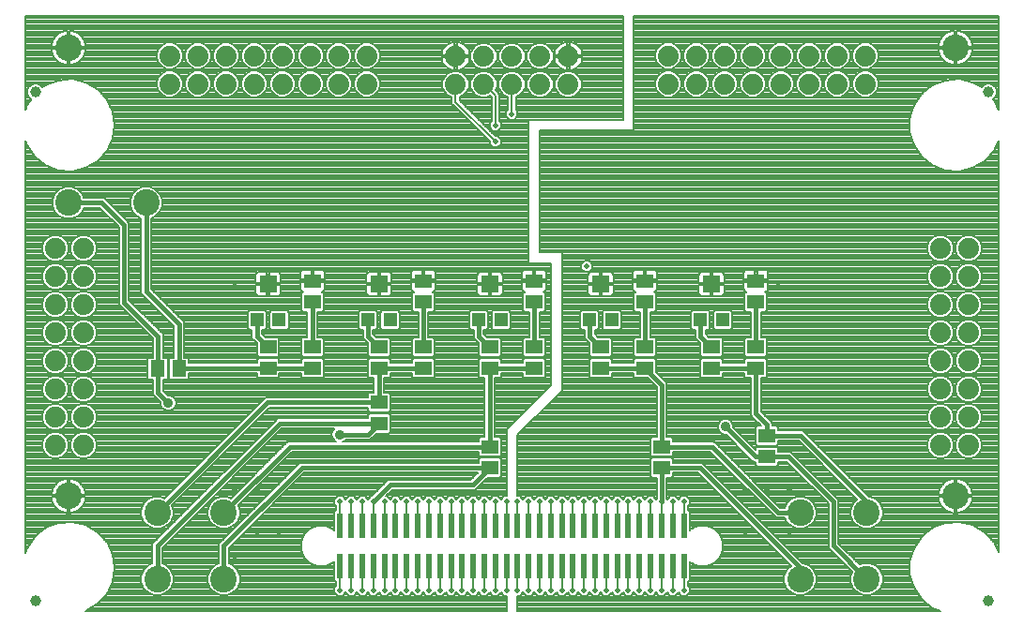
<source format=gtl>
G75*
G70*
%OFA0B0*%
%FSLAX24Y24*%
%IPPOS*%
%LPD*%
%AMOC8*
5,1,8,0,0,1.08239X$1,22.5*
%
%ADD10C,0.0394*%
%ADD11R,0.0236X0.0906*%
%ADD12C,0.0740*%
%ADD13R,0.0512X0.0591*%
%ADD14C,0.0945*%
%ADD15R,0.0591X0.0512*%
%ADD16R,0.0630X0.0591*%
%ADD17R,0.0472X0.0472*%
%ADD18C,0.0080*%
%ADD19C,0.0200*%
%ADD20C,0.0160*%
%ADD21C,0.0354*%
D10*
X000929Y000929D03*
X000929Y019039D03*
X034787Y019039D03*
X034787Y000929D03*
D11*
X023960Y002169D03*
X023566Y002169D03*
X023173Y002169D03*
X022779Y002169D03*
X022385Y002169D03*
X021991Y002169D03*
X021598Y002169D03*
X021204Y002169D03*
X020810Y002169D03*
X020417Y002169D03*
X020023Y002169D03*
X019629Y002169D03*
X019236Y002169D03*
X018842Y002169D03*
X018448Y002169D03*
X018054Y002169D03*
X017661Y002169D03*
X017267Y002169D03*
X016873Y002169D03*
X016480Y002169D03*
X016086Y002169D03*
X015692Y002169D03*
X015299Y002169D03*
X014905Y002169D03*
X014511Y002169D03*
X014117Y002169D03*
X013724Y002169D03*
X013330Y002169D03*
X012936Y002169D03*
X012543Y002169D03*
X012149Y002169D03*
X011755Y002169D03*
X011755Y003625D03*
X012149Y003625D03*
X012543Y003625D03*
X012936Y003625D03*
X013330Y003625D03*
X013724Y003625D03*
X014117Y003625D03*
X014511Y003625D03*
X014905Y003625D03*
X015299Y003625D03*
X015692Y003625D03*
X016086Y003625D03*
X016480Y003625D03*
X016873Y003625D03*
X017267Y003625D03*
X017661Y003625D03*
X018054Y003625D03*
X018448Y003625D03*
X018842Y003625D03*
X019236Y003625D03*
X019629Y003625D03*
X020023Y003625D03*
X020417Y003625D03*
X020810Y003625D03*
X021204Y003625D03*
X021598Y003625D03*
X021991Y003625D03*
X022385Y003625D03*
X022779Y003625D03*
X023173Y003625D03*
X023566Y003625D03*
X023960Y003625D03*
D12*
X033066Y006484D03*
X034066Y006484D03*
X034066Y007484D03*
X033066Y007484D03*
X033066Y008484D03*
X034066Y008484D03*
X034066Y009484D03*
X033066Y009484D03*
X033066Y010484D03*
X034066Y010484D03*
X034066Y011484D03*
X033066Y011484D03*
X033066Y012484D03*
X034066Y012484D03*
X034066Y013484D03*
X033066Y013484D03*
X030413Y019326D03*
X029413Y019326D03*
X028413Y019326D03*
X027413Y019326D03*
X026413Y019326D03*
X025413Y019326D03*
X024413Y019326D03*
X023413Y019326D03*
X023413Y020326D03*
X024413Y020326D03*
X025413Y020326D03*
X026413Y020326D03*
X027413Y020326D03*
X028413Y020326D03*
X029413Y020326D03*
X030413Y020326D03*
X019858Y020318D03*
X018858Y020318D03*
X017858Y020318D03*
X016858Y020318D03*
X015858Y020318D03*
X015858Y019318D03*
X016858Y019318D03*
X017858Y019318D03*
X018858Y019318D03*
X019858Y019318D03*
X012696Y019326D03*
X011696Y019326D03*
X010696Y019326D03*
X009696Y019326D03*
X008696Y019326D03*
X007696Y019326D03*
X006696Y019326D03*
X005696Y019326D03*
X005696Y020326D03*
X006696Y020326D03*
X007696Y020326D03*
X008696Y020326D03*
X009696Y020326D03*
X010696Y020326D03*
X011696Y020326D03*
X012696Y020326D03*
X002649Y013484D03*
X001649Y013484D03*
X001649Y012484D03*
X002649Y012484D03*
X002649Y011484D03*
X001649Y011484D03*
X001649Y010484D03*
X002649Y010484D03*
X002649Y009484D03*
X001649Y009484D03*
X001649Y008484D03*
X002649Y008484D03*
X002649Y007484D03*
X001649Y007484D03*
X001649Y006484D03*
X002649Y006484D03*
D13*
X005279Y009196D03*
X006027Y009196D03*
D14*
X002110Y004669D03*
X005259Y004078D03*
X007621Y004078D03*
X007621Y001716D03*
X005259Y001716D03*
X004866Y015102D03*
X002110Y015102D03*
X002110Y020614D03*
X028094Y004078D03*
X030456Y004078D03*
X033606Y004669D03*
X030456Y001716D03*
X028094Y001716D03*
X033606Y020614D03*
D15*
X026519Y012326D03*
X026519Y011578D03*
X026519Y009964D03*
X026519Y009216D03*
X024944Y009216D03*
X024944Y009964D03*
X022582Y009964D03*
X022582Y009216D03*
X021007Y009216D03*
X021007Y009964D03*
X018645Y009964D03*
X018645Y009216D03*
X017070Y009216D03*
X017070Y009964D03*
X014708Y009964D03*
X014708Y009216D03*
X013133Y009216D03*
X013133Y009964D03*
X010771Y009964D03*
X010771Y009216D03*
X009196Y009216D03*
X009196Y009964D03*
X010771Y011578D03*
X010771Y012326D03*
X014708Y012326D03*
X014708Y011578D03*
X018645Y011578D03*
X018645Y012326D03*
X022582Y012326D03*
X022582Y011578D03*
X026913Y006814D03*
X026913Y006066D03*
X023173Y006421D03*
X023173Y005673D03*
X017070Y005673D03*
X017070Y006421D03*
X013133Y007247D03*
X013133Y007995D03*
D16*
X013133Y012208D03*
X009196Y012208D03*
X017070Y012208D03*
X021007Y012208D03*
X024944Y012208D03*
D17*
X024551Y010929D03*
X025338Y010929D03*
X021401Y010929D03*
X020614Y010929D03*
X017464Y010929D03*
X016677Y010929D03*
X013527Y010929D03*
X012740Y010929D03*
X009590Y010929D03*
X008803Y010929D03*
D18*
X009139Y010902D02*
X009254Y010902D01*
X009254Y010980D02*
X009139Y010980D01*
X009139Y011059D02*
X009254Y011059D01*
X009254Y011137D02*
X009139Y011137D01*
X009139Y011206D02*
X009080Y011265D01*
X008525Y011265D01*
X008466Y011206D01*
X008466Y010651D01*
X008525Y010592D01*
X008623Y010592D01*
X008623Y010283D01*
X008728Y010178D01*
X008801Y010105D01*
X008801Y009667D01*
X008859Y009608D01*
X009533Y009608D01*
X009591Y009667D01*
X009591Y010261D01*
X009533Y010320D01*
X009095Y010320D01*
X008982Y010432D01*
X008982Y010592D01*
X009080Y010592D01*
X009139Y010651D01*
X009139Y011206D01*
X009129Y011216D02*
X009263Y011216D01*
X009254Y011206D02*
X009254Y010651D01*
X009312Y010592D01*
X009868Y010592D01*
X009926Y010651D01*
X009926Y011206D01*
X009868Y011265D01*
X009312Y011265D01*
X009254Y011206D01*
X009254Y010823D02*
X009139Y010823D01*
X009139Y010744D02*
X009254Y010744D01*
X009254Y010666D02*
X009139Y010666D01*
X008982Y010587D02*
X010591Y010587D01*
X010591Y010509D02*
X008982Y010509D01*
X008984Y010430D02*
X010591Y010430D01*
X010591Y010352D02*
X009063Y010352D01*
X008789Y010116D02*
X006207Y010116D01*
X006207Y010038D02*
X008801Y010038D01*
X008801Y009959D02*
X006207Y009959D01*
X006207Y009880D02*
X008801Y009880D01*
X008801Y009802D02*
X006207Y009802D01*
X006207Y009723D02*
X008801Y009723D01*
X008823Y009645D02*
X006207Y009645D01*
X006207Y009591D02*
X006207Y010716D01*
X006207Y010865D01*
X005045Y012027D01*
X005045Y014557D01*
X005190Y014616D01*
X005351Y014777D01*
X005438Y014988D01*
X005438Y015216D01*
X005351Y015426D01*
X005190Y015587D01*
X004979Y015674D01*
X004752Y015674D01*
X004541Y015587D01*
X004380Y015426D01*
X004293Y015216D01*
X004293Y014988D01*
X004380Y014777D01*
X004541Y014616D01*
X004686Y014557D01*
X004686Y011878D01*
X004791Y011772D01*
X005847Y010716D01*
X005847Y009591D01*
X005730Y009591D01*
X005671Y009533D01*
X005671Y008859D01*
X005635Y008859D01*
X005635Y009533D01*
X005576Y009591D01*
X005459Y009591D01*
X005459Y010283D01*
X005459Y010432D01*
X004258Y011633D01*
X004258Y014389D01*
X004153Y014494D01*
X003365Y015282D01*
X003216Y015282D01*
X002655Y015282D01*
X002595Y015426D01*
X002434Y015587D01*
X002223Y015674D01*
X001996Y015674D01*
X001785Y015587D01*
X001624Y015426D01*
X001537Y015216D01*
X001537Y014988D01*
X001624Y014777D01*
X001785Y014616D01*
X001996Y014529D01*
X002223Y014529D01*
X002434Y014616D01*
X002595Y014777D01*
X002655Y014922D01*
X003216Y014922D01*
X003898Y014240D01*
X003898Y011484D01*
X004004Y011378D01*
X005099Y010283D01*
X005099Y009591D01*
X004982Y009591D01*
X004923Y009533D01*
X004923Y008859D01*
X002938Y008859D01*
X002915Y008882D02*
X002742Y008954D01*
X002555Y008954D01*
X002383Y008882D01*
X002251Y008750D01*
X002179Y008577D01*
X002179Y008390D01*
X002251Y008217D01*
X002383Y008085D01*
X002555Y008014D01*
X002742Y008014D01*
X002915Y008085D01*
X003047Y008217D01*
X003119Y008390D01*
X003119Y008577D01*
X003047Y008750D01*
X002915Y008882D01*
X003016Y008781D02*
X005099Y008781D01*
X005099Y008801D02*
X005099Y008424D01*
X005099Y008275D01*
X005376Y007998D01*
X005376Y007921D01*
X005418Y007819D01*
X005496Y007741D01*
X005598Y007699D01*
X005708Y007699D01*
X005810Y007741D01*
X005888Y007819D01*
X005930Y007921D01*
X005930Y008031D01*
X005888Y008133D01*
X005810Y008211D01*
X005708Y008253D01*
X005630Y008253D01*
X005459Y008424D01*
X005459Y008801D01*
X005576Y008801D01*
X005635Y008859D01*
X005671Y008859D02*
X005730Y008801D01*
X006324Y008801D01*
X006383Y008859D01*
X012953Y008859D01*
X012953Y008860D02*
X012953Y008351D01*
X012796Y008351D01*
X012738Y008293D01*
X012738Y008175D01*
X009102Y008175D01*
X008997Y008070D01*
X005517Y004591D01*
X005373Y004651D01*
X005145Y004651D01*
X004935Y004563D01*
X004774Y004402D01*
X004687Y004192D01*
X004687Y003964D01*
X004774Y003754D01*
X004935Y003593D01*
X005145Y003506D01*
X005373Y003506D01*
X005584Y003593D01*
X005745Y003754D01*
X005862Y003754D01*
X005940Y003833D02*
X005777Y003833D01*
X005810Y003911D02*
X006019Y003911D01*
X006097Y003990D02*
X005832Y003990D01*
X005832Y003964D02*
X005832Y004192D01*
X005772Y004336D01*
X009251Y007815D01*
X012738Y007815D01*
X012738Y007698D01*
X012796Y007640D01*
X013470Y007640D01*
X013528Y007698D01*
X013528Y008293D01*
X013470Y008351D01*
X013313Y008351D01*
X013313Y008860D01*
X013470Y008860D01*
X013528Y008919D01*
X013528Y009036D01*
X014313Y009036D01*
X014313Y008919D01*
X014371Y008860D01*
X015045Y008860D01*
X015103Y008919D01*
X015103Y009513D01*
X015045Y009572D01*
X014371Y009572D01*
X014313Y009513D01*
X014313Y009396D01*
X013528Y009396D01*
X013528Y009513D01*
X013470Y009572D01*
X012796Y009572D01*
X012738Y009513D01*
X012738Y008919D01*
X012796Y008860D01*
X012953Y008860D01*
X012953Y008781D02*
X005459Y008781D01*
X005459Y008702D02*
X012953Y008702D01*
X012953Y008624D02*
X005459Y008624D01*
X005459Y008545D02*
X012953Y008545D01*
X012953Y008467D02*
X005459Y008467D01*
X005495Y008388D02*
X012953Y008388D01*
X012755Y008310D02*
X005574Y008310D01*
X005761Y008231D02*
X012738Y008231D01*
X012738Y007760D02*
X009195Y007760D01*
X009117Y007681D02*
X012755Y007681D01*
X012796Y007603D02*
X012738Y007545D01*
X012738Y007427D01*
X009535Y007427D01*
X009430Y007322D01*
X005079Y002972D01*
X005079Y002822D01*
X005079Y002261D01*
X004935Y002201D01*
X004774Y002040D01*
X004687Y001830D01*
X004687Y001602D01*
X004774Y001392D01*
X004935Y001231D01*
X005145Y001143D01*
X005373Y001143D01*
X005584Y001231D01*
X005745Y001392D01*
X005832Y001602D01*
X005832Y001830D01*
X005745Y002040D01*
X005584Y002201D01*
X005439Y002261D01*
X005439Y002822D01*
X009684Y007067D01*
X011557Y007067D01*
X011501Y007011D01*
X011458Y006909D01*
X011458Y006799D01*
X011501Y006697D01*
X011579Y006619D01*
X011622Y006601D01*
X010038Y006601D01*
X009889Y006601D01*
X007880Y004591D01*
X007735Y004651D01*
X007508Y004651D01*
X007297Y004563D01*
X007136Y004402D01*
X007049Y004192D01*
X007049Y003964D01*
X007136Y003754D01*
X006371Y003754D01*
X006449Y003833D02*
X007103Y003833D01*
X007071Y003911D02*
X006528Y003911D01*
X006606Y003990D02*
X007049Y003990D01*
X007049Y004068D02*
X006685Y004068D01*
X006764Y004147D02*
X007049Y004147D01*
X007063Y004225D02*
X006842Y004225D01*
X006921Y004304D02*
X007095Y004304D01*
X007128Y004382D02*
X006999Y004382D01*
X007078Y004461D02*
X007195Y004461D01*
X007156Y004540D02*
X007273Y004540D01*
X007235Y004618D02*
X007429Y004618D01*
X007313Y004697D02*
X007985Y004697D01*
X007907Y004618D02*
X007814Y004618D01*
X008064Y004775D02*
X007392Y004775D01*
X007470Y004854D02*
X008143Y004854D01*
X008221Y004932D02*
X007549Y004932D01*
X007628Y005011D02*
X008300Y005011D01*
X008378Y005089D02*
X007706Y005089D01*
X007785Y005168D02*
X008457Y005168D01*
X008535Y005246D02*
X007863Y005246D01*
X007942Y005325D02*
X008614Y005325D01*
X008692Y005404D02*
X008020Y005404D01*
X008099Y005482D02*
X008771Y005482D01*
X008849Y005561D02*
X008177Y005561D01*
X008256Y005639D02*
X008928Y005639D01*
X009006Y005718D02*
X008334Y005718D01*
X008413Y005796D02*
X009085Y005796D01*
X009164Y005875D02*
X008491Y005875D01*
X008570Y005953D02*
X009242Y005953D01*
X009321Y006032D02*
X008649Y006032D01*
X008727Y006110D02*
X009399Y006110D01*
X009478Y006189D02*
X008806Y006189D01*
X008884Y006267D02*
X009556Y006267D01*
X009635Y006346D02*
X008963Y006346D01*
X009041Y006425D02*
X009713Y006425D01*
X009792Y006503D02*
X009120Y006503D01*
X009198Y006582D02*
X009870Y006582D01*
X010038Y006241D02*
X016675Y006241D01*
X016675Y006123D01*
X016734Y006065D01*
X017407Y006065D01*
X017465Y006123D01*
X017465Y006718D01*
X017407Y006776D01*
X017250Y006776D01*
X017250Y008860D01*
X017407Y008860D01*
X017465Y008919D01*
X017465Y009036D01*
X018250Y009036D01*
X018250Y008919D01*
X018308Y008860D01*
X018982Y008860D01*
X019040Y008919D01*
X019040Y009513D01*
X018982Y009572D01*
X018308Y009572D01*
X018250Y009513D01*
X018250Y009396D01*
X017465Y009396D01*
X017465Y009513D01*
X017407Y009572D01*
X016734Y009572D01*
X016675Y009513D01*
X016675Y008919D01*
X016734Y008860D01*
X016890Y008860D01*
X016890Y006776D01*
X016734Y006776D01*
X016675Y006718D01*
X016675Y006601D01*
X011849Y006601D01*
X011893Y006619D01*
X011948Y006674D01*
X012665Y006674D01*
X012814Y006674D01*
X013032Y006891D01*
X013470Y006891D01*
X013528Y006950D01*
X013528Y007545D01*
X013470Y007603D01*
X012796Y007603D01*
X009038Y007603D01*
X008960Y007524D02*
X012738Y007524D01*
X012738Y007446D02*
X008881Y007446D01*
X008803Y007367D02*
X009475Y007367D01*
X009396Y007289D02*
X008724Y007289D01*
X008646Y007210D02*
X009318Y007210D01*
X009239Y007131D02*
X008567Y007131D01*
X008489Y007053D02*
X009161Y007053D01*
X009082Y006974D02*
X008410Y006974D01*
X008331Y006896D02*
X009004Y006896D01*
X008925Y006817D02*
X008253Y006817D01*
X008174Y006739D02*
X008846Y006739D01*
X008768Y006660D02*
X008096Y006660D01*
X008017Y006582D02*
X008689Y006582D01*
X008611Y006503D02*
X007939Y006503D01*
X007860Y006425D02*
X008532Y006425D01*
X008454Y006346D02*
X007782Y006346D01*
X007703Y006267D02*
X008375Y006267D01*
X008297Y006189D02*
X007625Y006189D01*
X007546Y006110D02*
X008218Y006110D01*
X008140Y006032D02*
X007467Y006032D01*
X007389Y005953D02*
X008061Y005953D01*
X007982Y005875D02*
X007310Y005875D01*
X007232Y005796D02*
X007904Y005796D01*
X007825Y005718D02*
X007153Y005718D01*
X007075Y005639D02*
X007747Y005639D01*
X007668Y005561D02*
X006996Y005561D01*
X006918Y005482D02*
X007590Y005482D01*
X007511Y005404D02*
X006839Y005404D01*
X006761Y005325D02*
X007433Y005325D01*
X007354Y005246D02*
X006682Y005246D01*
X006603Y005168D02*
X007276Y005168D01*
X007197Y005089D02*
X006525Y005089D01*
X006446Y005011D02*
X007118Y005011D01*
X007040Y004932D02*
X006368Y004932D01*
X006289Y004854D02*
X006961Y004854D01*
X006883Y004775D02*
X006211Y004775D01*
X006132Y004697D02*
X006804Y004697D01*
X006726Y004618D02*
X006054Y004618D01*
X005975Y004540D02*
X006647Y004540D01*
X006569Y004461D02*
X005897Y004461D01*
X005818Y004382D02*
X006490Y004382D01*
X006412Y004304D02*
X005785Y004304D01*
X005818Y004225D02*
X006333Y004225D01*
X006254Y004147D02*
X005832Y004147D01*
X005832Y004068D02*
X006176Y004068D01*
X005832Y003964D02*
X005745Y003754D01*
X005783Y003676D02*
X005666Y003676D01*
X005705Y003597D02*
X005588Y003597D01*
X005626Y003518D02*
X005404Y003518D01*
X005548Y003440D02*
X003049Y003440D01*
X003132Y003392D02*
X002709Y003636D01*
X002709Y003636D01*
X002232Y003745D01*
X001745Y003708D01*
X001745Y003708D01*
X001290Y003530D01*
X001290Y003530D01*
X000907Y003225D01*
X000632Y002821D01*
X000581Y002656D01*
X000581Y017311D01*
X000632Y017146D01*
X000907Y016742D01*
X001290Y016437D01*
X001745Y016259D01*
X002232Y016222D01*
X002232Y016222D01*
X002709Y016331D01*
X003132Y016575D01*
X003465Y016934D01*
X003677Y017374D01*
X003677Y017374D01*
X003750Y017858D01*
X003677Y018341D01*
X003465Y018781D01*
X003465Y018781D01*
X003132Y019140D01*
X002709Y019384D01*
X005226Y019384D01*
X005226Y019420D02*
X005226Y019233D01*
X005298Y019060D01*
X005430Y018928D01*
X005603Y018856D01*
X005790Y018856D01*
X005962Y018928D01*
X006095Y019060D01*
X006166Y019233D01*
X006166Y019420D01*
X006095Y019592D01*
X005962Y019725D01*
X005790Y019796D01*
X005603Y019796D01*
X005430Y019725D01*
X005298Y019592D01*
X005226Y019420D01*
X005244Y019463D02*
X002365Y019463D01*
X002232Y019493D02*
X002232Y019493D01*
X001745Y019456D01*
X001290Y019278D01*
X001290Y019278D01*
X001185Y019195D01*
X001180Y019207D01*
X001097Y019290D01*
X000988Y019336D01*
X000869Y019336D01*
X000760Y019290D01*
X000677Y019207D01*
X000632Y019098D01*
X000632Y018980D01*
X000677Y018871D01*
X000760Y018787D01*
X000776Y018781D01*
X000632Y018569D01*
X000581Y018404D01*
X000581Y021748D01*
X021795Y021748D01*
X021795Y018054D01*
X018448Y018054D01*
X018448Y012936D01*
X019236Y012936D01*
X019236Y008606D01*
X017661Y007031D01*
X017661Y004672D01*
X017578Y004672D01*
X017464Y004558D01*
X017350Y004672D01*
X017184Y004672D01*
X017070Y004558D01*
X016956Y004672D01*
X016791Y004672D01*
X016676Y004558D01*
X016563Y004672D01*
X016397Y004672D01*
X016283Y004558D01*
X016169Y004672D01*
X016003Y004672D01*
X015889Y004558D01*
X015775Y004672D01*
X015609Y004672D01*
X015495Y004558D01*
X015381Y004672D01*
X015216Y004672D01*
X015102Y004558D01*
X014988Y004672D01*
X014822Y004672D01*
X014708Y004558D01*
X014594Y004672D01*
X014428Y004672D01*
X014314Y004558D01*
X014200Y004672D01*
X014035Y004672D01*
X013921Y004558D01*
X013807Y004672D01*
X013641Y004672D01*
X013527Y004558D01*
X013413Y004672D01*
X013391Y004672D01*
X013601Y004882D01*
X016385Y004882D01*
X016535Y004882D01*
X016969Y005317D01*
X017407Y005317D01*
X017465Y005375D01*
X017465Y005970D01*
X017407Y006028D01*
X016734Y006028D01*
X016675Y005970D01*
X016675Y005853D01*
X010472Y005853D01*
X010322Y005853D01*
X007547Y003077D01*
X007441Y002972D01*
X007441Y002261D01*
X007297Y002201D01*
X007136Y002040D01*
X007049Y001830D01*
X007049Y001602D01*
X007136Y001392D01*
X007297Y001231D01*
X007508Y001143D01*
X007735Y001143D01*
X007946Y001231D01*
X008107Y001392D01*
X008194Y001602D01*
X008194Y001830D01*
X008107Y002040D01*
X007946Y002201D01*
X007801Y002261D01*
X007801Y002822D01*
X010472Y005493D01*
X016636Y005493D01*
X016385Y005242D01*
X013452Y005242D01*
X013347Y005137D01*
X013347Y005137D01*
X012882Y004672D01*
X012854Y004672D01*
X012739Y004558D01*
X012626Y004672D01*
X012460Y004672D01*
X012346Y004558D01*
X012232Y004672D01*
X012066Y004672D01*
X011952Y004558D01*
X011838Y004672D01*
X011672Y004672D01*
X011555Y004555D01*
X011555Y004389D01*
X011615Y004329D01*
X011615Y004178D01*
X011596Y004178D01*
X011537Y004120D01*
X011537Y003458D01*
X011491Y003504D01*
X011228Y003613D01*
X010944Y003613D01*
X010681Y003504D01*
X010479Y003302D01*
X010370Y003039D01*
X010370Y002755D01*
X010479Y002492D01*
X010681Y002290D01*
X010944Y002181D01*
X011228Y002181D01*
X011491Y002290D01*
X011537Y002336D01*
X011537Y001674D01*
X011596Y001616D01*
X011615Y001616D01*
X011615Y001465D01*
X011555Y001405D01*
X011555Y001239D01*
X011672Y001122D01*
X011838Y001122D01*
X011952Y001236D01*
X012066Y001122D01*
X012232Y001122D01*
X012346Y001236D01*
X012460Y001122D01*
X012626Y001122D01*
X012739Y001236D01*
X012854Y001122D01*
X013019Y001122D01*
X013133Y001236D01*
X013247Y001122D01*
X013413Y001122D01*
X013527Y001236D01*
X013641Y001122D01*
X013807Y001122D01*
X013921Y001236D01*
X014035Y001122D01*
X014200Y001122D01*
X014314Y001236D01*
X014428Y001122D01*
X014594Y001122D01*
X014708Y001236D01*
X014822Y001122D01*
X014988Y001122D01*
X015102Y001236D01*
X015216Y001122D01*
X015381Y001122D01*
X015495Y001236D01*
X015609Y001122D01*
X015775Y001122D01*
X015889Y001236D01*
X016003Y001122D01*
X016169Y001122D01*
X016283Y001236D01*
X016397Y001122D01*
X016563Y001122D01*
X016676Y001236D01*
X016791Y001122D01*
X016956Y001122D01*
X017070Y001236D01*
X017184Y001122D01*
X017350Y001122D01*
X017464Y001236D01*
X017578Y001122D01*
X017661Y001122D01*
X017661Y000581D01*
X002700Y000581D01*
X002709Y000583D01*
X003132Y000827D01*
X003132Y000827D01*
X003132Y000827D01*
X003465Y001186D01*
X003677Y001626D01*
X003677Y001626D01*
X003750Y002110D01*
X003677Y002593D01*
X003465Y003033D01*
X003132Y003392D01*
X003132Y003392D01*
X003160Y003361D02*
X005469Y003361D01*
X005391Y003283D02*
X003233Y003283D01*
X003306Y003204D02*
X005312Y003204D01*
X005233Y003126D02*
X003379Y003126D01*
X003452Y003047D02*
X005155Y003047D01*
X005079Y002969D02*
X003496Y002969D01*
X003465Y003033D02*
X003465Y003033D01*
X003534Y002890D02*
X005079Y002890D01*
X005079Y002812D02*
X003571Y002812D01*
X003609Y002733D02*
X005079Y002733D01*
X005079Y002654D02*
X003647Y002654D01*
X003677Y002593D02*
X003677Y002593D01*
X003679Y002576D02*
X005079Y002576D01*
X005079Y002497D02*
X003691Y002497D01*
X003703Y002419D02*
X005079Y002419D01*
X005079Y002340D02*
X003715Y002340D01*
X003727Y002262D02*
X005079Y002262D01*
X004917Y002183D02*
X003738Y002183D01*
X003749Y002105D02*
X004838Y002105D01*
X004768Y002026D02*
X003737Y002026D01*
X003725Y001948D02*
X004736Y001948D01*
X004703Y001869D02*
X003713Y001869D01*
X003701Y001791D02*
X004687Y001791D01*
X004687Y001712D02*
X003690Y001712D01*
X003678Y001633D02*
X004687Y001633D01*
X004706Y001555D02*
X003642Y001555D01*
X003605Y001476D02*
X004739Y001476D01*
X004771Y001398D02*
X003567Y001398D01*
X003529Y001319D02*
X004846Y001319D01*
X004925Y001241D02*
X003491Y001241D01*
X003465Y001186D02*
X003465Y001186D01*
X003443Y001162D02*
X005100Y001162D01*
X005418Y001162D02*
X007462Y001162D01*
X007287Y001241D02*
X005594Y001241D01*
X005672Y001319D02*
X007208Y001319D01*
X007133Y001398D02*
X005747Y001398D01*
X005780Y001476D02*
X007101Y001476D01*
X007068Y001555D02*
X005812Y001555D01*
X005832Y001633D02*
X007049Y001633D01*
X007049Y001712D02*
X005832Y001712D01*
X005832Y001791D02*
X007049Y001791D01*
X007065Y001869D02*
X005815Y001869D01*
X005783Y001948D02*
X007098Y001948D01*
X007130Y002026D02*
X005750Y002026D01*
X005680Y002105D02*
X007201Y002105D01*
X007279Y002183D02*
X005601Y002183D01*
X005439Y002262D02*
X007441Y002262D01*
X007441Y002340D02*
X005439Y002340D01*
X005439Y002419D02*
X007441Y002419D01*
X007441Y002497D02*
X005439Y002497D01*
X005439Y002576D02*
X007441Y002576D01*
X007441Y002654D02*
X005439Y002654D01*
X005439Y002733D02*
X007441Y002733D01*
X007441Y002812D02*
X005439Y002812D01*
X005507Y002890D02*
X007441Y002890D01*
X007441Y002969D02*
X005585Y002969D01*
X005664Y003047D02*
X007517Y003047D01*
X007596Y003126D02*
X005742Y003126D01*
X005821Y003204D02*
X007674Y003204D01*
X007753Y003283D02*
X005900Y003283D01*
X005978Y003361D02*
X007831Y003361D01*
X007910Y003440D02*
X006057Y003440D01*
X006135Y003518D02*
X007476Y003518D01*
X007508Y003506D02*
X007297Y003593D01*
X007136Y003754D01*
X007214Y003676D02*
X006292Y003676D01*
X006214Y003597D02*
X007293Y003597D01*
X007508Y003506D02*
X007735Y003506D01*
X007946Y003593D01*
X008107Y003754D01*
X008224Y003754D01*
X008145Y003676D02*
X008029Y003676D01*
X008067Y003597D02*
X007950Y003597D01*
X007988Y003518D02*
X007766Y003518D01*
X008107Y003754D02*
X008194Y003964D01*
X008194Y004192D01*
X008134Y004336D01*
X010038Y006241D01*
X009987Y006189D02*
X016675Y006189D01*
X016688Y006110D02*
X009908Y006110D01*
X009830Y006032D02*
X017661Y006032D01*
X017661Y006110D02*
X017453Y006110D01*
X017465Y006189D02*
X017661Y006189D01*
X017661Y006267D02*
X017465Y006267D01*
X017465Y006346D02*
X017661Y006346D01*
X017661Y006425D02*
X017465Y006425D01*
X017465Y006503D02*
X017661Y006503D01*
X017661Y006582D02*
X017465Y006582D01*
X017465Y006660D02*
X017661Y006660D01*
X017661Y006739D02*
X017445Y006739D01*
X017250Y006817D02*
X017661Y006817D01*
X017661Y006896D02*
X017250Y006896D01*
X017250Y006974D02*
X017661Y006974D01*
X017683Y007053D02*
X017250Y007053D01*
X017250Y007131D02*
X017761Y007131D01*
X017840Y007210D02*
X017250Y007210D01*
X017250Y007289D02*
X017918Y007289D01*
X017997Y007367D02*
X017250Y007367D01*
X017250Y007446D02*
X018076Y007446D01*
X018154Y007524D02*
X017250Y007524D01*
X017250Y007603D02*
X018233Y007603D01*
X018311Y007681D02*
X017250Y007681D01*
X017250Y007760D02*
X018390Y007760D01*
X018468Y007838D02*
X017250Y007838D01*
X017250Y007917D02*
X018547Y007917D01*
X018625Y007995D02*
X017250Y007995D01*
X017250Y008074D02*
X018704Y008074D01*
X018782Y008153D02*
X017250Y008153D01*
X017250Y008231D02*
X018861Y008231D01*
X018940Y008310D02*
X017250Y008310D01*
X017250Y008388D02*
X019018Y008388D01*
X019097Y008467D02*
X017250Y008467D01*
X017250Y008545D02*
X019175Y008545D01*
X019236Y008624D02*
X017250Y008624D01*
X017250Y008702D02*
X019236Y008702D01*
X019236Y008781D02*
X017250Y008781D01*
X017250Y008859D02*
X019236Y008859D01*
X019236Y008938D02*
X019040Y008938D01*
X019040Y009016D02*
X019236Y009016D01*
X019236Y009095D02*
X019040Y009095D01*
X019040Y009174D02*
X019236Y009174D01*
X019236Y009252D02*
X019040Y009252D01*
X019040Y009331D02*
X019236Y009331D01*
X019236Y009409D02*
X019040Y009409D01*
X019040Y009488D02*
X019236Y009488D01*
X019236Y009566D02*
X018987Y009566D01*
X018982Y009608D02*
X019040Y009667D01*
X019040Y010261D01*
X018982Y010320D01*
X018825Y010320D01*
X018825Y011222D01*
X018982Y011222D01*
X019040Y011281D01*
X019040Y011875D01*
X018982Y011934D01*
X018973Y011934D01*
X018994Y011940D01*
X019026Y011958D01*
X019052Y011984D01*
X019071Y012016D01*
X019080Y012052D01*
X019080Y012286D01*
X018685Y012286D01*
X018685Y012366D01*
X019080Y012366D01*
X019080Y012600D01*
X019071Y012636D01*
X019052Y012668D01*
X019026Y012694D01*
X018994Y012712D01*
X018959Y012722D01*
X018685Y012722D01*
X018685Y012366D01*
X018605Y012366D01*
X018605Y012286D01*
X018210Y012286D01*
X018210Y012052D01*
X018219Y012016D01*
X018238Y011984D01*
X018264Y011958D01*
X018296Y011940D01*
X018317Y011934D01*
X018308Y011934D01*
X018250Y011875D01*
X018250Y011281D01*
X018308Y011222D01*
X018465Y011222D01*
X018465Y010320D01*
X018308Y010320D01*
X018250Y010261D01*
X018250Y009667D01*
X018308Y009608D01*
X018982Y009608D01*
X019019Y009645D02*
X019236Y009645D01*
X019236Y009723D02*
X019040Y009723D01*
X019040Y009802D02*
X019236Y009802D01*
X019236Y009880D02*
X019040Y009880D01*
X019040Y009959D02*
X019236Y009959D01*
X019236Y010038D02*
X019040Y010038D01*
X019040Y010116D02*
X019236Y010116D01*
X019236Y010195D02*
X019040Y010195D01*
X019028Y010273D02*
X019236Y010273D01*
X019236Y010352D02*
X018825Y010352D01*
X018825Y010430D02*
X019236Y010430D01*
X019236Y010509D02*
X018825Y010509D01*
X018825Y010587D02*
X019236Y010587D01*
X019236Y010666D02*
X018825Y010666D01*
X018825Y010744D02*
X019236Y010744D01*
X019236Y010823D02*
X018825Y010823D01*
X018825Y010902D02*
X019236Y010902D01*
X019236Y010980D02*
X018825Y010980D01*
X018825Y011059D02*
X019236Y011059D01*
X019236Y011137D02*
X018825Y011137D01*
X018825Y011216D02*
X019236Y011216D01*
X019236Y011294D02*
X019040Y011294D01*
X019040Y011373D02*
X019236Y011373D01*
X019236Y011451D02*
X019040Y011451D01*
X019040Y011530D02*
X019236Y011530D01*
X019236Y011608D02*
X019040Y011608D01*
X019040Y011687D02*
X019236Y011687D01*
X019236Y011766D02*
X019040Y011766D01*
X019040Y011844D02*
X019236Y011844D01*
X019236Y011923D02*
X018993Y011923D01*
X019062Y012001D02*
X019236Y012001D01*
X019236Y012080D02*
X019080Y012080D01*
X019080Y012158D02*
X019236Y012158D01*
X019236Y012237D02*
X019080Y012237D01*
X019080Y012394D02*
X019236Y012394D01*
X019236Y012472D02*
X019080Y012472D01*
X019080Y012551D02*
X019236Y012551D01*
X019236Y012629D02*
X019073Y012629D01*
X019002Y012708D02*
X019236Y012708D01*
X019236Y012787D02*
X005045Y012787D01*
X005045Y012865D02*
X019236Y012865D01*
X019629Y012865D02*
X020315Y012865D01*
X020315Y012921D02*
X020315Y012755D01*
X020432Y012638D01*
X020598Y012638D01*
X020715Y012755D01*
X020715Y012921D01*
X020598Y013038D01*
X020432Y013038D01*
X020315Y012921D01*
X020338Y012944D02*
X019629Y012944D01*
X019629Y013022D02*
X020417Y013022D01*
X020614Y013022D02*
X032952Y013022D01*
X032973Y013014D02*
X033160Y013014D01*
X033333Y013085D01*
X033465Y013217D01*
X033536Y013390D01*
X033536Y013577D01*
X033465Y013750D01*
X033333Y013882D01*
X033160Y013954D01*
X032973Y013954D01*
X032800Y013882D01*
X032668Y013750D01*
X032596Y013577D01*
X032596Y013390D01*
X032668Y013217D01*
X032800Y013085D01*
X032973Y013014D01*
X032973Y012954D02*
X032800Y012882D01*
X032668Y012750D01*
X032596Y012577D01*
X032596Y012390D01*
X032668Y012217D01*
X032800Y012085D01*
X032973Y012014D01*
X033160Y012014D01*
X033333Y012085D01*
X033465Y012217D01*
X033536Y012390D01*
X033536Y012577D01*
X033465Y012750D01*
X033333Y012882D01*
X033160Y012954D01*
X032973Y012954D01*
X032949Y012944D02*
X020692Y012944D01*
X020715Y012865D02*
X032783Y012865D01*
X032705Y012787D02*
X020715Y012787D01*
X020668Y012708D02*
X022225Y012708D01*
X022233Y012712D02*
X022201Y012694D01*
X022175Y012668D01*
X022156Y012636D01*
X022147Y012600D01*
X022147Y012366D01*
X022542Y012366D01*
X022542Y012286D01*
X022147Y012286D01*
X022147Y012052D01*
X022156Y012016D01*
X022175Y011984D01*
X022201Y011958D01*
X022233Y011940D01*
X022254Y011934D01*
X022245Y011934D01*
X022187Y011875D01*
X022187Y011281D01*
X022245Y011222D01*
X022402Y011222D01*
X022402Y010320D01*
X022245Y010320D01*
X022187Y010261D01*
X022187Y009667D01*
X022245Y009608D01*
X022919Y009608D01*
X022977Y009667D01*
X022977Y010261D01*
X022919Y010320D01*
X022762Y010320D01*
X022762Y011222D01*
X022919Y011222D01*
X022977Y011281D01*
X022977Y011875D01*
X022919Y011934D01*
X022910Y011934D01*
X022931Y011940D01*
X022963Y011958D01*
X022989Y011984D01*
X023008Y012016D01*
X023017Y012052D01*
X023017Y012286D01*
X022622Y012286D01*
X022622Y012366D01*
X023017Y012366D01*
X023017Y012600D01*
X023008Y012636D01*
X022989Y012668D01*
X022963Y012694D01*
X022931Y012712D01*
X022896Y012722D01*
X022622Y012722D01*
X022622Y012366D01*
X022542Y012366D01*
X022542Y012722D01*
X022268Y012722D01*
X022233Y012712D01*
X022155Y012629D02*
X021384Y012629D01*
X021376Y012634D02*
X021341Y012643D01*
X021047Y012643D01*
X021047Y012248D01*
X020967Y012248D01*
X020967Y012168D01*
X020552Y012168D01*
X020552Y011894D01*
X020562Y011859D01*
X020580Y011827D01*
X020606Y011801D01*
X020638Y011782D01*
X020674Y011773D01*
X020967Y011773D01*
X020967Y012168D01*
X021047Y012168D01*
X021047Y011773D01*
X021341Y011773D01*
X021376Y011782D01*
X021408Y011801D01*
X021434Y011827D01*
X021453Y011859D01*
X021462Y011894D01*
X021462Y012168D01*
X021047Y012168D01*
X021047Y012248D01*
X021462Y012248D01*
X021462Y012522D01*
X021453Y012557D01*
X021434Y012589D01*
X021408Y012615D01*
X021376Y012634D01*
X021454Y012551D02*
X022147Y012551D01*
X022147Y012472D02*
X021462Y012472D01*
X021462Y012394D02*
X022147Y012394D01*
X022147Y012237D02*
X021047Y012237D01*
X021047Y012315D02*
X020967Y012315D01*
X020967Y012248D02*
X020967Y012643D01*
X020674Y012643D01*
X020638Y012634D01*
X020606Y012615D01*
X020580Y012589D01*
X020562Y012557D01*
X020552Y012522D01*
X020552Y012248D01*
X020967Y012248D01*
X020967Y012237D02*
X019629Y012237D01*
X019629Y012315D02*
X020552Y012315D01*
X020552Y012394D02*
X019629Y012394D01*
X019629Y012472D02*
X020552Y012472D01*
X020560Y012551D02*
X019629Y012551D01*
X019629Y012629D02*
X020631Y012629D01*
X020362Y012708D02*
X019629Y012708D01*
X019629Y012787D02*
X020315Y012787D01*
X020967Y012629D02*
X021047Y012629D01*
X021047Y012551D02*
X020967Y012551D01*
X020967Y012472D02*
X021047Y012472D01*
X021047Y012394D02*
X020967Y012394D01*
X020967Y012158D02*
X021047Y012158D01*
X021047Y012080D02*
X020967Y012080D01*
X020967Y012001D02*
X021047Y012001D01*
X021047Y011923D02*
X020967Y011923D01*
X020967Y011844D02*
X021047Y011844D01*
X020570Y011844D02*
X019629Y011844D01*
X019629Y011766D02*
X022187Y011766D01*
X022187Y011844D02*
X021444Y011844D01*
X021462Y011923D02*
X022234Y011923D01*
X022165Y012001D02*
X021462Y012001D01*
X021462Y012080D02*
X022147Y012080D01*
X022147Y012158D02*
X021462Y012158D01*
X021462Y012315D02*
X022542Y012315D01*
X022542Y012394D02*
X022622Y012394D01*
X022622Y012472D02*
X022542Y012472D01*
X022542Y012551D02*
X022622Y012551D01*
X022622Y012629D02*
X022542Y012629D01*
X022542Y012708D02*
X022622Y012708D01*
X022939Y012708D02*
X026162Y012708D01*
X026170Y012712D02*
X026138Y012694D01*
X026112Y012668D01*
X026093Y012636D01*
X026084Y012600D01*
X026084Y012366D01*
X026479Y012366D01*
X026479Y012286D01*
X026084Y012286D01*
X026084Y012052D01*
X026093Y012016D01*
X026112Y011984D01*
X026138Y011958D01*
X026170Y011940D01*
X026191Y011934D01*
X026182Y011934D01*
X026124Y011875D01*
X026124Y011281D01*
X026182Y011222D01*
X026339Y011222D01*
X026339Y010320D01*
X026182Y010320D01*
X026124Y010261D01*
X026124Y009667D01*
X026182Y009608D01*
X026856Y009608D01*
X026914Y009667D01*
X026914Y010261D01*
X026856Y010320D01*
X026699Y010320D01*
X026699Y011222D01*
X026856Y011222D01*
X026914Y011281D01*
X026914Y011875D01*
X026856Y011934D01*
X026847Y011934D01*
X026868Y011940D01*
X026900Y011958D01*
X026926Y011984D01*
X026945Y012016D01*
X026954Y012052D01*
X026954Y012286D01*
X026559Y012286D01*
X026559Y012366D01*
X026954Y012366D01*
X026954Y012600D01*
X026945Y012636D01*
X026926Y012668D01*
X026900Y012694D01*
X026868Y012712D01*
X026833Y012722D01*
X026559Y012722D01*
X026559Y012366D01*
X026479Y012366D01*
X026479Y012722D01*
X026205Y012722D01*
X026170Y012712D01*
X026092Y012629D02*
X025321Y012629D01*
X025313Y012634D02*
X025278Y012643D01*
X024984Y012643D01*
X024984Y012248D01*
X024904Y012248D01*
X024904Y012168D01*
X024489Y012168D01*
X024489Y011894D01*
X024499Y011859D01*
X024517Y011827D01*
X024543Y011801D01*
X024575Y011782D01*
X024611Y011773D01*
X024904Y011773D01*
X024904Y012168D01*
X024984Y012168D01*
X024984Y011773D01*
X025278Y011773D01*
X025313Y011782D01*
X025345Y011801D01*
X025371Y011827D01*
X025390Y011859D01*
X025399Y011894D01*
X025399Y012168D01*
X024984Y012168D01*
X024984Y012248D01*
X025399Y012248D01*
X025399Y012522D01*
X025390Y012557D01*
X025371Y012589D01*
X025345Y012615D01*
X025313Y012634D01*
X025391Y012551D02*
X026084Y012551D01*
X026084Y012472D02*
X025399Y012472D01*
X025399Y012394D02*
X026084Y012394D01*
X026084Y012237D02*
X024984Y012237D01*
X024984Y012315D02*
X024904Y012315D01*
X024904Y012248D02*
X024904Y012643D01*
X024611Y012643D01*
X024575Y012634D01*
X024543Y012615D01*
X024517Y012589D01*
X024499Y012557D01*
X024489Y012522D01*
X024489Y012248D01*
X024904Y012248D01*
X024904Y012237D02*
X023017Y012237D01*
X023017Y012158D02*
X024489Y012158D01*
X024489Y012080D02*
X023017Y012080D01*
X022999Y012001D02*
X024489Y012001D01*
X024489Y011923D02*
X022930Y011923D01*
X022977Y011844D02*
X024507Y011844D01*
X024904Y011844D02*
X024984Y011844D01*
X024984Y011923D02*
X024904Y011923D01*
X024904Y012001D02*
X024984Y012001D01*
X024984Y012080D02*
X024904Y012080D01*
X024904Y012158D02*
X024984Y012158D01*
X024984Y012394D02*
X024904Y012394D01*
X024904Y012472D02*
X024984Y012472D01*
X024984Y012551D02*
X024904Y012551D01*
X024904Y012629D02*
X024984Y012629D01*
X024568Y012629D02*
X023010Y012629D01*
X023017Y012551D02*
X024497Y012551D01*
X024489Y012472D02*
X023017Y012472D01*
X023017Y012394D02*
X024489Y012394D01*
X024489Y012315D02*
X022622Y012315D01*
X022977Y011766D02*
X026124Y011766D01*
X026124Y011844D02*
X025381Y011844D01*
X025399Y011923D02*
X026171Y011923D01*
X026102Y012001D02*
X025399Y012001D01*
X025399Y012080D02*
X026084Y012080D01*
X026084Y012158D02*
X025399Y012158D01*
X025399Y012315D02*
X026479Y012315D01*
X026479Y012394D02*
X026559Y012394D01*
X026559Y012472D02*
X026479Y012472D01*
X026479Y012551D02*
X026559Y012551D01*
X026559Y012629D02*
X026479Y012629D01*
X026479Y012708D02*
X026559Y012708D01*
X026876Y012708D02*
X032651Y012708D01*
X032618Y012629D02*
X026947Y012629D01*
X026954Y012551D02*
X032596Y012551D01*
X032596Y012472D02*
X026954Y012472D01*
X026954Y012394D02*
X032596Y012394D01*
X032627Y012315D02*
X026559Y012315D01*
X026954Y012237D02*
X032660Y012237D01*
X032727Y012158D02*
X026954Y012158D01*
X026954Y012080D02*
X032813Y012080D01*
X032898Y011923D02*
X026867Y011923D01*
X026914Y011844D02*
X032762Y011844D01*
X032800Y011882D02*
X032668Y011750D01*
X032596Y011577D01*
X032596Y011390D01*
X032668Y011217D01*
X032800Y011085D01*
X032973Y011014D01*
X033160Y011014D01*
X033333Y011085D01*
X033465Y011217D01*
X033536Y011390D01*
X033536Y011577D01*
X033465Y011750D01*
X033333Y011882D01*
X033160Y011954D01*
X032973Y011954D01*
X032800Y011882D01*
X032684Y011766D02*
X026914Y011766D01*
X026914Y011687D02*
X032642Y011687D01*
X032609Y011608D02*
X026914Y011608D01*
X026914Y011530D02*
X032596Y011530D01*
X032596Y011451D02*
X026914Y011451D01*
X026914Y011373D02*
X032603Y011373D01*
X032636Y011294D02*
X026914Y011294D01*
X026699Y011216D02*
X032669Y011216D01*
X032748Y011137D02*
X026699Y011137D01*
X026699Y011059D02*
X032864Y011059D01*
X032973Y010954D02*
X032800Y010882D01*
X032668Y010750D01*
X032596Y010577D01*
X032596Y010390D01*
X032668Y010217D01*
X032800Y010085D01*
X032973Y010014D01*
X033160Y010014D01*
X033333Y010085D01*
X033465Y010217D01*
X033536Y010390D01*
X033536Y010577D01*
X033465Y010750D01*
X033333Y010882D01*
X033160Y010954D01*
X032973Y010954D01*
X032847Y010902D02*
X026699Y010902D01*
X026699Y010980D02*
X035134Y010980D01*
X035134Y010902D02*
X034285Y010902D01*
X034333Y010882D02*
X034160Y010954D01*
X033973Y010954D01*
X033800Y010882D01*
X033668Y010750D01*
X033596Y010577D01*
X033596Y010390D01*
X033668Y010217D01*
X033800Y010085D01*
X033973Y010014D01*
X034160Y010014D01*
X034333Y010085D01*
X034465Y010217D01*
X034536Y010390D01*
X034536Y010577D01*
X034465Y010750D01*
X034333Y010882D01*
X034392Y010823D02*
X035134Y010823D01*
X035134Y010744D02*
X034467Y010744D01*
X034499Y010666D02*
X035134Y010666D01*
X035134Y010587D02*
X034532Y010587D01*
X034536Y010509D02*
X035134Y010509D01*
X035134Y010430D02*
X034536Y010430D01*
X034520Y010352D02*
X035134Y010352D01*
X035134Y010273D02*
X034488Y010273D01*
X034442Y010195D02*
X035134Y010195D01*
X035134Y010116D02*
X034363Y010116D01*
X034218Y010038D02*
X035134Y010038D01*
X035134Y009959D02*
X026914Y009959D01*
X026914Y010038D02*
X032915Y010038D01*
X032973Y009954D02*
X032800Y009882D01*
X032668Y009750D01*
X032596Y009577D01*
X032596Y009390D01*
X032668Y009217D01*
X032800Y009085D01*
X032973Y009014D01*
X033160Y009014D01*
X033333Y009085D01*
X033465Y009217D01*
X033536Y009390D01*
X033536Y009577D01*
X033465Y009750D01*
X033333Y009882D01*
X033160Y009954D01*
X032973Y009954D01*
X032798Y009880D02*
X026914Y009880D01*
X026914Y009802D02*
X032720Y009802D01*
X032657Y009723D02*
X026914Y009723D01*
X026893Y009645D02*
X032624Y009645D01*
X032596Y009566D02*
X026861Y009566D01*
X026856Y009572D02*
X026914Y009513D01*
X026914Y008919D01*
X026856Y008860D01*
X026699Y008860D01*
X026699Y007676D01*
X027093Y007283D01*
X027093Y007170D01*
X027249Y007170D01*
X027308Y007112D01*
X027308Y006994D01*
X028039Y006994D01*
X028188Y006994D01*
X030532Y004651D01*
X030570Y004651D01*
X030780Y004563D01*
X030941Y004402D01*
X031029Y004192D01*
X031029Y003964D01*
X030941Y003754D01*
X030780Y003593D01*
X030570Y003506D01*
X030342Y003506D01*
X030132Y003593D01*
X029971Y003754D01*
X029884Y003964D01*
X029884Y004192D01*
X029971Y004402D01*
X030121Y004553D01*
X028039Y006634D01*
X027308Y006634D01*
X027308Y006517D01*
X027249Y006458D01*
X026576Y006458D01*
X026517Y006517D01*
X026517Y007112D01*
X026576Y007170D01*
X026696Y007170D01*
X026444Y007422D01*
X026339Y007527D01*
X026339Y008860D01*
X026182Y008860D01*
X026124Y008919D01*
X026124Y009036D01*
X025339Y009036D01*
X025339Y008919D01*
X025281Y008860D01*
X024608Y008860D01*
X024549Y008919D01*
X024549Y009513D01*
X024608Y009572D01*
X025281Y009572D01*
X025339Y009513D01*
X025339Y009396D01*
X026124Y009396D01*
X026124Y009513D01*
X026182Y009572D01*
X026856Y009572D01*
X026914Y009488D02*
X032596Y009488D01*
X032596Y009409D02*
X026914Y009409D01*
X026914Y009331D02*
X032621Y009331D01*
X032653Y009252D02*
X026914Y009252D01*
X026914Y009174D02*
X032712Y009174D01*
X032790Y009095D02*
X026914Y009095D01*
X026914Y009016D02*
X032966Y009016D01*
X032973Y008954D02*
X032800Y008882D01*
X032668Y008750D01*
X032596Y008577D01*
X032596Y008390D01*
X032668Y008217D01*
X032800Y008085D01*
X032973Y008014D01*
X033160Y008014D01*
X033333Y008085D01*
X033465Y008217D01*
X033536Y008390D01*
X033536Y008577D01*
X033465Y008750D01*
X033333Y008882D01*
X033160Y008954D01*
X032973Y008954D01*
X032935Y008938D02*
X026914Y008938D01*
X026699Y008859D02*
X032777Y008859D01*
X032699Y008781D02*
X026699Y008781D01*
X026699Y008702D02*
X032648Y008702D01*
X032616Y008624D02*
X026699Y008624D01*
X026699Y008545D02*
X032596Y008545D01*
X032596Y008467D02*
X026699Y008467D01*
X026699Y008388D02*
X032597Y008388D01*
X032630Y008310D02*
X026699Y008310D01*
X026699Y008231D02*
X032662Y008231D01*
X032733Y008153D02*
X026699Y008153D01*
X026699Y008074D02*
X032827Y008074D01*
X032884Y007917D02*
X026699Y007917D01*
X026699Y007995D02*
X035134Y007995D01*
X035134Y007917D02*
X034248Y007917D01*
X034333Y007882D02*
X034160Y007954D01*
X033973Y007954D01*
X033800Y007882D01*
X033668Y007750D01*
X033596Y007577D01*
X033596Y007390D01*
X033668Y007217D01*
X033800Y007085D01*
X033973Y007014D01*
X034160Y007014D01*
X034333Y007085D01*
X034465Y007217D01*
X034536Y007390D01*
X034536Y007577D01*
X034465Y007750D01*
X034333Y007882D01*
X034376Y007838D02*
X035134Y007838D01*
X035134Y007760D02*
X034455Y007760D01*
X034493Y007681D02*
X035134Y007681D01*
X035134Y007603D02*
X034526Y007603D01*
X034536Y007524D02*
X035134Y007524D01*
X035134Y007446D02*
X034536Y007446D01*
X034527Y007367D02*
X035134Y007367D01*
X035134Y007289D02*
X034494Y007289D01*
X034457Y007210D02*
X035134Y007210D01*
X035134Y007131D02*
X034379Y007131D01*
X034255Y007053D02*
X035134Y007053D01*
X035134Y006974D02*
X028208Y006974D01*
X028287Y006896D02*
X032833Y006896D01*
X032800Y006882D02*
X032668Y006750D01*
X032596Y006577D01*
X032596Y006390D01*
X032668Y006217D01*
X032800Y006085D01*
X032973Y006014D01*
X033160Y006014D01*
X033333Y006085D01*
X033465Y006217D01*
X033536Y006390D01*
X033536Y006577D01*
X033465Y006750D01*
X033333Y006882D01*
X033160Y006954D01*
X032973Y006954D01*
X032800Y006882D01*
X032735Y006817D02*
X028365Y006817D01*
X028444Y006739D02*
X032663Y006739D01*
X032631Y006660D02*
X028522Y006660D01*
X028601Y006582D02*
X032598Y006582D01*
X032596Y006503D02*
X028679Y006503D01*
X028758Y006425D02*
X032596Y006425D01*
X032615Y006346D02*
X028836Y006346D01*
X028915Y006267D02*
X032647Y006267D01*
X032696Y006189D02*
X028993Y006189D01*
X029072Y006110D02*
X032775Y006110D01*
X032929Y006032D02*
X029151Y006032D01*
X029229Y005953D02*
X035134Y005953D01*
X035134Y005875D02*
X029308Y005875D01*
X029386Y005796D02*
X035134Y005796D01*
X035134Y005718D02*
X029465Y005718D01*
X029543Y005639D02*
X035134Y005639D01*
X035134Y005561D02*
X029622Y005561D01*
X029700Y005482D02*
X035134Y005482D01*
X035134Y005404D02*
X029779Y005404D01*
X029857Y005325D02*
X035134Y005325D01*
X035134Y005246D02*
X033810Y005246D01*
X033841Y005236D02*
X033749Y005266D01*
X033654Y005281D01*
X033646Y005281D01*
X033646Y004709D01*
X034218Y004709D01*
X034218Y004717D01*
X034203Y004812D01*
X034173Y004904D01*
X034130Y004990D01*
X034073Y005068D01*
X034005Y005136D01*
X033927Y005193D01*
X033841Y005236D01*
X033961Y005168D02*
X035134Y005168D01*
X035134Y005089D02*
X034051Y005089D01*
X034114Y005011D02*
X035134Y005011D01*
X035134Y004932D02*
X034159Y004932D01*
X034190Y004854D02*
X035134Y004854D01*
X035134Y004775D02*
X034209Y004775D01*
X034218Y004629D02*
X033646Y004629D01*
X033646Y004709D01*
X033566Y004709D01*
X033566Y005281D01*
X033557Y005281D01*
X033462Y005266D01*
X033371Y005236D01*
X033285Y005193D01*
X033207Y005136D01*
X033138Y005068D01*
X033082Y004990D01*
X033038Y004904D01*
X033008Y004812D01*
X032993Y004717D01*
X032993Y004709D01*
X033565Y004709D01*
X033565Y004629D01*
X032993Y004629D01*
X032993Y004620D01*
X033008Y004525D01*
X033038Y004434D01*
X033082Y004348D01*
X033138Y004270D01*
X033207Y004201D01*
X033285Y004145D01*
X033371Y004101D01*
X033462Y004071D01*
X033557Y004056D01*
X033566Y004056D01*
X033566Y004628D01*
X033646Y004628D01*
X033646Y004056D01*
X033654Y004056D01*
X033749Y004071D01*
X033841Y004101D01*
X033927Y004145D01*
X034005Y004201D01*
X034073Y004270D01*
X034130Y004348D01*
X034173Y004434D01*
X034203Y004525D01*
X034218Y004620D01*
X034218Y004629D01*
X034218Y004618D02*
X035134Y004618D01*
X035134Y004540D02*
X034205Y004540D01*
X034182Y004461D02*
X035134Y004461D01*
X035134Y004382D02*
X034147Y004382D01*
X034098Y004304D02*
X035134Y004304D01*
X035134Y004225D02*
X034029Y004225D01*
X033929Y004147D02*
X035134Y004147D01*
X035134Y004068D02*
X033730Y004068D01*
X033646Y004068D02*
X033566Y004068D01*
X033566Y004147D02*
X033646Y004147D01*
X033646Y004225D02*
X033566Y004225D01*
X033566Y004304D02*
X033646Y004304D01*
X033646Y004382D02*
X033566Y004382D01*
X033566Y004461D02*
X033646Y004461D01*
X033646Y004540D02*
X033566Y004540D01*
X033566Y004618D02*
X033646Y004618D01*
X033646Y004697D02*
X035134Y004697D01*
X035134Y003990D02*
X031029Y003990D01*
X031029Y004068D02*
X033481Y004068D01*
X033282Y004147D02*
X031029Y004147D01*
X031015Y004225D02*
X033183Y004225D01*
X033114Y004304D02*
X030982Y004304D01*
X030950Y004382D02*
X033064Y004382D01*
X033029Y004461D02*
X030883Y004461D01*
X030804Y004540D02*
X033006Y004540D01*
X032994Y004618D02*
X030648Y004618D01*
X030486Y004697D02*
X033565Y004697D01*
X033566Y004775D02*
X033646Y004775D01*
X033646Y004854D02*
X033566Y004854D01*
X033566Y004932D02*
X033646Y004932D01*
X033646Y005011D02*
X033566Y005011D01*
X033566Y005089D02*
X033646Y005089D01*
X033646Y005168D02*
X033566Y005168D01*
X033566Y005246D02*
X033646Y005246D01*
X033402Y005246D02*
X029936Y005246D01*
X030014Y005168D02*
X033251Y005168D01*
X033160Y005089D02*
X030093Y005089D01*
X030172Y005011D02*
X033097Y005011D01*
X033053Y004932D02*
X030250Y004932D01*
X030329Y004854D02*
X033022Y004854D01*
X033002Y004775D02*
X030407Y004775D01*
X030108Y004540D02*
X029455Y004540D01*
X029455Y004546D02*
X027755Y006246D01*
X027606Y006246D01*
X027308Y006246D01*
X027308Y006364D01*
X027249Y006422D01*
X026576Y006422D01*
X026517Y006364D01*
X026517Y006303D01*
X025714Y007107D01*
X025714Y007184D01*
X025671Y007286D01*
X025593Y007364D01*
X025491Y007406D01*
X025381Y007406D01*
X025279Y007364D01*
X025201Y007286D01*
X025159Y007184D01*
X025159Y007074D01*
X025201Y006972D01*
X025279Y006894D01*
X025381Y006852D01*
X025459Y006852D01*
X026319Y005992D01*
X026425Y005886D01*
X026517Y005886D01*
X026517Y005769D01*
X026576Y005710D01*
X027249Y005710D01*
X027308Y005769D01*
X027308Y005886D01*
X027606Y005886D01*
X029095Y004397D01*
X029095Y002972D01*
X029095Y002822D01*
X029943Y001974D01*
X029884Y001830D01*
X029884Y001602D01*
X029971Y001392D01*
X030132Y001231D01*
X030342Y001143D01*
X030570Y001143D01*
X030780Y001231D01*
X030941Y001392D01*
X031029Y001602D01*
X031029Y001830D01*
X030941Y002040D01*
X030780Y002201D01*
X030570Y002288D01*
X030342Y002288D01*
X030198Y002229D01*
X029455Y002972D01*
X029455Y004397D01*
X029455Y004546D01*
X029455Y004461D02*
X030029Y004461D01*
X029962Y004382D02*
X029455Y004382D01*
X029455Y004304D02*
X029930Y004304D01*
X029897Y004225D02*
X029455Y004225D01*
X029455Y004147D02*
X029884Y004147D01*
X029884Y004068D02*
X029455Y004068D01*
X029455Y003990D02*
X029884Y003990D01*
X029905Y003911D02*
X029455Y003911D01*
X029455Y003833D02*
X029938Y003833D01*
X029971Y003754D02*
X029455Y003754D01*
X029455Y003676D02*
X030049Y003676D01*
X030127Y003597D02*
X029455Y003597D01*
X029455Y003518D02*
X030311Y003518D01*
X030601Y003518D02*
X032771Y003518D01*
X032786Y003530D02*
X032403Y003225D01*
X032128Y002821D01*
X031984Y002354D01*
X031984Y001865D01*
X032128Y001398D01*
X032403Y000994D01*
X032404Y000994D01*
X032786Y000689D01*
X033062Y000581D01*
X018054Y000581D01*
X018054Y001122D01*
X018137Y001122D01*
X018251Y001236D01*
X018365Y001122D01*
X018531Y001122D01*
X018645Y001236D01*
X018759Y001122D01*
X018925Y001122D01*
X019039Y001236D01*
X019153Y001122D01*
X019318Y001122D01*
X019432Y001236D01*
X019546Y001122D01*
X019712Y001122D01*
X019826Y001236D01*
X019940Y001122D01*
X020106Y001122D01*
X020220Y001236D01*
X020334Y001122D01*
X020500Y001122D01*
X020614Y001236D01*
X020728Y001122D01*
X020893Y001122D01*
X021007Y001236D01*
X021121Y001122D01*
X021287Y001122D01*
X021401Y001236D01*
X021515Y001122D01*
X021681Y001122D01*
X021795Y001236D01*
X021909Y001122D01*
X022074Y001122D01*
X022188Y001236D01*
X022302Y001122D01*
X022468Y001122D01*
X022582Y001236D01*
X022696Y001122D01*
X022862Y001122D01*
X022976Y001236D01*
X023090Y001122D01*
X023255Y001122D01*
X023369Y001236D01*
X023483Y001122D01*
X023649Y001122D01*
X023763Y001236D01*
X023877Y001122D01*
X024043Y001122D01*
X024160Y001239D01*
X024160Y001405D01*
X024100Y001465D01*
X024100Y001616D01*
X024120Y001616D01*
X024178Y001674D01*
X024178Y002336D01*
X024224Y002290D01*
X024487Y002181D01*
X024772Y002181D01*
X025035Y002290D01*
X025236Y002492D01*
X025345Y002755D01*
X025345Y003039D01*
X025236Y003302D01*
X025035Y003504D01*
X024772Y003613D01*
X024487Y003613D01*
X024224Y003504D01*
X024178Y003458D01*
X024178Y004120D01*
X024120Y004178D01*
X024100Y004178D01*
X024100Y004329D01*
X024160Y004389D01*
X024160Y004555D01*
X024043Y004672D01*
X023877Y004672D01*
X023763Y004558D01*
X023649Y004672D01*
X023483Y004672D01*
X023369Y004558D01*
X023353Y004575D01*
X023353Y005317D01*
X023509Y005317D01*
X023568Y005375D01*
X023568Y005493D01*
X024456Y005493D01*
X027759Y002190D01*
X027609Y002040D01*
X027521Y001830D01*
X027521Y001602D01*
X027609Y001392D01*
X027770Y001231D01*
X027980Y001143D01*
X028208Y001143D01*
X028418Y001231D01*
X028579Y001392D01*
X028666Y001602D01*
X028666Y001830D01*
X028579Y002040D01*
X028418Y002201D01*
X028208Y002288D01*
X028170Y002288D01*
X028168Y002290D01*
X024605Y005853D01*
X024456Y005853D01*
X023568Y005853D01*
X023568Y005970D01*
X023509Y006028D01*
X022836Y006028D01*
X022777Y005970D01*
X022777Y005375D01*
X022836Y005317D01*
X022993Y005317D01*
X022993Y004575D01*
X022976Y004558D01*
X022862Y004672D01*
X022696Y004672D01*
X022582Y004558D01*
X022468Y004672D01*
X022302Y004672D01*
X022188Y004558D01*
X022074Y004672D01*
X021909Y004672D01*
X021795Y004558D01*
X021681Y004672D01*
X021515Y004672D01*
X021401Y004558D01*
X021287Y004672D01*
X021121Y004672D01*
X021007Y004558D01*
X020893Y004672D01*
X020728Y004672D01*
X020614Y004558D01*
X020500Y004672D01*
X020334Y004672D01*
X020220Y004558D01*
X020106Y004672D01*
X019940Y004672D01*
X019826Y004558D01*
X019712Y004672D01*
X019546Y004672D01*
X019432Y004558D01*
X019318Y004672D01*
X019153Y004672D01*
X019039Y004558D01*
X018925Y004672D01*
X018759Y004672D01*
X018645Y004558D01*
X018531Y004672D01*
X018365Y004672D01*
X018251Y004558D01*
X018137Y004672D01*
X018054Y004672D01*
X018054Y006834D01*
X019629Y008409D01*
X019629Y013330D01*
X018842Y013330D01*
X018842Y017661D01*
X022188Y017661D01*
X022188Y021748D01*
X035134Y021748D01*
X035134Y018421D01*
X034961Y018781D01*
X034961Y018781D01*
X034955Y018787D01*
X035038Y018871D01*
X035084Y018980D01*
X035084Y019098D01*
X035038Y019207D01*
X034955Y019290D01*
X034846Y019336D01*
X034728Y019336D01*
X034619Y019290D01*
X034535Y019207D01*
X034531Y019196D01*
X034205Y019384D01*
X035134Y019384D01*
X035134Y019306D02*
X034918Y019306D01*
X035018Y019227D02*
X035134Y019227D01*
X035134Y019149D02*
X035063Y019149D01*
X035084Y019070D02*
X035134Y019070D01*
X035134Y018991D02*
X035084Y018991D01*
X035056Y018913D02*
X035134Y018913D01*
X035134Y018834D02*
X035002Y018834D01*
X034973Y018756D02*
X035134Y018756D01*
X035134Y018677D02*
X035011Y018677D01*
X035049Y018599D02*
X035134Y018599D01*
X035134Y018520D02*
X035086Y018520D01*
X035124Y018442D02*
X035134Y018442D01*
X034555Y019227D02*
X034477Y019227D01*
X034341Y019306D02*
X034656Y019306D01*
X035134Y019463D02*
X033861Y019463D01*
X033728Y019493D02*
X033728Y019493D01*
X033241Y019456D01*
X032786Y019278D01*
X032786Y019278D01*
X032404Y018973D01*
X032403Y018973D01*
X032128Y018569D01*
X031984Y018102D01*
X031984Y017613D01*
X032128Y017146D01*
X032403Y016742D01*
X032404Y016742D01*
X032786Y016437D01*
X033241Y016259D01*
X033728Y016222D01*
X034205Y016331D01*
X034628Y016575D01*
X034961Y016934D01*
X035134Y017294D01*
X035134Y002673D01*
X034961Y003033D01*
X034961Y003033D01*
X034628Y003392D01*
X034205Y003636D01*
X034205Y003636D01*
X033728Y003745D01*
X033241Y003708D01*
X032786Y003530D01*
X032786Y003530D01*
X032673Y003440D02*
X029455Y003440D01*
X029455Y003361D02*
X032574Y003361D01*
X032476Y003283D02*
X029455Y003283D01*
X029455Y003204D02*
X032389Y003204D01*
X032403Y003225D02*
X032403Y003225D01*
X032336Y003126D02*
X029455Y003126D01*
X029455Y003047D02*
X032282Y003047D01*
X032229Y002969D02*
X029458Y002969D01*
X029536Y002890D02*
X032175Y002890D01*
X032128Y002821D02*
X032128Y002821D01*
X032125Y002812D02*
X029615Y002812D01*
X029693Y002733D02*
X032101Y002733D01*
X032077Y002654D02*
X029772Y002654D01*
X029851Y002576D02*
X032052Y002576D01*
X032028Y002497D02*
X029929Y002497D01*
X030008Y002419D02*
X032004Y002419D01*
X031984Y002354D02*
X031984Y002354D01*
X031984Y002340D02*
X030086Y002340D01*
X030165Y002262D02*
X030278Y002262D01*
X030634Y002262D02*
X031984Y002262D01*
X031984Y002183D02*
X030798Y002183D01*
X030877Y002105D02*
X031984Y002105D01*
X031984Y002026D02*
X030947Y002026D01*
X030980Y001948D02*
X031984Y001948D01*
X031984Y001869D02*
X031012Y001869D01*
X031029Y001791D02*
X032007Y001791D01*
X031984Y001865D02*
X031984Y001865D01*
X032031Y001712D02*
X031029Y001712D01*
X031029Y001633D02*
X032055Y001633D01*
X032080Y001555D02*
X031009Y001555D01*
X030976Y001476D02*
X032104Y001476D01*
X032128Y001398D02*
X032128Y001398D01*
X030944Y001398D01*
X030869Y001319D02*
X032182Y001319D01*
X032235Y001241D02*
X030791Y001241D01*
X030615Y001162D02*
X032289Y001162D01*
X032342Y001084D02*
X018054Y001084D01*
X018054Y001005D02*
X032396Y001005D01*
X032403Y000994D02*
X032403Y000994D01*
X032488Y000927D02*
X018054Y000927D01*
X018054Y000848D02*
X032587Y000848D01*
X032685Y000769D02*
X018054Y000769D01*
X018054Y000691D02*
X032784Y000691D01*
X032786Y000689D02*
X032786Y000689D01*
X032982Y000612D02*
X018054Y000612D01*
X017661Y000612D02*
X002760Y000612D01*
X002709Y000583D02*
X002709Y000583D01*
X002896Y000691D02*
X017661Y000691D01*
X017661Y000769D02*
X003032Y000769D01*
X003151Y000848D02*
X017661Y000848D01*
X017661Y000927D02*
X003224Y000927D01*
X003297Y001005D02*
X017661Y001005D01*
X017661Y001084D02*
X003370Y001084D01*
X000605Y002733D02*
X000581Y002733D01*
X000581Y002812D02*
X000629Y002812D01*
X000632Y002821D02*
X000632Y002821D01*
X000679Y002890D02*
X000581Y002890D01*
X000581Y002969D02*
X000733Y002969D01*
X000786Y003047D02*
X000581Y003047D01*
X000581Y003126D02*
X000840Y003126D01*
X000893Y003204D02*
X000581Y003204D01*
X000581Y003283D02*
X000980Y003283D01*
X000907Y003225D02*
X000907Y003225D01*
X000907Y003225D01*
X001078Y003361D02*
X000581Y003361D01*
X000581Y003440D02*
X001177Y003440D01*
X001275Y003518D02*
X000581Y003518D01*
X000581Y003597D02*
X001461Y003597D01*
X001661Y003676D02*
X000581Y003676D01*
X000581Y003754D02*
X004774Y003754D01*
X004741Y003833D02*
X000581Y003833D01*
X000581Y003911D02*
X004709Y003911D01*
X004687Y003990D02*
X000581Y003990D01*
X000581Y004068D02*
X001985Y004068D01*
X001966Y004071D02*
X002061Y004056D01*
X002070Y004056D01*
X002070Y004628D01*
X002150Y004628D01*
X002150Y004056D01*
X002158Y004056D01*
X002253Y004071D01*
X002345Y004101D01*
X002431Y004145D01*
X002509Y004201D01*
X002577Y004270D01*
X002633Y004348D01*
X002677Y004434D01*
X002707Y004525D01*
X002722Y004620D01*
X002722Y004629D01*
X002150Y004629D01*
X002150Y004709D01*
X002722Y004709D01*
X002722Y004717D01*
X002707Y004812D01*
X002677Y004904D01*
X002633Y004990D01*
X002577Y005068D01*
X002509Y005136D01*
X002431Y005193D01*
X002345Y005236D01*
X002253Y005266D01*
X002158Y005281D01*
X002150Y005281D01*
X002150Y004709D01*
X002070Y004709D01*
X002070Y005281D01*
X002061Y005281D01*
X001966Y005266D01*
X001874Y005236D01*
X001789Y005193D01*
X001711Y005136D01*
X001642Y005068D01*
X001586Y004990D01*
X001542Y004904D01*
X001512Y004812D01*
X001497Y004717D01*
X001497Y004709D01*
X002069Y004709D01*
X002069Y004629D01*
X001497Y004629D01*
X001497Y004620D01*
X001512Y004525D01*
X001542Y004434D01*
X001586Y004348D01*
X001642Y004270D01*
X001711Y004201D01*
X001789Y004145D01*
X001874Y004101D01*
X001966Y004071D01*
X002070Y004068D02*
X002150Y004068D01*
X002150Y004147D02*
X002070Y004147D01*
X002070Y004225D02*
X002150Y004225D01*
X002150Y004304D02*
X002070Y004304D01*
X002070Y004382D02*
X002150Y004382D01*
X002150Y004461D02*
X002070Y004461D01*
X002070Y004540D02*
X002150Y004540D01*
X002150Y004618D02*
X002070Y004618D01*
X002069Y004697D02*
X000581Y004697D01*
X000581Y004775D02*
X001506Y004775D01*
X001526Y004854D02*
X000581Y004854D01*
X000581Y004932D02*
X001556Y004932D01*
X001601Y005011D02*
X000581Y005011D01*
X000581Y005089D02*
X001664Y005089D01*
X001755Y005168D02*
X000581Y005168D01*
X000581Y005246D02*
X001906Y005246D01*
X002070Y005246D02*
X002150Y005246D01*
X002150Y005168D02*
X002070Y005168D01*
X002070Y005089D02*
X002150Y005089D01*
X002150Y005011D02*
X002070Y005011D01*
X002070Y004932D02*
X002150Y004932D01*
X002150Y004854D02*
X002070Y004854D01*
X002070Y004775D02*
X002150Y004775D01*
X002150Y004697D02*
X005623Y004697D01*
X005702Y004775D02*
X002713Y004775D01*
X002694Y004854D02*
X005780Y004854D01*
X005859Y004932D02*
X002663Y004932D01*
X002618Y005011D02*
X005937Y005011D01*
X006016Y005089D02*
X002555Y005089D01*
X002465Y005168D02*
X006094Y005168D01*
X006173Y005246D02*
X002314Y005246D01*
X002722Y004618D02*
X005067Y004618D01*
X004911Y004540D02*
X002709Y004540D01*
X002686Y004461D02*
X004832Y004461D01*
X004766Y004382D02*
X002651Y004382D01*
X002602Y004304D02*
X004733Y004304D01*
X004701Y004225D02*
X002533Y004225D01*
X002433Y004147D02*
X004687Y004147D01*
X004687Y004068D02*
X002234Y004068D01*
X002232Y003745D02*
X002232Y003745D01*
X002536Y003676D02*
X004852Y003676D01*
X004931Y003597D02*
X002777Y003597D01*
X002913Y003518D02*
X005114Y003518D01*
X005452Y004618D02*
X005545Y004618D01*
X006252Y005325D02*
X000581Y005325D01*
X000581Y005404D02*
X006330Y005404D01*
X006409Y005482D02*
X000581Y005482D01*
X000581Y005561D02*
X006487Y005561D01*
X006566Y005639D02*
X000581Y005639D01*
X000581Y005718D02*
X006644Y005718D01*
X006723Y005796D02*
X000581Y005796D01*
X000581Y005875D02*
X006801Y005875D01*
X006880Y005953D02*
X000581Y005953D01*
X000581Y006032D02*
X001511Y006032D01*
X001555Y006014D02*
X001742Y006014D01*
X001915Y006085D01*
X002047Y006217D01*
X002119Y006390D01*
X002119Y006577D01*
X002047Y006750D01*
X001915Y006882D01*
X001742Y006954D01*
X001555Y006954D01*
X001383Y006882D01*
X001251Y006750D01*
X001179Y006577D01*
X001179Y006390D01*
X001251Y006217D01*
X001383Y006085D01*
X001555Y006014D01*
X001357Y006110D02*
X000581Y006110D01*
X000581Y006189D02*
X001279Y006189D01*
X001230Y006267D02*
X000581Y006267D01*
X000581Y006346D02*
X001197Y006346D01*
X001179Y006425D02*
X000581Y006425D01*
X000581Y006503D02*
X001179Y006503D01*
X001181Y006582D02*
X000581Y006582D01*
X000581Y006660D02*
X001213Y006660D01*
X001246Y006739D02*
X000581Y006739D01*
X000581Y006817D02*
X001318Y006817D01*
X001416Y006896D02*
X000581Y006896D01*
X000581Y006974D02*
X007901Y006974D01*
X007822Y006896D02*
X002882Y006896D01*
X002915Y006882D02*
X002742Y006954D01*
X002555Y006954D01*
X002383Y006882D01*
X002251Y006750D01*
X002179Y006577D01*
X002179Y006390D01*
X002251Y006217D01*
X002383Y006085D01*
X002555Y006014D01*
X002742Y006014D01*
X002915Y006085D01*
X003047Y006217D01*
X003119Y006390D01*
X003119Y006577D01*
X003047Y006750D01*
X002915Y006882D01*
X002980Y006817D02*
X007744Y006817D01*
X007665Y006739D02*
X003052Y006739D01*
X003085Y006660D02*
X007587Y006660D01*
X007508Y006582D02*
X003117Y006582D01*
X003119Y006503D02*
X007430Y006503D01*
X007351Y006425D02*
X003119Y006425D01*
X003101Y006346D02*
X007273Y006346D01*
X007194Y006267D02*
X003068Y006267D01*
X003019Y006189D02*
X007116Y006189D01*
X007037Y006110D02*
X002940Y006110D01*
X002786Y006032D02*
X006958Y006032D01*
X007980Y007053D02*
X002837Y007053D01*
X002915Y007085D02*
X002742Y007014D01*
X002555Y007014D01*
X002383Y007085D01*
X002251Y007217D01*
X002179Y007390D01*
X002179Y007577D01*
X002251Y007750D01*
X002383Y007882D01*
X002555Y007954D01*
X002742Y007954D01*
X002915Y007882D01*
X003047Y007750D01*
X003119Y007577D01*
X003119Y007390D01*
X003047Y007217D01*
X002915Y007085D01*
X002961Y007131D02*
X008058Y007131D01*
X008137Y007210D02*
X003040Y007210D01*
X003077Y007289D02*
X008215Y007289D01*
X008294Y007367D02*
X003109Y007367D01*
X003119Y007446D02*
X008372Y007446D01*
X008451Y007524D02*
X003119Y007524D01*
X003108Y007603D02*
X008529Y007603D01*
X008608Y007681D02*
X003076Y007681D01*
X003037Y007760D02*
X005477Y007760D01*
X005410Y007838D02*
X002959Y007838D01*
X002831Y007917D02*
X005377Y007917D01*
X005376Y007995D02*
X000581Y007995D01*
X000581Y007917D02*
X001467Y007917D01*
X001383Y007882D02*
X001555Y007954D01*
X001742Y007954D01*
X001915Y007882D01*
X002047Y007750D01*
X002119Y007577D01*
X002119Y007390D01*
X002047Y007217D01*
X001915Y007085D01*
X001742Y007014D01*
X001555Y007014D01*
X001383Y007085D01*
X001251Y007217D01*
X001179Y007390D01*
X001179Y007577D01*
X001251Y007750D01*
X001383Y007882D01*
X001339Y007838D02*
X000581Y007838D01*
X000581Y007760D02*
X001260Y007760D01*
X001222Y007681D02*
X000581Y007681D01*
X000581Y007603D02*
X001190Y007603D01*
X001179Y007524D02*
X000581Y007524D01*
X000581Y007446D02*
X001179Y007446D01*
X001189Y007367D02*
X000581Y007367D01*
X000581Y007289D02*
X001221Y007289D01*
X001258Y007210D02*
X000581Y007210D01*
X000581Y007131D02*
X001336Y007131D01*
X001461Y007053D02*
X000581Y007053D01*
X001837Y007053D02*
X002461Y007053D01*
X002336Y007131D02*
X001961Y007131D01*
X002040Y007210D02*
X002258Y007210D01*
X002221Y007289D02*
X002077Y007289D01*
X002109Y007367D02*
X002189Y007367D01*
X002179Y007446D02*
X002119Y007446D01*
X002119Y007524D02*
X002179Y007524D01*
X002190Y007603D02*
X002108Y007603D01*
X002076Y007681D02*
X002222Y007681D01*
X002260Y007760D02*
X002037Y007760D01*
X001959Y007838D02*
X002339Y007838D01*
X002467Y007917D02*
X001831Y007917D01*
X001742Y008014D02*
X001915Y008085D01*
X002047Y008217D01*
X002119Y008390D01*
X002119Y008577D01*
X002047Y008750D01*
X001915Y008882D01*
X001742Y008954D01*
X001555Y008954D01*
X001383Y008882D01*
X001251Y008750D01*
X001179Y008577D01*
X001179Y008390D01*
X001251Y008217D01*
X001383Y008085D01*
X001555Y008014D01*
X001742Y008014D01*
X001888Y008074D02*
X002410Y008074D01*
X002315Y008153D02*
X001983Y008153D01*
X002053Y008231D02*
X002245Y008231D01*
X002212Y008310D02*
X002086Y008310D01*
X002118Y008388D02*
X002180Y008388D01*
X002179Y008467D02*
X002119Y008467D01*
X002119Y008545D02*
X002179Y008545D01*
X002198Y008624D02*
X002100Y008624D01*
X002067Y008702D02*
X002231Y008702D01*
X002282Y008781D02*
X002016Y008781D01*
X001938Y008859D02*
X002360Y008859D01*
X002518Y008938D02*
X001780Y008938D01*
X001749Y009016D02*
X002549Y009016D01*
X002555Y009014D02*
X002742Y009014D01*
X002915Y009085D01*
X003047Y009217D01*
X003119Y009390D01*
X003119Y009577D01*
X003047Y009750D01*
X002915Y009882D01*
X002742Y009954D01*
X002555Y009954D01*
X002383Y009882D01*
X002251Y009750D01*
X002179Y009577D01*
X002179Y009390D01*
X002251Y009217D01*
X002383Y009085D01*
X002555Y009014D01*
X002749Y009016D02*
X004923Y009016D01*
X004923Y008938D02*
X002780Y008938D01*
X002925Y009095D02*
X004923Y009095D01*
X004923Y009174D02*
X003004Y009174D01*
X003062Y009252D02*
X004923Y009252D01*
X004923Y009331D02*
X003094Y009331D01*
X003119Y009409D02*
X004923Y009409D01*
X004923Y009488D02*
X003119Y009488D01*
X003119Y009566D02*
X004956Y009566D01*
X005099Y009645D02*
X003091Y009645D01*
X003058Y009723D02*
X005099Y009723D01*
X005099Y009802D02*
X002995Y009802D01*
X002917Y009880D02*
X005099Y009880D01*
X005099Y009959D02*
X000581Y009959D01*
X000581Y010038D02*
X001498Y010038D01*
X001555Y010014D02*
X001742Y010014D01*
X001915Y010085D01*
X002047Y010217D01*
X002119Y010390D01*
X002119Y010577D01*
X002047Y010750D01*
X001915Y010882D01*
X001742Y010954D01*
X001555Y010954D01*
X001383Y010882D01*
X001251Y010750D01*
X001179Y010577D01*
X001179Y010390D01*
X001251Y010217D01*
X001383Y010085D01*
X001555Y010014D01*
X001555Y009954D02*
X001383Y009882D01*
X001251Y009750D01*
X001179Y009577D01*
X001179Y009390D01*
X001251Y009217D01*
X001383Y009085D01*
X001555Y009014D01*
X001742Y009014D01*
X001915Y009085D01*
X002047Y009217D01*
X002119Y009390D01*
X002119Y009577D01*
X002047Y009750D01*
X001915Y009882D01*
X001742Y009954D01*
X001555Y009954D01*
X001381Y009880D02*
X000581Y009880D01*
X000581Y009802D02*
X001303Y009802D01*
X001240Y009723D02*
X000581Y009723D01*
X000581Y009645D02*
X001207Y009645D01*
X001179Y009566D02*
X000581Y009566D01*
X000581Y009488D02*
X001179Y009488D01*
X001179Y009409D02*
X000581Y009409D01*
X000581Y009331D02*
X001204Y009331D01*
X001236Y009252D02*
X000581Y009252D01*
X000581Y009174D02*
X001294Y009174D01*
X001373Y009095D02*
X000581Y009095D01*
X000581Y009016D02*
X001549Y009016D01*
X001518Y008938D02*
X000581Y008938D01*
X000581Y008859D02*
X001360Y008859D01*
X001282Y008781D02*
X000581Y008781D01*
X000581Y008702D02*
X001231Y008702D01*
X001198Y008624D02*
X000581Y008624D01*
X000581Y008545D02*
X001179Y008545D01*
X001179Y008467D02*
X000581Y008467D01*
X000581Y008388D02*
X001180Y008388D01*
X001212Y008310D02*
X000581Y008310D01*
X000581Y008231D02*
X001245Y008231D01*
X001315Y008153D02*
X000581Y008153D01*
X000581Y008074D02*
X001410Y008074D01*
X001925Y009095D02*
X002373Y009095D01*
X002294Y009174D02*
X002004Y009174D01*
X002062Y009252D02*
X002236Y009252D01*
X002204Y009331D02*
X002094Y009331D01*
X002119Y009409D02*
X002179Y009409D01*
X002179Y009488D02*
X002119Y009488D01*
X002119Y009566D02*
X002179Y009566D01*
X002207Y009645D02*
X002091Y009645D01*
X002058Y009723D02*
X002240Y009723D01*
X002303Y009802D02*
X001995Y009802D01*
X001917Y009880D02*
X002381Y009880D01*
X002498Y010038D02*
X001800Y010038D01*
X001946Y010116D02*
X002352Y010116D01*
X002383Y010085D02*
X002251Y010217D01*
X002179Y010390D01*
X002179Y010577D01*
X002251Y010750D01*
X002383Y010882D01*
X002555Y010954D01*
X002742Y010954D01*
X002915Y010882D01*
X003047Y010750D01*
X003119Y010577D01*
X003119Y010390D01*
X003047Y010217D01*
X002915Y010085D01*
X002742Y010014D01*
X002555Y010014D01*
X002383Y010085D01*
X002273Y010195D02*
X002025Y010195D01*
X002071Y010273D02*
X002227Y010273D01*
X002195Y010352D02*
X002103Y010352D01*
X002119Y010430D02*
X002179Y010430D01*
X002179Y010509D02*
X002119Y010509D01*
X002115Y010587D02*
X002183Y010587D01*
X002216Y010666D02*
X002082Y010666D01*
X002050Y010744D02*
X002248Y010744D01*
X002324Y010823D02*
X001974Y010823D01*
X001868Y010902D02*
X002430Y010902D01*
X002447Y011059D02*
X001851Y011059D01*
X001915Y011085D02*
X002047Y011217D01*
X002119Y011390D01*
X002119Y011577D01*
X002047Y011750D01*
X001915Y011882D01*
X001742Y011954D01*
X001555Y011954D01*
X001383Y011882D01*
X001251Y011750D01*
X001179Y011577D01*
X001179Y011390D01*
X001251Y011217D01*
X001383Y011085D01*
X001555Y011014D01*
X001742Y011014D01*
X001915Y011085D01*
X001967Y011137D02*
X002331Y011137D01*
X002383Y011085D02*
X002555Y011014D01*
X002742Y011014D01*
X002915Y011085D01*
X003047Y011217D01*
X003119Y011390D01*
X003119Y011577D01*
X003047Y011750D01*
X002915Y011882D01*
X002742Y011954D01*
X002555Y011954D01*
X002383Y011882D01*
X002251Y011750D01*
X002179Y011577D01*
X002179Y011390D01*
X002251Y011217D01*
X002383Y011085D01*
X002252Y011216D02*
X002046Y011216D01*
X002079Y011294D02*
X002219Y011294D01*
X002186Y011373D02*
X002112Y011373D01*
X002119Y011451D02*
X002179Y011451D01*
X002179Y011530D02*
X002119Y011530D01*
X002106Y011608D02*
X002192Y011608D01*
X002224Y011687D02*
X002073Y011687D01*
X002032Y011766D02*
X002266Y011766D01*
X002345Y011844D02*
X001953Y011844D01*
X001817Y011923D02*
X002481Y011923D01*
X002555Y012014D02*
X002383Y012085D01*
X002251Y012217D01*
X002179Y012390D01*
X002179Y012577D01*
X002251Y012750D01*
X002383Y012882D01*
X002555Y012954D01*
X002742Y012954D01*
X002915Y012882D01*
X003047Y012750D01*
X003119Y012577D01*
X003119Y012390D01*
X003047Y012217D01*
X002915Y012085D01*
X002742Y012014D01*
X002555Y012014D01*
X002396Y012080D02*
X001902Y012080D01*
X001915Y012085D02*
X002047Y012217D01*
X002119Y012390D01*
X002119Y012577D01*
X002047Y012750D01*
X001915Y012882D01*
X001742Y012954D01*
X001555Y012954D01*
X001383Y012882D01*
X001251Y012750D01*
X001179Y012577D01*
X001179Y012390D01*
X001251Y012217D01*
X001383Y012085D01*
X001555Y012014D01*
X001742Y012014D01*
X001915Y012085D01*
X001988Y012158D02*
X002310Y012158D01*
X002242Y012237D02*
X002055Y012237D01*
X002088Y012315D02*
X002210Y012315D01*
X002179Y012394D02*
X002119Y012394D01*
X002119Y012472D02*
X002179Y012472D01*
X002179Y012551D02*
X002119Y012551D01*
X002097Y012629D02*
X002201Y012629D01*
X002233Y012708D02*
X002065Y012708D01*
X002011Y012787D02*
X002287Y012787D01*
X002366Y012865D02*
X001932Y012865D01*
X001766Y012944D02*
X002532Y012944D01*
X002555Y013014D02*
X002742Y013014D01*
X002915Y013085D01*
X003047Y013217D01*
X003119Y013390D01*
X003119Y013577D01*
X003047Y013750D01*
X002915Y013882D01*
X002742Y013954D01*
X002555Y013954D01*
X002383Y013882D01*
X002251Y013750D01*
X002179Y013577D01*
X002179Y013390D01*
X002251Y013217D01*
X002383Y013085D01*
X002555Y013014D01*
X002535Y013022D02*
X001763Y013022D01*
X001742Y013014D02*
X001915Y013085D01*
X002047Y013217D01*
X002119Y013390D01*
X002119Y013577D01*
X002047Y013750D01*
X001915Y013882D01*
X001742Y013954D01*
X001555Y013954D01*
X001383Y013882D01*
X001251Y013750D01*
X001179Y013577D01*
X001179Y013390D01*
X001251Y013217D01*
X001383Y013085D01*
X001555Y013014D01*
X001742Y013014D01*
X001535Y013022D02*
X000581Y013022D01*
X000581Y012944D02*
X001532Y012944D01*
X001366Y012865D02*
X000581Y012865D01*
X000581Y012787D02*
X001287Y012787D01*
X001233Y012708D02*
X000581Y012708D01*
X000581Y012629D02*
X001201Y012629D01*
X001179Y012551D02*
X000581Y012551D01*
X000581Y012472D02*
X001179Y012472D01*
X001179Y012394D02*
X000581Y012394D01*
X000581Y012315D02*
X001210Y012315D01*
X001242Y012237D02*
X000581Y012237D01*
X000581Y012158D02*
X001310Y012158D01*
X001396Y012080D02*
X000581Y012080D01*
X000581Y012001D02*
X003898Y012001D01*
X003898Y011923D02*
X002817Y011923D01*
X002953Y011844D02*
X003898Y011844D01*
X003898Y011766D02*
X003032Y011766D01*
X003073Y011687D02*
X003898Y011687D01*
X003898Y011608D02*
X003106Y011608D01*
X003119Y011530D02*
X003898Y011530D01*
X003931Y011451D02*
X003119Y011451D01*
X003112Y011373D02*
X004009Y011373D01*
X004088Y011294D02*
X003079Y011294D01*
X003046Y011216D02*
X004166Y011216D01*
X004245Y011137D02*
X002967Y011137D01*
X002851Y011059D02*
X004323Y011059D01*
X004402Y010980D02*
X000581Y010980D01*
X000581Y010902D02*
X001430Y010902D01*
X001324Y010823D02*
X000581Y010823D01*
X000581Y010744D02*
X001248Y010744D01*
X001216Y010666D02*
X000581Y010666D01*
X000581Y010587D02*
X001183Y010587D01*
X001179Y010509D02*
X000581Y010509D01*
X000581Y010430D02*
X001179Y010430D01*
X001195Y010352D02*
X000581Y010352D01*
X000581Y010273D02*
X001227Y010273D01*
X001273Y010195D02*
X000581Y010195D01*
X000581Y010116D02*
X001352Y010116D01*
X001447Y011059D02*
X000581Y011059D01*
X000581Y011137D02*
X001331Y011137D01*
X001252Y011216D02*
X000581Y011216D01*
X000581Y011294D02*
X001219Y011294D01*
X001186Y011373D02*
X000581Y011373D01*
X000581Y011451D02*
X001179Y011451D01*
X001179Y011530D02*
X000581Y011530D01*
X000581Y011608D02*
X001192Y011608D01*
X001224Y011687D02*
X000581Y011687D01*
X000581Y011766D02*
X001266Y011766D01*
X001345Y011844D02*
X000581Y011844D01*
X000581Y011923D02*
X001481Y011923D01*
X002902Y012080D02*
X003898Y012080D01*
X003898Y012158D02*
X002988Y012158D01*
X003055Y012237D02*
X003898Y012237D01*
X003898Y012315D02*
X003088Y012315D01*
X003119Y012394D02*
X003898Y012394D01*
X003898Y012472D02*
X003119Y012472D01*
X003119Y012551D02*
X003898Y012551D01*
X003898Y012629D02*
X003097Y012629D01*
X003065Y012708D02*
X003898Y012708D01*
X003898Y012787D02*
X003011Y012787D01*
X002932Y012865D02*
X003898Y012865D01*
X003898Y012944D02*
X002766Y012944D01*
X002763Y013022D02*
X003898Y013022D01*
X003898Y013101D02*
X002931Y013101D01*
X003009Y013179D02*
X003898Y013179D01*
X003898Y013258D02*
X003064Y013258D01*
X003097Y013336D02*
X003898Y013336D01*
X003898Y013415D02*
X003119Y013415D01*
X003119Y013493D02*
X003898Y013493D01*
X003898Y013572D02*
X003119Y013572D01*
X003089Y013651D02*
X003898Y013651D01*
X003898Y013729D02*
X003056Y013729D01*
X002990Y013808D02*
X003898Y013808D01*
X003898Y013886D02*
X002905Y013886D01*
X002393Y013886D02*
X001905Y013886D01*
X001990Y013808D02*
X002308Y013808D01*
X002242Y013729D02*
X002056Y013729D01*
X002089Y013651D02*
X002209Y013651D01*
X002179Y013572D02*
X002119Y013572D01*
X002119Y013493D02*
X002179Y013493D01*
X002179Y013415D02*
X002119Y013415D01*
X002097Y013336D02*
X002201Y013336D01*
X002234Y013258D02*
X002064Y013258D01*
X002009Y013179D02*
X002289Y013179D01*
X002367Y013101D02*
X001931Y013101D01*
X001367Y013101D02*
X000581Y013101D01*
X000581Y013179D02*
X001289Y013179D01*
X001234Y013258D02*
X000581Y013258D01*
X000581Y013336D02*
X001201Y013336D01*
X001179Y013415D02*
X000581Y013415D01*
X000581Y013493D02*
X001179Y013493D01*
X001179Y013572D02*
X000581Y013572D01*
X000581Y013651D02*
X001209Y013651D01*
X001242Y013729D02*
X000581Y013729D01*
X000581Y013808D02*
X001308Y013808D01*
X001393Y013886D02*
X000581Y013886D01*
X000581Y013965D02*
X003898Y013965D01*
X003898Y014043D02*
X000581Y014043D01*
X000581Y014122D02*
X003898Y014122D01*
X003898Y014200D02*
X000581Y014200D01*
X000581Y014279D02*
X003859Y014279D01*
X003780Y014357D02*
X000581Y014357D01*
X000581Y014436D02*
X003702Y014436D01*
X003623Y014515D02*
X000581Y014515D01*
X000581Y014593D02*
X001842Y014593D01*
X001730Y014672D02*
X000581Y014672D01*
X000581Y014750D02*
X001651Y014750D01*
X001603Y014829D02*
X000581Y014829D01*
X000581Y014907D02*
X001570Y014907D01*
X001538Y014986D02*
X000581Y014986D01*
X000581Y015064D02*
X001537Y015064D01*
X001537Y015143D02*
X000581Y015143D01*
X000581Y015221D02*
X001540Y015221D01*
X001572Y015300D02*
X000581Y015300D01*
X000581Y015379D02*
X001605Y015379D01*
X001655Y015457D02*
X000581Y015457D01*
X000581Y015536D02*
X001734Y015536D01*
X001851Y015614D02*
X000581Y015614D01*
X000581Y015693D02*
X018448Y015693D01*
X018448Y015771D02*
X000581Y015771D01*
X000581Y015850D02*
X018448Y015850D01*
X018448Y015928D02*
X000581Y015928D01*
X000581Y016007D02*
X018448Y016007D01*
X018448Y016085D02*
X000581Y016085D01*
X000581Y016164D02*
X018448Y016164D01*
X018448Y016242D02*
X002321Y016242D01*
X002665Y016321D02*
X018448Y016321D01*
X018448Y016400D02*
X002827Y016400D01*
X002709Y016331D02*
X002709Y016331D01*
X002964Y016478D02*
X018448Y016478D01*
X018448Y016557D02*
X003099Y016557D01*
X003132Y016575D02*
X003132Y016575D01*
X003188Y016635D02*
X018448Y016635D01*
X018448Y016714D02*
X003260Y016714D01*
X003333Y016792D02*
X018448Y016792D01*
X018448Y016871D02*
X003406Y016871D01*
X003465Y016934D02*
X003465Y016934D01*
X003472Y016949D02*
X018448Y016949D01*
X018448Y017028D02*
X003510Y017028D01*
X003548Y017106D02*
X017145Y017106D01*
X017184Y017067D02*
X017350Y017067D01*
X017467Y017184D01*
X017467Y017350D01*
X017350Y017467D01*
X017265Y017467D01*
X015998Y018735D01*
X015998Y018868D01*
X016124Y018920D01*
X016256Y019052D01*
X016328Y019225D01*
X016328Y019412D01*
X016256Y019584D01*
X016124Y019717D01*
X015951Y019788D01*
X015764Y019788D01*
X015591Y019717D01*
X015459Y019584D01*
X015388Y019412D01*
X015388Y019225D01*
X015459Y019052D01*
X015591Y018920D01*
X015718Y018868D01*
X015718Y018619D01*
X015800Y018537D01*
X017067Y017269D01*
X017067Y017184D01*
X017184Y017067D01*
X017067Y017185D02*
X003586Y017185D01*
X003623Y017264D02*
X017067Y017264D01*
X016994Y017342D02*
X003661Y017342D01*
X003684Y017421D02*
X016916Y017421D01*
X016837Y017499D02*
X003696Y017499D01*
X003707Y017578D02*
X016758Y017578D01*
X016680Y017656D02*
X003719Y017656D01*
X003731Y017735D02*
X016601Y017735D01*
X016523Y017813D02*
X003743Y017813D01*
X003744Y017892D02*
X016444Y017892D01*
X016366Y017970D02*
X003733Y017970D01*
X003721Y018049D02*
X016287Y018049D01*
X016209Y018128D02*
X003709Y018128D01*
X003697Y018206D02*
X016130Y018206D01*
X016052Y018285D02*
X003685Y018285D01*
X003677Y018341D02*
X003677Y018341D01*
X003666Y018363D02*
X015973Y018363D01*
X015894Y018442D02*
X003628Y018442D01*
X003590Y018520D02*
X015816Y018520D01*
X015737Y018599D02*
X003553Y018599D01*
X003515Y018677D02*
X015718Y018677D01*
X015718Y018756D02*
X003477Y018756D01*
X003415Y018834D02*
X015718Y018834D01*
X015608Y018913D02*
X012927Y018913D01*
X012962Y018928D02*
X013095Y019060D01*
X013166Y019233D01*
X013166Y019420D01*
X013095Y019592D01*
X012962Y019725D01*
X012790Y019796D01*
X012603Y019796D01*
X012430Y019725D01*
X012298Y019592D01*
X012226Y019420D01*
X012226Y019233D01*
X012298Y019060D01*
X012430Y018928D01*
X012603Y018856D01*
X012790Y018856D01*
X012962Y018928D01*
X013026Y018991D02*
X015520Y018991D01*
X015452Y019070D02*
X013099Y019070D01*
X013131Y019149D02*
X015419Y019149D01*
X015388Y019227D02*
X013164Y019227D01*
X013166Y019306D02*
X015388Y019306D01*
X015388Y019384D02*
X013166Y019384D01*
X013148Y019463D02*
X015409Y019463D01*
X015441Y019541D02*
X013116Y019541D01*
X013067Y019620D02*
X015495Y019620D01*
X015573Y019698D02*
X012989Y019698D01*
X012836Y019777D02*
X015737Y019777D01*
X015738Y019821D02*
X015817Y019808D01*
X015818Y019808D01*
X015818Y020278D01*
X015898Y020278D01*
X015898Y020358D01*
X016368Y020358D01*
X016368Y020358D01*
X016355Y020438D01*
X016330Y020514D01*
X016294Y020586D01*
X016247Y020650D01*
X016190Y020707D01*
X016125Y020754D01*
X016053Y020791D01*
X015977Y020816D01*
X015898Y020828D01*
X015898Y020828D01*
X015898Y020358D01*
X015818Y020358D01*
X015817Y020358D02*
X015817Y020278D01*
X015348Y020278D01*
X015360Y020199D01*
X015385Y020122D01*
X015421Y020051D01*
X015469Y019986D01*
X015525Y019929D01*
X015590Y019882D01*
X015662Y019846D01*
X015738Y019821D01*
X015818Y019855D02*
X015898Y019855D01*
X015898Y019808D02*
X015977Y019821D01*
X016053Y019846D01*
X016125Y019882D01*
X016190Y019929D01*
X016247Y019986D01*
X016294Y020051D01*
X016330Y020122D01*
X016355Y020199D01*
X016368Y020278D01*
X016368Y020278D01*
X015898Y020278D01*
X015898Y019808D01*
X015898Y019808D01*
X015978Y019777D02*
X016737Y019777D01*
X016764Y019788D02*
X016591Y019717D01*
X016459Y019584D01*
X016388Y019412D01*
X016388Y019225D01*
X016459Y019052D01*
X016591Y018920D01*
X016764Y018848D01*
X016951Y018848D01*
X017077Y018901D01*
X017127Y018851D01*
X017127Y018000D01*
X017067Y017940D01*
X017067Y017775D01*
X017184Y017658D01*
X017350Y017658D01*
X017467Y017775D01*
X017467Y017940D01*
X017407Y018000D01*
X017407Y018967D01*
X017325Y019049D01*
X017275Y019099D01*
X017328Y019225D01*
X017328Y019412D01*
X017256Y019584D01*
X017124Y019717D01*
X016951Y019788D01*
X016764Y019788D01*
X016764Y019848D02*
X016951Y019848D01*
X017124Y019920D01*
X017256Y020052D01*
X017328Y020225D01*
X017328Y020412D01*
X017256Y020584D01*
X017124Y020717D01*
X016951Y020788D01*
X016764Y020788D01*
X016591Y020717D01*
X016459Y020584D01*
X016388Y020412D01*
X016388Y020225D01*
X016459Y020052D01*
X016591Y019920D01*
X016764Y019848D01*
X016747Y019855D02*
X016073Y019855D01*
X016195Y019934D02*
X016577Y019934D01*
X016499Y020013D02*
X016266Y020013D01*
X016314Y020091D02*
X016443Y020091D01*
X016410Y020170D02*
X016346Y020170D01*
X016363Y020248D02*
X016388Y020248D01*
X016388Y020327D02*
X015898Y020327D01*
X015898Y020405D02*
X015818Y020405D01*
X015818Y020358D02*
X015818Y020828D01*
X015817Y020828D01*
X015738Y020816D01*
X015662Y020791D01*
X015590Y020754D01*
X015525Y020707D01*
X015469Y020650D01*
X015421Y020586D01*
X015385Y020514D01*
X015360Y020438D01*
X015348Y020358D01*
X015817Y020358D01*
X015817Y020327D02*
X013166Y020327D01*
X013166Y020405D02*
X015355Y020405D01*
X015348Y020358D02*
X015348Y020358D01*
X015348Y020278D02*
X015348Y020278D01*
X015352Y020248D02*
X013166Y020248D01*
X013166Y020233D02*
X013095Y020060D01*
X012962Y019928D01*
X012790Y019856D01*
X012603Y019856D01*
X012430Y019928D01*
X012298Y020060D01*
X012226Y020233D01*
X012226Y020420D01*
X012298Y020592D01*
X012430Y020725D01*
X012603Y020796D01*
X012790Y020796D01*
X012962Y020725D01*
X013095Y020592D01*
X013166Y020420D01*
X013166Y020233D01*
X013140Y020170D02*
X015370Y020170D01*
X015401Y020091D02*
X013108Y020091D01*
X013047Y020013D02*
X015449Y020013D01*
X015521Y019934D02*
X012969Y019934D01*
X012556Y019777D02*
X011836Y019777D01*
X011790Y019796D02*
X011603Y019796D01*
X011430Y019725D01*
X011298Y019592D01*
X011226Y019420D01*
X011226Y019233D01*
X011298Y019060D01*
X011430Y018928D01*
X011603Y018856D01*
X011790Y018856D01*
X011962Y018928D01*
X012095Y019060D01*
X012166Y019233D01*
X012166Y019420D01*
X012095Y019592D01*
X011962Y019725D01*
X011790Y019796D01*
X011790Y019856D02*
X011962Y019928D01*
X012095Y020060D01*
X012166Y020233D01*
X012166Y020420D01*
X012095Y020592D01*
X011962Y020725D01*
X011790Y020796D01*
X011603Y020796D01*
X011430Y020725D01*
X011298Y020592D01*
X011226Y020420D01*
X011226Y020233D01*
X011298Y020060D01*
X011430Y019928D01*
X011603Y019856D01*
X011790Y019856D01*
X011969Y019934D02*
X012424Y019934D01*
X012345Y020013D02*
X012047Y020013D01*
X012108Y020091D02*
X012285Y020091D01*
X012252Y020170D02*
X012140Y020170D01*
X012166Y020248D02*
X012226Y020248D01*
X012226Y020327D02*
X012166Y020327D01*
X012166Y020405D02*
X012226Y020405D01*
X012253Y020484D02*
X012140Y020484D01*
X012107Y020562D02*
X012285Y020562D01*
X012346Y020641D02*
X012046Y020641D01*
X011968Y020719D02*
X012425Y020719D01*
X012968Y020719D02*
X015542Y020719D01*
X015462Y020641D02*
X013046Y020641D01*
X013107Y020562D02*
X015410Y020562D01*
X015375Y020484D02*
X013140Y020484D01*
X012404Y019698D02*
X011989Y019698D01*
X012067Y019620D02*
X012325Y019620D01*
X012277Y019541D02*
X012116Y019541D01*
X012148Y019463D02*
X012244Y019463D01*
X012226Y019384D02*
X012166Y019384D01*
X012166Y019306D02*
X012226Y019306D01*
X012228Y019227D02*
X012164Y019227D01*
X012131Y019149D02*
X012261Y019149D01*
X012294Y019070D02*
X012099Y019070D01*
X012026Y018991D02*
X012366Y018991D01*
X012466Y018913D02*
X011927Y018913D01*
X011466Y018913D02*
X010927Y018913D01*
X010962Y018928D02*
X011095Y019060D01*
X011166Y019233D01*
X011166Y019420D01*
X011095Y019592D01*
X010962Y019725D01*
X010790Y019796D01*
X010603Y019796D01*
X010430Y019725D01*
X010298Y019592D01*
X010226Y019420D01*
X010226Y019233D01*
X010298Y019060D01*
X010430Y018928D01*
X010603Y018856D01*
X010790Y018856D01*
X010962Y018928D01*
X011026Y018991D02*
X011366Y018991D01*
X011294Y019070D02*
X011099Y019070D01*
X011131Y019149D02*
X011261Y019149D01*
X011228Y019227D02*
X011164Y019227D01*
X011166Y019306D02*
X011226Y019306D01*
X011226Y019384D02*
X011166Y019384D01*
X011148Y019463D02*
X011244Y019463D01*
X011277Y019541D02*
X011116Y019541D01*
X011067Y019620D02*
X011325Y019620D01*
X011404Y019698D02*
X010989Y019698D01*
X010836Y019777D02*
X011556Y019777D01*
X011424Y019934D02*
X010969Y019934D01*
X010962Y019928D02*
X011095Y020060D01*
X011166Y020233D01*
X011166Y020420D01*
X011095Y020592D01*
X010962Y020725D01*
X010790Y020796D01*
X010603Y020796D01*
X010430Y020725D01*
X010298Y020592D01*
X010226Y020420D01*
X010226Y020233D01*
X010298Y020060D01*
X010430Y019928D01*
X010603Y019856D01*
X010790Y019856D01*
X010962Y019928D01*
X011047Y020013D02*
X011345Y020013D01*
X011285Y020091D02*
X011108Y020091D01*
X011140Y020170D02*
X011252Y020170D01*
X011226Y020248D02*
X011166Y020248D01*
X011166Y020327D02*
X011226Y020327D01*
X011226Y020405D02*
X011166Y020405D01*
X011140Y020484D02*
X011253Y020484D01*
X011285Y020562D02*
X011107Y020562D01*
X011046Y020641D02*
X011346Y020641D01*
X011425Y020719D02*
X010968Y020719D01*
X010425Y020719D02*
X009968Y020719D01*
X009962Y020725D02*
X009790Y020796D01*
X009603Y020796D01*
X009430Y020725D01*
X009298Y020592D01*
X009226Y020420D01*
X009226Y020233D01*
X009298Y020060D01*
X009430Y019928D01*
X009603Y019856D01*
X009790Y019856D01*
X009962Y019928D01*
X010095Y020060D01*
X010166Y020233D01*
X010166Y020420D01*
X010095Y020592D01*
X009962Y020725D01*
X010046Y020641D02*
X010346Y020641D01*
X010285Y020562D02*
X010107Y020562D01*
X010140Y020484D02*
X010253Y020484D01*
X010226Y020405D02*
X010166Y020405D01*
X010166Y020327D02*
X010226Y020327D01*
X010226Y020248D02*
X010166Y020248D01*
X010140Y020170D02*
X010252Y020170D01*
X010285Y020091D02*
X010108Y020091D01*
X010047Y020013D02*
X010345Y020013D01*
X010424Y019934D02*
X009969Y019934D01*
X009836Y019777D02*
X010556Y019777D01*
X010404Y019698D02*
X009989Y019698D01*
X009962Y019725D02*
X009790Y019796D01*
X009603Y019796D01*
X009430Y019725D01*
X009298Y019592D01*
X009226Y019420D01*
X009226Y019233D01*
X009298Y019060D01*
X009430Y018928D01*
X009603Y018856D01*
X009790Y018856D01*
X009962Y018928D01*
X010095Y019060D01*
X010166Y019233D01*
X010166Y019420D01*
X010095Y019592D01*
X009962Y019725D01*
X010067Y019620D02*
X010325Y019620D01*
X010277Y019541D02*
X010116Y019541D01*
X010148Y019463D02*
X010244Y019463D01*
X010226Y019384D02*
X010166Y019384D01*
X010166Y019306D02*
X010226Y019306D01*
X010228Y019227D02*
X010164Y019227D01*
X010131Y019149D02*
X010261Y019149D01*
X010294Y019070D02*
X010099Y019070D01*
X010026Y018991D02*
X010366Y018991D01*
X010466Y018913D02*
X009927Y018913D01*
X009466Y018913D02*
X008927Y018913D01*
X008962Y018928D02*
X008790Y018856D01*
X008603Y018856D01*
X008430Y018928D01*
X008298Y019060D01*
X008226Y019233D01*
X008226Y019420D01*
X008298Y019592D01*
X008430Y019725D01*
X008603Y019796D01*
X008790Y019796D01*
X008962Y019725D01*
X009095Y019592D01*
X009166Y019420D01*
X009166Y019233D01*
X009095Y019060D01*
X008962Y018928D01*
X009026Y018991D02*
X009366Y018991D01*
X009294Y019070D02*
X009099Y019070D01*
X009131Y019149D02*
X009261Y019149D01*
X009228Y019227D02*
X009164Y019227D01*
X009166Y019306D02*
X009226Y019306D01*
X009226Y019384D02*
X009166Y019384D01*
X009148Y019463D02*
X009244Y019463D01*
X009277Y019541D02*
X009116Y019541D01*
X009067Y019620D02*
X009325Y019620D01*
X009404Y019698D02*
X008989Y019698D01*
X008836Y019777D02*
X009556Y019777D01*
X009424Y019934D02*
X008969Y019934D01*
X008962Y019928D02*
X009095Y020060D01*
X009166Y020233D01*
X009166Y020420D01*
X009095Y020592D01*
X008962Y020725D01*
X008790Y020796D01*
X008603Y020796D01*
X008430Y020725D01*
X008298Y020592D01*
X008226Y020420D01*
X008226Y020233D01*
X008298Y020060D01*
X008430Y019928D01*
X008603Y019856D01*
X008790Y019856D01*
X008962Y019928D01*
X009047Y020013D02*
X009345Y020013D01*
X009285Y020091D02*
X009108Y020091D01*
X009140Y020170D02*
X009252Y020170D01*
X009226Y020248D02*
X009166Y020248D01*
X009166Y020327D02*
X009226Y020327D01*
X009226Y020405D02*
X009166Y020405D01*
X009140Y020484D02*
X009253Y020484D01*
X009285Y020562D02*
X009107Y020562D01*
X009046Y020641D02*
X009346Y020641D01*
X009425Y020719D02*
X008968Y020719D01*
X008425Y020719D02*
X007968Y020719D01*
X007962Y020725D02*
X007790Y020796D01*
X007603Y020796D01*
X007430Y020725D01*
X007298Y020592D01*
X007226Y020420D01*
X007226Y020233D01*
X007298Y020060D01*
X007430Y019928D01*
X007603Y019856D01*
X007790Y019856D01*
X007962Y019928D01*
X008095Y020060D01*
X008166Y020233D01*
X008166Y020420D01*
X008095Y020592D01*
X007962Y020725D01*
X008046Y020641D02*
X008346Y020641D01*
X008285Y020562D02*
X008107Y020562D01*
X008140Y020484D02*
X008253Y020484D01*
X008226Y020405D02*
X008166Y020405D01*
X008166Y020327D02*
X008226Y020327D01*
X008226Y020248D02*
X008166Y020248D01*
X008140Y020170D02*
X008252Y020170D01*
X008285Y020091D02*
X008108Y020091D01*
X008047Y020013D02*
X008345Y020013D01*
X008424Y019934D02*
X007969Y019934D01*
X007836Y019777D02*
X008556Y019777D01*
X008404Y019698D02*
X007989Y019698D01*
X007962Y019725D02*
X008095Y019592D01*
X008166Y019420D01*
X008166Y019233D01*
X008095Y019060D01*
X007962Y018928D01*
X007790Y018856D01*
X007603Y018856D01*
X007430Y018928D01*
X007298Y019060D01*
X007226Y019233D01*
X007226Y019420D01*
X007298Y019592D01*
X007430Y019725D01*
X007603Y019796D01*
X007790Y019796D01*
X007962Y019725D01*
X008067Y019620D02*
X008325Y019620D01*
X008277Y019541D02*
X008116Y019541D01*
X008148Y019463D02*
X008244Y019463D01*
X008226Y019384D02*
X008166Y019384D01*
X008166Y019306D02*
X008226Y019306D01*
X008228Y019227D02*
X008164Y019227D01*
X008131Y019149D02*
X008261Y019149D01*
X008294Y019070D02*
X008099Y019070D01*
X008026Y018991D02*
X008366Y018991D01*
X008466Y018913D02*
X007927Y018913D01*
X007466Y018913D02*
X006927Y018913D01*
X006962Y018928D02*
X007095Y019060D01*
X007166Y019233D01*
X007166Y019420D01*
X007095Y019592D01*
X006962Y019725D01*
X006790Y019796D01*
X006603Y019796D01*
X006430Y019725D01*
X006298Y019592D01*
X006226Y019420D01*
X006226Y019233D01*
X006298Y019060D01*
X006430Y018928D01*
X006603Y018856D01*
X006790Y018856D01*
X006962Y018928D01*
X007026Y018991D02*
X007366Y018991D01*
X007294Y019070D02*
X007099Y019070D01*
X007131Y019149D02*
X007261Y019149D01*
X007228Y019227D02*
X007164Y019227D01*
X007166Y019306D02*
X007226Y019306D01*
X007226Y019384D02*
X007166Y019384D01*
X007148Y019463D02*
X007244Y019463D01*
X007277Y019541D02*
X007116Y019541D01*
X007067Y019620D02*
X007325Y019620D01*
X007404Y019698D02*
X006989Y019698D01*
X006836Y019777D02*
X007556Y019777D01*
X007424Y019934D02*
X006969Y019934D01*
X006962Y019928D02*
X007095Y020060D01*
X007166Y020233D01*
X007166Y020420D01*
X007095Y020592D01*
X006962Y020725D01*
X006790Y020796D01*
X006603Y020796D01*
X006430Y020725D01*
X006298Y020592D01*
X006226Y020420D01*
X006226Y020233D01*
X006298Y020060D01*
X006430Y019928D01*
X006603Y019856D01*
X006790Y019856D01*
X006962Y019928D01*
X007047Y020013D02*
X007345Y020013D01*
X007285Y020091D02*
X007108Y020091D01*
X007140Y020170D02*
X007252Y020170D01*
X007226Y020248D02*
X007166Y020248D01*
X007166Y020327D02*
X007226Y020327D01*
X007226Y020405D02*
X007166Y020405D01*
X007140Y020484D02*
X007253Y020484D01*
X007285Y020562D02*
X007107Y020562D01*
X007046Y020641D02*
X007346Y020641D01*
X007425Y020719D02*
X006968Y020719D01*
X006425Y020719D02*
X005968Y020719D01*
X005962Y020725D02*
X005790Y020796D01*
X005603Y020796D01*
X005430Y020725D01*
X005298Y020592D01*
X005226Y020420D01*
X005226Y020233D01*
X005298Y020060D01*
X005430Y019928D01*
X005603Y019856D01*
X005790Y019856D01*
X005962Y019928D01*
X006095Y020060D01*
X006166Y020233D01*
X006166Y020420D01*
X006095Y020592D01*
X005962Y020725D01*
X006046Y020641D02*
X006346Y020641D01*
X006285Y020562D02*
X006107Y020562D01*
X006140Y020484D02*
X006253Y020484D01*
X006226Y020405D02*
X006166Y020405D01*
X006166Y020327D02*
X006226Y020327D01*
X006226Y020248D02*
X006166Y020248D01*
X006140Y020170D02*
X006252Y020170D01*
X006285Y020091D02*
X006108Y020091D01*
X006047Y020013D02*
X006345Y020013D01*
X006424Y019934D02*
X005969Y019934D01*
X005836Y019777D02*
X006556Y019777D01*
X006404Y019698D02*
X005989Y019698D01*
X006067Y019620D02*
X006325Y019620D01*
X006277Y019541D02*
X006116Y019541D01*
X006148Y019463D02*
X006244Y019463D01*
X006226Y019384D02*
X006166Y019384D01*
X006166Y019306D02*
X006226Y019306D01*
X006228Y019227D02*
X006164Y019227D01*
X006131Y019149D02*
X006261Y019149D01*
X006294Y019070D02*
X006099Y019070D01*
X006026Y018991D02*
X006366Y018991D01*
X006466Y018913D02*
X005927Y018913D01*
X005466Y018913D02*
X003343Y018913D01*
X003270Y018991D02*
X005366Y018991D01*
X005294Y019070D02*
X003197Y019070D01*
X003132Y019140D02*
X003132Y019140D01*
X003117Y019149D02*
X005261Y019149D01*
X005228Y019227D02*
X002981Y019227D01*
X002845Y019306D02*
X005226Y019306D01*
X005277Y019541D02*
X000581Y019541D01*
X000581Y019463D02*
X001828Y019463D01*
X001745Y019456D02*
X001745Y019456D01*
X001561Y019384D02*
X000581Y019384D01*
X000581Y019306D02*
X000797Y019306D01*
X000697Y019227D02*
X000581Y019227D01*
X000581Y019149D02*
X000653Y019149D01*
X000632Y019070D02*
X000581Y019070D01*
X000581Y018991D02*
X000632Y018991D01*
X000659Y018913D02*
X000581Y018913D01*
X000581Y018834D02*
X000713Y018834D01*
X000759Y018756D02*
X000581Y018756D01*
X000581Y018677D02*
X000706Y018677D01*
X000652Y018599D02*
X000581Y018599D01*
X000632Y018569D02*
X000632Y018569D01*
X000617Y018520D02*
X000581Y018520D01*
X000581Y018442D02*
X000593Y018442D01*
X001160Y019227D02*
X001226Y019227D01*
X001360Y019306D02*
X001060Y019306D01*
X000581Y019620D02*
X005325Y019620D01*
X005404Y019698D02*
X000581Y019698D01*
X000581Y019777D02*
X005556Y019777D01*
X005424Y019934D02*
X000581Y019934D01*
X000581Y019855D02*
X015643Y019855D01*
X015818Y019934D02*
X015898Y019934D01*
X015898Y020013D02*
X015818Y020013D01*
X015818Y020091D02*
X015898Y020091D01*
X015898Y020170D02*
X015818Y020170D01*
X015818Y020248D02*
X015898Y020248D01*
X015898Y020484D02*
X015818Y020484D01*
X015818Y020562D02*
X015898Y020562D01*
X015898Y020641D02*
X015818Y020641D01*
X015818Y020719D02*
X015898Y020719D01*
X015898Y020798D02*
X015818Y020798D01*
X015684Y020798D02*
X002694Y020798D01*
X002707Y020757D02*
X002677Y020849D01*
X002633Y020935D01*
X002577Y021013D01*
X002509Y021081D01*
X002431Y021137D01*
X002345Y021181D01*
X002253Y021211D01*
X002158Y021226D01*
X002150Y021226D01*
X002150Y020654D01*
X002070Y020654D01*
X002070Y021226D01*
X002061Y021226D01*
X001966Y021211D01*
X001874Y021181D01*
X001789Y021137D01*
X001711Y021081D01*
X001642Y021013D01*
X001586Y020935D01*
X001542Y020849D01*
X001512Y020757D01*
X001497Y020662D01*
X001497Y020653D01*
X002069Y020653D01*
X002069Y020574D01*
X001497Y020574D01*
X001497Y020565D01*
X001512Y020470D01*
X001542Y020378D01*
X001586Y020292D01*
X001642Y020214D01*
X001711Y020146D01*
X001789Y020090D01*
X001874Y020046D01*
X001966Y020016D01*
X002061Y020001D01*
X002070Y020001D01*
X002070Y020573D01*
X002150Y020573D01*
X002150Y020574D02*
X002150Y020653D01*
X002722Y020653D01*
X002722Y020662D01*
X002707Y020757D01*
X002713Y020719D02*
X005425Y020719D01*
X005346Y020641D02*
X002150Y020641D01*
X002150Y020574D02*
X002722Y020574D01*
X002722Y020565D01*
X002707Y020470D01*
X002677Y020378D01*
X002633Y020292D01*
X002577Y020214D01*
X002509Y020146D01*
X002431Y020090D01*
X002345Y020046D01*
X002253Y020016D01*
X002158Y020001D01*
X002150Y020001D01*
X002150Y020573D01*
X002150Y020562D02*
X002070Y020562D01*
X002070Y020484D02*
X002150Y020484D01*
X002150Y020405D02*
X002070Y020405D01*
X002070Y020327D02*
X002150Y020327D01*
X002150Y020248D02*
X002070Y020248D01*
X002070Y020170D02*
X002150Y020170D01*
X002150Y020091D02*
X002070Y020091D01*
X002070Y020013D02*
X002150Y020013D01*
X002231Y020013D02*
X005345Y020013D01*
X005285Y020091D02*
X002433Y020091D01*
X002532Y020170D02*
X005252Y020170D01*
X005226Y020248D02*
X002601Y020248D01*
X002651Y020327D02*
X005226Y020327D01*
X005226Y020405D02*
X002686Y020405D01*
X002709Y020484D02*
X005253Y020484D01*
X005285Y020562D02*
X002722Y020562D01*
X002150Y020719D02*
X002070Y020719D01*
X002069Y020641D02*
X000581Y020641D01*
X000581Y020719D02*
X001506Y020719D01*
X001526Y020798D02*
X000581Y020798D01*
X000581Y020877D02*
X001556Y020877D01*
X001601Y020955D02*
X000581Y020955D01*
X000581Y021034D02*
X001663Y021034D01*
X001754Y021112D02*
X000581Y021112D01*
X000581Y021191D02*
X001904Y021191D01*
X002070Y021191D02*
X002150Y021191D01*
X002150Y021112D02*
X002070Y021112D01*
X002070Y021034D02*
X002150Y021034D01*
X002150Y020955D02*
X002070Y020955D01*
X002070Y020877D02*
X002150Y020877D01*
X002150Y020798D02*
X002070Y020798D01*
X001498Y020562D02*
X000581Y020562D01*
X000581Y020484D02*
X001510Y020484D01*
X001533Y020405D02*
X000581Y020405D01*
X000581Y020327D02*
X001568Y020327D01*
X001618Y020248D02*
X000581Y020248D01*
X000581Y020170D02*
X001687Y020170D01*
X001787Y020091D02*
X000581Y020091D01*
X000581Y020013D02*
X001989Y020013D01*
X002232Y019493D02*
X002709Y019384D01*
X002709Y019384D01*
X002663Y020877D02*
X021795Y020877D01*
X021795Y020955D02*
X002619Y020955D01*
X002556Y021034D02*
X021795Y021034D01*
X021795Y021112D02*
X002465Y021112D01*
X002315Y021191D02*
X021795Y021191D01*
X021795Y021269D02*
X000581Y021269D01*
X000581Y021348D02*
X021795Y021348D01*
X021795Y021426D02*
X000581Y021426D01*
X000581Y021505D02*
X021795Y021505D01*
X021795Y021583D02*
X000581Y021583D01*
X000581Y021662D02*
X021795Y021662D01*
X021795Y021741D02*
X000581Y021741D01*
X000581Y017264D02*
X000596Y017264D01*
X000581Y017185D02*
X000620Y017185D01*
X000632Y017146D02*
X000632Y017146D01*
X000659Y017106D02*
X000581Y017106D01*
X000581Y017028D02*
X000713Y017028D01*
X000766Y016949D02*
X000581Y016949D01*
X000581Y016871D02*
X000820Y016871D01*
X000873Y016792D02*
X000581Y016792D01*
X000581Y016714D02*
X000943Y016714D01*
X000907Y016742D02*
X000907Y016742D01*
X001041Y016635D02*
X000581Y016635D01*
X000581Y016557D02*
X001140Y016557D01*
X001238Y016478D02*
X000581Y016478D01*
X000581Y016400D02*
X001386Y016400D01*
X001290Y016437D02*
X001290Y016437D01*
X001586Y016321D02*
X000581Y016321D01*
X000581Y016242D02*
X001962Y016242D01*
X001745Y016259D02*
X001745Y016259D01*
X002369Y015614D02*
X004607Y015614D01*
X004490Y015536D02*
X002485Y015536D01*
X002564Y015457D02*
X004411Y015457D01*
X004361Y015379D02*
X002615Y015379D01*
X002647Y015300D02*
X004328Y015300D01*
X004295Y015221D02*
X003426Y015221D01*
X003504Y015143D02*
X004293Y015143D01*
X004293Y015064D02*
X003583Y015064D01*
X003661Y014986D02*
X004294Y014986D01*
X004326Y014907D02*
X003740Y014907D01*
X003818Y014829D02*
X004359Y014829D01*
X004407Y014750D02*
X003897Y014750D01*
X003975Y014672D02*
X004486Y014672D01*
X004597Y014593D02*
X004054Y014593D01*
X004132Y014515D02*
X004686Y014515D01*
X004686Y014436D02*
X004211Y014436D01*
X004258Y014357D02*
X004686Y014357D01*
X004686Y014279D02*
X004258Y014279D01*
X004258Y014200D02*
X004686Y014200D01*
X004686Y014122D02*
X004258Y014122D01*
X004258Y014043D02*
X004686Y014043D01*
X004686Y013965D02*
X004258Y013965D01*
X004258Y013886D02*
X004686Y013886D01*
X004686Y013808D02*
X004258Y013808D01*
X004258Y013729D02*
X004686Y013729D01*
X004686Y013651D02*
X004258Y013651D01*
X004258Y013572D02*
X004686Y013572D01*
X004686Y013493D02*
X004258Y013493D01*
X004258Y013415D02*
X004686Y013415D01*
X004686Y013336D02*
X004258Y013336D01*
X004258Y013258D02*
X004686Y013258D01*
X004686Y013179D02*
X004258Y013179D01*
X004258Y013101D02*
X004686Y013101D01*
X004686Y013022D02*
X004258Y013022D01*
X004258Y012944D02*
X004686Y012944D01*
X004686Y012865D02*
X004258Y012865D01*
X004258Y012787D02*
X004686Y012787D01*
X004686Y012708D02*
X004258Y012708D01*
X004258Y012629D02*
X004686Y012629D01*
X004686Y012551D02*
X004258Y012551D01*
X004258Y012472D02*
X004686Y012472D01*
X004686Y012394D02*
X004258Y012394D01*
X004258Y012315D02*
X004686Y012315D01*
X004686Y012237D02*
X004258Y012237D01*
X004258Y012158D02*
X004686Y012158D01*
X004686Y012080D02*
X004258Y012080D01*
X004258Y012001D02*
X004686Y012001D01*
X004686Y011923D02*
X004258Y011923D01*
X004258Y011844D02*
X004719Y011844D01*
X004798Y011766D02*
X004258Y011766D01*
X004258Y011687D02*
X004876Y011687D01*
X004955Y011608D02*
X004283Y011608D01*
X004361Y011530D02*
X005033Y011530D01*
X005112Y011451D02*
X004440Y011451D01*
X004518Y011373D02*
X005190Y011373D01*
X005269Y011294D02*
X004597Y011294D01*
X004675Y011216D02*
X005347Y011216D01*
X005426Y011137D02*
X004754Y011137D01*
X004832Y011059D02*
X005504Y011059D01*
X005583Y010980D02*
X004911Y010980D01*
X004989Y010902D02*
X005662Y010902D01*
X005740Y010823D02*
X005068Y010823D01*
X005147Y010744D02*
X005819Y010744D01*
X005847Y010666D02*
X005225Y010666D01*
X005304Y010587D02*
X005847Y010587D01*
X005847Y010509D02*
X005382Y010509D01*
X005459Y010430D02*
X005847Y010430D01*
X005847Y010352D02*
X005459Y010352D01*
X005459Y010273D02*
X005847Y010273D01*
X005847Y010195D02*
X005459Y010195D01*
X005459Y010116D02*
X005847Y010116D01*
X005847Y010038D02*
X005459Y010038D01*
X005459Y009959D02*
X005847Y009959D01*
X005847Y009880D02*
X005459Y009880D01*
X005459Y009802D02*
X005847Y009802D01*
X005847Y009723D02*
X005459Y009723D01*
X005459Y009645D02*
X005847Y009645D01*
X005704Y009566D02*
X005601Y009566D01*
X005635Y009488D02*
X005671Y009488D01*
X005671Y009409D02*
X005635Y009409D01*
X005635Y009331D02*
X005671Y009331D01*
X005671Y009252D02*
X005635Y009252D01*
X005635Y009174D02*
X005671Y009174D01*
X005671Y009095D02*
X005635Y009095D01*
X005635Y009016D02*
X005671Y009016D01*
X005671Y008938D02*
X005635Y008938D01*
X005099Y008801D02*
X004982Y008801D01*
X004923Y008859D01*
X005099Y008702D02*
X003067Y008702D01*
X003100Y008624D02*
X005099Y008624D01*
X005099Y008545D02*
X003119Y008545D01*
X003119Y008467D02*
X005099Y008467D01*
X005099Y008388D02*
X003118Y008388D01*
X003086Y008310D02*
X005099Y008310D01*
X005143Y008231D02*
X003053Y008231D01*
X002983Y008153D02*
X005222Y008153D01*
X005300Y008074D02*
X002888Y008074D01*
X002416Y006896D02*
X001882Y006896D01*
X001980Y006817D02*
X002318Y006817D01*
X002246Y006739D02*
X002052Y006739D01*
X002085Y006660D02*
X002213Y006660D01*
X002181Y006582D02*
X002117Y006582D01*
X002119Y006503D02*
X002179Y006503D01*
X002179Y006425D02*
X002119Y006425D01*
X002101Y006346D02*
X002197Y006346D01*
X002230Y006267D02*
X002068Y006267D01*
X002019Y006189D02*
X002279Y006189D01*
X002357Y006110D02*
X001940Y006110D01*
X001786Y006032D02*
X002511Y006032D01*
X001497Y004618D02*
X000581Y004618D01*
X000581Y004540D02*
X001510Y004540D01*
X001533Y004461D02*
X000581Y004461D01*
X000581Y004382D02*
X001568Y004382D01*
X001617Y004304D02*
X000581Y004304D01*
X000581Y004225D02*
X001687Y004225D01*
X001786Y004147D02*
X000581Y004147D01*
X005829Y007760D02*
X008686Y007760D01*
X008765Y007838D02*
X005896Y007838D01*
X005929Y007917D02*
X008844Y007917D01*
X008922Y007995D02*
X005930Y007995D01*
X005912Y008074D02*
X009001Y008074D01*
X009079Y008153D02*
X005868Y008153D01*
X006383Y008859D02*
X006383Y009036D01*
X008801Y009036D01*
X008801Y008919D01*
X008859Y008860D01*
X009533Y008860D01*
X009591Y008919D01*
X009591Y009036D01*
X010376Y009036D01*
X010376Y008919D01*
X010434Y008860D01*
X011108Y008860D01*
X011166Y008919D01*
X011166Y009513D01*
X011108Y009572D01*
X010434Y009572D01*
X010376Y009513D01*
X010376Y009396D01*
X009591Y009396D01*
X009591Y009513D01*
X009533Y009572D01*
X008859Y009572D01*
X008801Y009513D01*
X008801Y009396D01*
X006383Y009396D01*
X006383Y009533D01*
X006324Y009591D01*
X006207Y009591D01*
X006349Y009566D02*
X008854Y009566D01*
X008801Y009488D02*
X006383Y009488D01*
X006383Y009409D02*
X008801Y009409D01*
X008801Y009016D02*
X006383Y009016D01*
X006383Y008938D02*
X008801Y008938D01*
X009591Y008938D02*
X010376Y008938D01*
X010376Y009016D02*
X009591Y009016D01*
X009591Y009409D02*
X010376Y009409D01*
X010376Y009488D02*
X009591Y009488D01*
X009538Y009566D02*
X010429Y009566D01*
X010434Y009608D02*
X011108Y009608D01*
X011166Y009667D01*
X011166Y010261D01*
X011108Y010320D01*
X010951Y010320D01*
X010951Y011222D01*
X011108Y011222D01*
X011166Y011281D01*
X011166Y011875D01*
X011108Y011934D01*
X011099Y011934D01*
X011120Y011940D01*
X011152Y011958D01*
X011178Y011984D01*
X011197Y012016D01*
X011206Y012052D01*
X011206Y012286D01*
X010811Y012286D01*
X010811Y012366D01*
X011206Y012366D01*
X011206Y012600D01*
X011197Y012636D01*
X011178Y012668D01*
X011152Y012694D01*
X011120Y012712D01*
X011085Y012722D01*
X010811Y012722D01*
X010811Y012366D01*
X010731Y012366D01*
X010731Y012286D01*
X010336Y012286D01*
X010336Y012052D01*
X010345Y012016D01*
X010364Y011984D01*
X010390Y011958D01*
X010422Y011940D01*
X010443Y011934D01*
X010434Y011934D01*
X010376Y011875D01*
X010376Y011281D01*
X010434Y011222D01*
X010591Y011222D01*
X010591Y010320D01*
X010434Y010320D01*
X010376Y010261D01*
X010376Y009667D01*
X010434Y009608D01*
X010397Y009645D02*
X009570Y009645D01*
X009591Y009723D02*
X010376Y009723D01*
X010376Y009802D02*
X009591Y009802D01*
X009591Y009880D02*
X010376Y009880D01*
X010376Y009959D02*
X009591Y009959D01*
X009591Y010038D02*
X010376Y010038D01*
X010376Y010116D02*
X009591Y010116D01*
X009591Y010195D02*
X010376Y010195D01*
X010388Y010273D02*
X009580Y010273D01*
X009926Y010666D02*
X010591Y010666D01*
X010591Y010744D02*
X009926Y010744D01*
X009926Y010823D02*
X010591Y010823D01*
X010591Y010902D02*
X009926Y010902D01*
X009926Y010980D02*
X010591Y010980D01*
X010591Y011059D02*
X009926Y011059D01*
X009926Y011137D02*
X010591Y011137D01*
X010591Y011216D02*
X009917Y011216D01*
X010376Y011294D02*
X005778Y011294D01*
X005856Y011216D02*
X008476Y011216D01*
X008466Y011137D02*
X005935Y011137D01*
X006014Y011059D02*
X008466Y011059D01*
X008466Y010980D02*
X006092Y010980D01*
X006171Y010902D02*
X008466Y010902D01*
X008466Y010823D02*
X006207Y010823D01*
X006207Y010744D02*
X008466Y010744D01*
X008466Y010666D02*
X006207Y010666D01*
X006207Y010587D02*
X008623Y010587D01*
X008623Y010509D02*
X006207Y010509D01*
X006207Y010430D02*
X008623Y010430D01*
X008623Y010352D02*
X006207Y010352D01*
X006207Y010273D02*
X008632Y010273D01*
X008711Y010195D02*
X006207Y010195D01*
X005099Y010195D02*
X003025Y010195D01*
X003071Y010273D02*
X005099Y010273D01*
X005030Y010352D02*
X003103Y010352D01*
X003119Y010430D02*
X004952Y010430D01*
X004873Y010509D02*
X003119Y010509D01*
X003115Y010587D02*
X004795Y010587D01*
X004716Y010666D02*
X003082Y010666D01*
X003050Y010744D02*
X004638Y010744D01*
X004559Y010823D02*
X002974Y010823D01*
X002868Y010902D02*
X004480Y010902D01*
X005099Y010116D02*
X002946Y010116D01*
X002800Y010038D02*
X005099Y010038D01*
X005699Y011373D02*
X010376Y011373D01*
X010376Y011451D02*
X005621Y011451D01*
X005542Y011530D02*
X010376Y011530D01*
X010376Y011608D02*
X005464Y011608D01*
X005385Y011687D02*
X010376Y011687D01*
X010376Y011766D02*
X005307Y011766D01*
X005228Y011844D02*
X008759Y011844D01*
X008751Y011859D02*
X008769Y011827D01*
X008795Y011801D01*
X008827Y011782D01*
X008863Y011773D01*
X009156Y011773D01*
X009156Y012168D01*
X008741Y012168D01*
X008741Y011894D01*
X008751Y011859D01*
X008741Y011923D02*
X005150Y011923D01*
X005071Y012001D02*
X008741Y012001D01*
X008741Y012080D02*
X005045Y012080D01*
X005045Y012158D02*
X008741Y012158D01*
X008741Y012248D02*
X009156Y012248D01*
X009156Y012168D01*
X009236Y012168D01*
X009236Y011773D01*
X009530Y011773D01*
X009565Y011782D01*
X009597Y011801D01*
X009623Y011827D01*
X009642Y011859D01*
X009651Y011894D01*
X009651Y012168D01*
X009236Y012168D01*
X009236Y012248D01*
X009156Y012248D01*
X009156Y012643D01*
X008863Y012643D01*
X008827Y012634D01*
X008795Y012615D01*
X008769Y012589D01*
X008751Y012557D01*
X008741Y012522D01*
X008741Y012248D01*
X008741Y012315D02*
X005045Y012315D01*
X005045Y012237D02*
X009156Y012237D01*
X009156Y012315D02*
X009236Y012315D01*
X009236Y012248D02*
X009236Y012643D01*
X009530Y012643D01*
X009565Y012634D01*
X009597Y012615D01*
X009623Y012589D01*
X009642Y012557D01*
X009651Y012522D01*
X009651Y012248D01*
X009236Y012248D01*
X009236Y012237D02*
X010336Y012237D01*
X010336Y012158D02*
X009651Y012158D01*
X009651Y012080D02*
X010336Y012080D01*
X010354Y012001D02*
X009651Y012001D01*
X009651Y011923D02*
X010423Y011923D01*
X010376Y011844D02*
X009633Y011844D01*
X009236Y011844D02*
X009156Y011844D01*
X009156Y011923D02*
X009236Y011923D01*
X009236Y012001D02*
X009156Y012001D01*
X009156Y012080D02*
X009236Y012080D01*
X009236Y012158D02*
X009156Y012158D01*
X009156Y012394D02*
X009236Y012394D01*
X009236Y012472D02*
X009156Y012472D01*
X009156Y012551D02*
X009236Y012551D01*
X009236Y012629D02*
X009156Y012629D01*
X008820Y012629D02*
X005045Y012629D01*
X005045Y012551D02*
X008749Y012551D01*
X008741Y012472D02*
X005045Y012472D01*
X005045Y012394D02*
X008741Y012394D01*
X009573Y012629D02*
X010344Y012629D01*
X010345Y012636D02*
X010336Y012600D01*
X010336Y012366D01*
X010731Y012366D01*
X010731Y012722D01*
X010457Y012722D01*
X010422Y012712D01*
X010390Y012694D01*
X010364Y012668D01*
X010345Y012636D01*
X010336Y012551D02*
X009643Y012551D01*
X009651Y012472D02*
X010336Y012472D01*
X010336Y012394D02*
X009651Y012394D01*
X009651Y012315D02*
X010731Y012315D01*
X010731Y012394D02*
X010811Y012394D01*
X010811Y012472D02*
X010731Y012472D01*
X010731Y012551D02*
X010811Y012551D01*
X010811Y012629D02*
X010731Y012629D01*
X010731Y012708D02*
X010811Y012708D01*
X011128Y012708D02*
X014351Y012708D01*
X014359Y012712D02*
X014327Y012694D01*
X014301Y012668D01*
X014282Y012636D01*
X014273Y012600D01*
X014273Y012366D01*
X014668Y012366D01*
X014668Y012286D01*
X014273Y012286D01*
X014273Y012052D01*
X014282Y012016D01*
X014301Y011984D01*
X014327Y011958D01*
X014359Y011940D01*
X014380Y011934D01*
X014371Y011934D01*
X014313Y011875D01*
X014313Y011281D01*
X014371Y011222D01*
X014528Y011222D01*
X014528Y010320D01*
X014371Y010320D01*
X014313Y010261D01*
X014313Y009667D01*
X014371Y009608D01*
X015045Y009608D01*
X015103Y009667D01*
X015103Y010261D01*
X015045Y010320D01*
X014888Y010320D01*
X014888Y011222D01*
X015045Y011222D01*
X015103Y011281D01*
X015103Y011875D01*
X015045Y011934D01*
X015036Y011934D01*
X015057Y011940D01*
X015089Y011958D01*
X015115Y011984D01*
X015134Y012016D01*
X015143Y012052D01*
X015143Y012286D01*
X014748Y012286D01*
X014748Y012366D01*
X015143Y012366D01*
X015143Y012600D01*
X015134Y012636D01*
X015115Y012668D01*
X015089Y012694D01*
X015057Y012712D01*
X015022Y012722D01*
X014748Y012722D01*
X014748Y012366D01*
X014668Y012366D01*
X014668Y012722D01*
X014394Y012722D01*
X014359Y012712D01*
X014281Y012629D02*
X013510Y012629D01*
X013502Y012634D02*
X013467Y012643D01*
X013173Y012643D01*
X013173Y012248D01*
X013093Y012248D01*
X013093Y012168D01*
X012678Y012168D01*
X012678Y011894D01*
X012688Y011859D01*
X012706Y011827D01*
X012732Y011801D01*
X012764Y011782D01*
X012800Y011773D01*
X013093Y011773D01*
X013093Y012168D01*
X013173Y012168D01*
X013173Y011773D01*
X013467Y011773D01*
X013502Y011782D01*
X013534Y011801D01*
X013560Y011827D01*
X013579Y011859D01*
X013588Y011894D01*
X013588Y012168D01*
X013173Y012168D01*
X013173Y012248D01*
X013588Y012248D01*
X013588Y012522D01*
X013579Y012557D01*
X013560Y012589D01*
X013534Y012615D01*
X013502Y012634D01*
X013580Y012551D02*
X014273Y012551D01*
X014273Y012472D02*
X013588Y012472D01*
X013588Y012394D02*
X014273Y012394D01*
X014273Y012237D02*
X013173Y012237D01*
X013173Y012315D02*
X013093Y012315D01*
X013093Y012248D02*
X013093Y012643D01*
X012800Y012643D01*
X012764Y012634D01*
X012732Y012615D01*
X012706Y012589D01*
X012688Y012557D01*
X012678Y012522D01*
X012678Y012248D01*
X013093Y012248D01*
X013093Y012237D02*
X011206Y012237D01*
X011206Y012158D02*
X012678Y012158D01*
X012678Y012080D02*
X011206Y012080D01*
X011188Y012001D02*
X012678Y012001D01*
X012678Y011923D02*
X011119Y011923D01*
X011166Y011844D02*
X012696Y011844D01*
X013093Y011844D02*
X013173Y011844D01*
X013173Y011923D02*
X013093Y011923D01*
X013093Y012001D02*
X013173Y012001D01*
X013173Y012080D02*
X013093Y012080D01*
X013093Y012158D02*
X013173Y012158D01*
X013173Y012394D02*
X013093Y012394D01*
X013093Y012472D02*
X013173Y012472D01*
X013173Y012551D02*
X013093Y012551D01*
X013093Y012629D02*
X013173Y012629D01*
X012757Y012629D02*
X011199Y012629D01*
X011206Y012551D02*
X012686Y012551D01*
X012678Y012472D02*
X011206Y012472D01*
X011206Y012394D02*
X012678Y012394D01*
X012678Y012315D02*
X010811Y012315D01*
X010414Y012708D02*
X005045Y012708D01*
X005045Y012944D02*
X018448Y012944D01*
X018448Y013022D02*
X005045Y013022D01*
X005045Y013101D02*
X018448Y013101D01*
X018448Y013179D02*
X005045Y013179D01*
X005045Y013258D02*
X018448Y013258D01*
X018448Y013336D02*
X005045Y013336D01*
X005045Y013415D02*
X018448Y013415D01*
X018448Y013493D02*
X005045Y013493D01*
X005045Y013572D02*
X018448Y013572D01*
X018448Y013651D02*
X005045Y013651D01*
X005045Y013729D02*
X018448Y013729D01*
X018448Y013808D02*
X005045Y013808D01*
X005045Y013886D02*
X018448Y013886D01*
X018448Y013965D02*
X005045Y013965D01*
X005045Y014043D02*
X018448Y014043D01*
X018448Y014122D02*
X005045Y014122D01*
X005045Y014200D02*
X018448Y014200D01*
X018448Y014279D02*
X005045Y014279D01*
X005045Y014357D02*
X018448Y014357D01*
X018448Y014436D02*
X005045Y014436D01*
X005045Y014515D02*
X018448Y014515D01*
X018448Y014593D02*
X005134Y014593D01*
X005245Y014672D02*
X018448Y014672D01*
X018448Y014750D02*
X005324Y014750D01*
X005372Y014829D02*
X018448Y014829D01*
X018448Y014907D02*
X005405Y014907D01*
X005437Y014986D02*
X018448Y014986D01*
X018448Y015064D02*
X005438Y015064D01*
X005438Y015143D02*
X018448Y015143D01*
X018448Y015221D02*
X005436Y015221D01*
X005403Y015300D02*
X018448Y015300D01*
X018448Y015379D02*
X005371Y015379D01*
X005320Y015457D02*
X018448Y015457D01*
X018448Y015536D02*
X005241Y015536D01*
X005124Y015614D02*
X018448Y015614D01*
X018842Y015614D02*
X035134Y015614D01*
X035134Y015536D02*
X018842Y015536D01*
X018842Y015457D02*
X035134Y015457D01*
X035134Y015379D02*
X018842Y015379D01*
X018842Y015300D02*
X035134Y015300D01*
X035134Y015221D02*
X018842Y015221D01*
X018842Y015143D02*
X035134Y015143D01*
X035134Y015064D02*
X018842Y015064D01*
X018842Y014986D02*
X035134Y014986D01*
X035134Y014907D02*
X018842Y014907D01*
X018842Y014829D02*
X035134Y014829D01*
X035134Y014750D02*
X018842Y014750D01*
X018842Y014672D02*
X035134Y014672D01*
X035134Y014593D02*
X018842Y014593D01*
X018842Y014515D02*
X035134Y014515D01*
X035134Y014436D02*
X018842Y014436D01*
X018842Y014357D02*
X035134Y014357D01*
X035134Y014279D02*
X018842Y014279D01*
X018842Y014200D02*
X035134Y014200D01*
X035134Y014122D02*
X018842Y014122D01*
X018842Y014043D02*
X035134Y014043D01*
X035134Y013965D02*
X018842Y013965D01*
X018842Y013886D02*
X032810Y013886D01*
X032726Y013808D02*
X018842Y013808D01*
X018842Y013729D02*
X032659Y013729D01*
X032627Y013651D02*
X018842Y013651D01*
X018842Y013572D02*
X032596Y013572D01*
X032596Y013493D02*
X018842Y013493D01*
X018842Y013415D02*
X032596Y013415D01*
X032619Y013336D02*
X018842Y013336D01*
X019629Y013258D02*
X032651Y013258D01*
X032706Y013179D02*
X019629Y013179D01*
X019629Y013101D02*
X032784Y013101D01*
X033180Y013022D02*
X033952Y013022D01*
X033973Y013014D02*
X034160Y013014D01*
X034333Y013085D01*
X034465Y013217D01*
X034536Y013390D01*
X034536Y013577D01*
X034465Y013750D01*
X034333Y013882D01*
X034160Y013954D01*
X033973Y013954D01*
X033800Y013882D01*
X033668Y013750D01*
X033596Y013577D01*
X033596Y013390D01*
X033668Y013217D01*
X033800Y013085D01*
X033973Y013014D01*
X033973Y012954D02*
X033800Y012882D01*
X033668Y012750D01*
X033596Y012577D01*
X033596Y012390D01*
X033668Y012217D01*
X033800Y012085D01*
X033973Y012014D01*
X034160Y012014D01*
X034333Y012085D01*
X034465Y012217D01*
X034536Y012390D01*
X034536Y012577D01*
X034465Y012750D01*
X034333Y012882D01*
X034160Y012954D01*
X033973Y012954D01*
X033949Y012944D02*
X033184Y012944D01*
X033349Y012865D02*
X033783Y012865D01*
X033705Y012787D02*
X033428Y012787D01*
X033482Y012708D02*
X033651Y012708D01*
X033618Y012629D02*
X033515Y012629D01*
X033536Y012551D02*
X033596Y012551D01*
X033596Y012472D02*
X033536Y012472D01*
X033536Y012394D02*
X033596Y012394D01*
X033627Y012315D02*
X033505Y012315D01*
X033473Y012237D02*
X033660Y012237D01*
X033727Y012158D02*
X033406Y012158D01*
X033319Y012080D02*
X033813Y012080D01*
X033898Y011923D02*
X033235Y011923D01*
X033371Y011844D02*
X033762Y011844D01*
X033800Y011882D02*
X033668Y011750D01*
X033596Y011577D01*
X033596Y011390D01*
X033668Y011217D01*
X033800Y011085D01*
X033973Y011014D01*
X034160Y011014D01*
X034333Y011085D01*
X034465Y011217D01*
X034536Y011390D01*
X034536Y011577D01*
X034465Y011750D01*
X034333Y011882D01*
X034160Y011954D01*
X033973Y011954D01*
X033800Y011882D01*
X033684Y011766D02*
X033449Y011766D01*
X033491Y011687D02*
X033642Y011687D01*
X033609Y011608D02*
X033523Y011608D01*
X033536Y011530D02*
X033596Y011530D01*
X033596Y011451D02*
X033536Y011451D01*
X033529Y011373D02*
X033603Y011373D01*
X033636Y011294D02*
X033497Y011294D01*
X033463Y011216D02*
X033669Y011216D01*
X033748Y011137D02*
X033385Y011137D01*
X033268Y011059D02*
X033864Y011059D01*
X033847Y010902D02*
X033285Y010902D01*
X033392Y010823D02*
X033741Y010823D01*
X033666Y010744D02*
X033467Y010744D01*
X033499Y010666D02*
X033633Y010666D01*
X033601Y010587D02*
X033532Y010587D01*
X033536Y010509D02*
X033596Y010509D01*
X033596Y010430D02*
X033536Y010430D01*
X033520Y010352D02*
X033612Y010352D01*
X033645Y010273D02*
X033488Y010273D01*
X033442Y010195D02*
X033691Y010195D01*
X033769Y010116D02*
X033363Y010116D01*
X033218Y010038D02*
X033915Y010038D01*
X033973Y009954D02*
X033800Y009882D01*
X033668Y009750D01*
X033596Y009577D01*
X033596Y009390D01*
X033668Y009217D01*
X033800Y009085D01*
X033973Y009014D01*
X034160Y009014D01*
X034333Y009085D01*
X034465Y009217D01*
X034536Y009390D01*
X034536Y009577D01*
X034465Y009750D01*
X034333Y009882D01*
X034160Y009954D01*
X033973Y009954D01*
X033798Y009880D02*
X033334Y009880D01*
X033413Y009802D02*
X033720Y009802D01*
X033657Y009723D02*
X033476Y009723D01*
X033508Y009645D02*
X033624Y009645D01*
X033596Y009566D02*
X033536Y009566D01*
X033536Y009488D02*
X033596Y009488D01*
X033596Y009409D02*
X033536Y009409D01*
X033512Y009331D02*
X033621Y009331D01*
X033653Y009252D02*
X033479Y009252D01*
X033421Y009174D02*
X033712Y009174D01*
X033790Y009095D02*
X033342Y009095D01*
X033167Y009016D02*
X033966Y009016D01*
X033973Y008954D02*
X033800Y008882D01*
X033668Y008750D01*
X033596Y008577D01*
X033596Y008390D01*
X033668Y008217D01*
X033800Y008085D01*
X033973Y008014D01*
X034160Y008014D01*
X034333Y008085D01*
X034465Y008217D01*
X034536Y008390D01*
X034536Y008577D01*
X034465Y008750D01*
X034333Y008882D01*
X034160Y008954D01*
X033973Y008954D01*
X033935Y008938D02*
X033198Y008938D01*
X033355Y008859D02*
X033777Y008859D01*
X033699Y008781D02*
X033434Y008781D01*
X033484Y008702D02*
X033648Y008702D01*
X033616Y008624D02*
X033517Y008624D01*
X033536Y008545D02*
X033596Y008545D01*
X033596Y008467D02*
X033536Y008467D01*
X033535Y008388D02*
X033597Y008388D01*
X033630Y008310D02*
X033503Y008310D01*
X033470Y008231D02*
X033662Y008231D01*
X033733Y008153D02*
X033400Y008153D01*
X033306Y008074D02*
X033827Y008074D01*
X033884Y007917D02*
X033248Y007917D01*
X033333Y007882D02*
X033160Y007954D01*
X032973Y007954D01*
X032800Y007882D01*
X032668Y007750D01*
X032596Y007577D01*
X032596Y007390D01*
X032668Y007217D01*
X032800Y007085D01*
X032973Y007014D01*
X033160Y007014D01*
X033333Y007085D01*
X033465Y007217D01*
X033536Y007390D01*
X033536Y007577D01*
X033465Y007750D01*
X033333Y007882D01*
X033376Y007838D02*
X033756Y007838D01*
X033678Y007760D02*
X033455Y007760D01*
X033493Y007681D02*
X033639Y007681D01*
X033607Y007603D02*
X033526Y007603D01*
X033536Y007524D02*
X033596Y007524D01*
X033596Y007446D02*
X033536Y007446D01*
X033527Y007367D02*
X033606Y007367D01*
X033638Y007289D02*
X033494Y007289D01*
X033457Y007210D02*
X033675Y007210D01*
X033754Y007131D02*
X033379Y007131D01*
X033255Y007053D02*
X033878Y007053D01*
X033973Y006954D02*
X033800Y006882D01*
X033668Y006750D01*
X033596Y006577D01*
X033596Y006390D01*
X033668Y006217D01*
X033800Y006085D01*
X033973Y006014D01*
X034160Y006014D01*
X034333Y006085D01*
X034465Y006217D01*
X034536Y006390D01*
X034536Y006577D01*
X034465Y006750D01*
X034333Y006882D01*
X034160Y006954D01*
X033973Y006954D01*
X033833Y006896D02*
X033299Y006896D01*
X033397Y006817D02*
X033735Y006817D01*
X033663Y006739D02*
X033469Y006739D01*
X033502Y006660D02*
X033631Y006660D01*
X033598Y006582D02*
X033534Y006582D01*
X033536Y006503D02*
X033596Y006503D01*
X033596Y006425D02*
X033536Y006425D01*
X033518Y006346D02*
X033615Y006346D01*
X033647Y006267D02*
X033485Y006267D01*
X033436Y006189D02*
X033696Y006189D01*
X033775Y006110D02*
X033358Y006110D01*
X033204Y006032D02*
X033929Y006032D01*
X034204Y006032D02*
X035134Y006032D01*
X035134Y006110D02*
X034358Y006110D01*
X034436Y006189D02*
X035134Y006189D01*
X035134Y006267D02*
X034485Y006267D01*
X034518Y006346D02*
X035134Y006346D01*
X035134Y006425D02*
X034536Y006425D01*
X034536Y006503D02*
X035134Y006503D01*
X035134Y006582D02*
X034534Y006582D01*
X034502Y006660D02*
X035134Y006660D01*
X035134Y006739D02*
X034469Y006739D01*
X034397Y006817D02*
X035134Y006817D01*
X035134Y006896D02*
X034299Y006896D01*
X032878Y007053D02*
X027308Y007053D01*
X027288Y007131D02*
X032754Y007131D01*
X032675Y007210D02*
X027093Y007210D01*
X027087Y007289D02*
X032638Y007289D01*
X032606Y007367D02*
X027008Y007367D01*
X026930Y007446D02*
X032596Y007446D01*
X032596Y007524D02*
X026851Y007524D01*
X026773Y007603D02*
X032607Y007603D01*
X032639Y007681D02*
X026699Y007681D01*
X026699Y007760D02*
X032678Y007760D01*
X032756Y007838D02*
X026699Y007838D01*
X026339Y007838D02*
X023353Y007838D01*
X023353Y007760D02*
X026339Y007760D01*
X026339Y007681D02*
X023353Y007681D01*
X023353Y007603D02*
X026339Y007603D01*
X026342Y007524D02*
X023353Y007524D01*
X023353Y007446D02*
X026421Y007446D01*
X026499Y007367D02*
X025586Y007367D01*
X025669Y007289D02*
X026578Y007289D01*
X026656Y007210D02*
X025703Y007210D01*
X025714Y007131D02*
X026537Y007131D01*
X026517Y007053D02*
X025767Y007053D01*
X025846Y006974D02*
X026517Y006974D01*
X026517Y006896D02*
X025924Y006896D01*
X026003Y006817D02*
X026517Y006817D01*
X026517Y006739D02*
X026081Y006739D01*
X026160Y006660D02*
X026517Y006660D01*
X026517Y006582D02*
X026239Y006582D01*
X026317Y006503D02*
X026531Y006503D01*
X026396Y006425D02*
X028249Y006425D01*
X028170Y006503D02*
X027294Y006503D01*
X027308Y006582D02*
X028092Y006582D01*
X028327Y006346D02*
X027308Y006346D01*
X027308Y006267D02*
X028406Y006267D01*
X028484Y006189D02*
X027812Y006189D01*
X027891Y006110D02*
X028563Y006110D01*
X028641Y006032D02*
X027969Y006032D01*
X028048Y005953D02*
X028720Y005953D01*
X028799Y005875D02*
X028126Y005875D01*
X028205Y005796D02*
X028877Y005796D01*
X028956Y005718D02*
X028284Y005718D01*
X028362Y005639D02*
X029034Y005639D01*
X029113Y005561D02*
X028441Y005561D01*
X028519Y005482D02*
X029191Y005482D01*
X029270Y005404D02*
X028598Y005404D01*
X028676Y005325D02*
X029348Y005325D01*
X029427Y005246D02*
X028755Y005246D01*
X028833Y005168D02*
X029505Y005168D01*
X029584Y005089D02*
X028912Y005089D01*
X028990Y005011D02*
X029663Y005011D01*
X029741Y004932D02*
X029069Y004932D01*
X029148Y004854D02*
X029820Y004854D01*
X029898Y004775D02*
X029226Y004775D01*
X029305Y004697D02*
X029977Y004697D01*
X030055Y004618D02*
X029383Y004618D01*
X029095Y004382D02*
X028587Y004382D01*
X028579Y004402D02*
X028418Y004563D01*
X028208Y004651D01*
X027980Y004651D01*
X027770Y004563D01*
X027609Y004402D01*
X027549Y004258D01*
X027381Y004258D01*
X025038Y006601D01*
X024889Y006601D01*
X023568Y006601D01*
X023568Y006718D01*
X023509Y006776D01*
X023353Y006776D01*
X023353Y008551D01*
X023353Y008700D01*
X022977Y009075D01*
X022977Y009513D01*
X022919Y009572D01*
X022245Y009572D01*
X022187Y009513D01*
X022187Y009396D01*
X021402Y009396D01*
X021402Y009513D01*
X021344Y009572D01*
X020671Y009572D01*
X020612Y009513D01*
X020612Y008919D01*
X020671Y008860D01*
X021344Y008860D01*
X021402Y008919D01*
X021402Y009036D01*
X022187Y009036D01*
X022187Y008919D01*
X022245Y008860D01*
X022683Y008860D01*
X022993Y008551D01*
X022993Y006776D01*
X022836Y006776D01*
X022777Y006718D01*
X022777Y006123D01*
X022836Y006065D01*
X023509Y006065D01*
X023568Y006123D01*
X023568Y006241D01*
X024889Y006241D01*
X027126Y004004D01*
X027232Y003898D01*
X027549Y003898D01*
X027609Y003754D01*
X027770Y003593D01*
X027980Y003506D01*
X028208Y003506D01*
X028418Y003593D01*
X028579Y003754D01*
X029095Y003754D01*
X029095Y003676D02*
X028501Y003676D01*
X028579Y003754D02*
X028666Y003964D01*
X028666Y004192D01*
X028579Y004402D01*
X028521Y004461D02*
X029031Y004461D01*
X028953Y004540D02*
X028442Y004540D01*
X028286Y004618D02*
X028874Y004618D01*
X028796Y004697D02*
X026942Y004697D01*
X026864Y004775D02*
X028717Y004775D01*
X028639Y004854D02*
X026785Y004854D01*
X026707Y004932D02*
X028560Y004932D01*
X028481Y005011D02*
X026628Y005011D01*
X026550Y005089D02*
X028403Y005089D01*
X028324Y005168D02*
X026471Y005168D01*
X026393Y005246D02*
X028246Y005246D01*
X028167Y005325D02*
X026314Y005325D01*
X026236Y005404D02*
X028089Y005404D01*
X028010Y005482D02*
X026157Y005482D01*
X026078Y005561D02*
X027932Y005561D01*
X027853Y005639D02*
X026000Y005639D01*
X025921Y005718D02*
X026569Y005718D01*
X026517Y005796D02*
X025843Y005796D01*
X025764Y005875D02*
X026517Y005875D01*
X026358Y005953D02*
X025686Y005953D01*
X025607Y006032D02*
X026279Y006032D01*
X026201Y006110D02*
X025529Y006110D01*
X025450Y006189D02*
X026122Y006189D01*
X026044Y006267D02*
X025372Y006267D01*
X025293Y006346D02*
X025965Y006346D01*
X025887Y006425D02*
X025214Y006425D01*
X025136Y006503D02*
X025808Y006503D01*
X025729Y006582D02*
X025057Y006582D01*
X025494Y006817D02*
X023353Y006817D01*
X023353Y006896D02*
X025278Y006896D01*
X025201Y006974D02*
X023353Y006974D01*
X023353Y007053D02*
X025168Y007053D01*
X025159Y007131D02*
X023353Y007131D01*
X023353Y007210D02*
X025170Y007210D01*
X025204Y007289D02*
X023353Y007289D01*
X023353Y007367D02*
X025286Y007367D01*
X025572Y006739D02*
X023547Y006739D01*
X023568Y006660D02*
X025651Y006660D01*
X025098Y006032D02*
X018054Y006032D01*
X018054Y006110D02*
X022790Y006110D01*
X022777Y006189D02*
X018054Y006189D01*
X018054Y006267D02*
X022777Y006267D01*
X022777Y006346D02*
X018054Y006346D01*
X018054Y006425D02*
X022777Y006425D01*
X022777Y006503D02*
X018054Y006503D01*
X018054Y006582D02*
X022777Y006582D01*
X022777Y006660D02*
X018054Y006660D01*
X018054Y006739D02*
X022798Y006739D01*
X022993Y006817D02*
X018054Y006817D01*
X018116Y006896D02*
X022993Y006896D01*
X022993Y006974D02*
X018195Y006974D01*
X018273Y007053D02*
X022993Y007053D01*
X022993Y007131D02*
X018352Y007131D01*
X018430Y007210D02*
X022993Y007210D01*
X022993Y007289D02*
X018509Y007289D01*
X018588Y007367D02*
X022993Y007367D01*
X022993Y007446D02*
X018666Y007446D01*
X018745Y007524D02*
X022993Y007524D01*
X022993Y007603D02*
X018823Y007603D01*
X018902Y007681D02*
X022993Y007681D01*
X022993Y007760D02*
X018980Y007760D01*
X019059Y007838D02*
X022993Y007838D01*
X022993Y007917D02*
X019137Y007917D01*
X019216Y007995D02*
X022993Y007995D01*
X022993Y008074D02*
X019294Y008074D01*
X019373Y008153D02*
X022993Y008153D01*
X022993Y008231D02*
X019452Y008231D01*
X019530Y008310D02*
X022993Y008310D01*
X022993Y008388D02*
X019609Y008388D01*
X019629Y008467D02*
X022993Y008467D01*
X022993Y008545D02*
X019629Y008545D01*
X019629Y008624D02*
X022920Y008624D01*
X022841Y008702D02*
X019629Y008702D01*
X019629Y008781D02*
X022763Y008781D01*
X022684Y008859D02*
X019629Y008859D01*
X019629Y008938D02*
X020612Y008938D01*
X020612Y009016D02*
X019629Y009016D01*
X019629Y009095D02*
X020612Y009095D01*
X020612Y009174D02*
X019629Y009174D01*
X019629Y009252D02*
X020612Y009252D01*
X020612Y009331D02*
X019629Y009331D01*
X019629Y009409D02*
X020612Y009409D01*
X020612Y009488D02*
X019629Y009488D01*
X019629Y009566D02*
X020665Y009566D01*
X020671Y009608D02*
X021344Y009608D01*
X021402Y009667D01*
X021402Y010261D01*
X021344Y010320D01*
X020906Y010320D01*
X020794Y010432D01*
X020794Y010592D01*
X020891Y010592D01*
X020950Y010651D01*
X020950Y011206D01*
X020891Y011265D01*
X020336Y011265D01*
X020277Y011206D01*
X020277Y010651D01*
X020336Y010592D01*
X020434Y010592D01*
X020434Y010283D01*
X020539Y010178D01*
X020612Y010105D01*
X020612Y009667D01*
X020671Y009608D01*
X020634Y009645D02*
X019629Y009645D01*
X019629Y009723D02*
X020612Y009723D01*
X020612Y009802D02*
X019629Y009802D01*
X019629Y009880D02*
X020612Y009880D01*
X020612Y009959D02*
X019629Y009959D01*
X019629Y010038D02*
X020612Y010038D01*
X020601Y010116D02*
X019629Y010116D01*
X019629Y010195D02*
X020522Y010195D01*
X020443Y010273D02*
X019629Y010273D01*
X019629Y010352D02*
X020434Y010352D01*
X020434Y010430D02*
X019629Y010430D01*
X019629Y010509D02*
X020434Y010509D01*
X020434Y010587D02*
X019629Y010587D01*
X019629Y010666D02*
X020277Y010666D01*
X020277Y010744D02*
X019629Y010744D01*
X019629Y010823D02*
X020277Y010823D01*
X020277Y010902D02*
X019629Y010902D01*
X019629Y010980D02*
X020277Y010980D01*
X020277Y011059D02*
X019629Y011059D01*
X019629Y011137D02*
X020277Y011137D01*
X020287Y011216D02*
X019629Y011216D01*
X019629Y011294D02*
X022187Y011294D01*
X022187Y011373D02*
X019629Y011373D01*
X019629Y011451D02*
X022187Y011451D01*
X022187Y011530D02*
X019629Y011530D01*
X019629Y011608D02*
X022187Y011608D01*
X022187Y011687D02*
X019629Y011687D01*
X019629Y011923D02*
X020552Y011923D01*
X020552Y012001D02*
X019629Y012001D01*
X019629Y012080D02*
X020552Y012080D01*
X020552Y012158D02*
X019629Y012158D01*
X019236Y012315D02*
X018685Y012315D01*
X018685Y012394D02*
X018605Y012394D01*
X018605Y012366D02*
X018605Y012722D01*
X018331Y012722D01*
X018296Y012712D01*
X018264Y012694D01*
X018238Y012668D01*
X018219Y012636D01*
X018210Y012600D01*
X018210Y012366D01*
X018605Y012366D01*
X018605Y012315D02*
X017525Y012315D01*
X017525Y012248D02*
X017525Y012522D01*
X017516Y012557D01*
X017497Y012589D01*
X017471Y012615D01*
X017439Y012634D01*
X017404Y012643D01*
X017110Y012643D01*
X017110Y012248D01*
X017030Y012248D01*
X017030Y012168D01*
X016615Y012168D01*
X016615Y011894D01*
X016625Y011859D01*
X016643Y011827D01*
X016669Y011801D01*
X016701Y011782D01*
X016737Y011773D01*
X017030Y011773D01*
X017030Y012168D01*
X017110Y012168D01*
X017110Y011773D01*
X017404Y011773D01*
X017439Y011782D01*
X017471Y011801D01*
X017497Y011827D01*
X017516Y011859D01*
X017525Y011894D01*
X017525Y012168D01*
X017110Y012168D01*
X017110Y012248D01*
X017525Y012248D01*
X017525Y012158D02*
X018210Y012158D01*
X018210Y012080D02*
X017525Y012080D01*
X017525Y012001D02*
X018228Y012001D01*
X018297Y011923D02*
X017525Y011923D01*
X017507Y011844D02*
X018250Y011844D01*
X018250Y011766D02*
X015103Y011766D01*
X015103Y011844D02*
X016633Y011844D01*
X016615Y011923D02*
X015056Y011923D01*
X015125Y012001D02*
X016615Y012001D01*
X016615Y012080D02*
X015143Y012080D01*
X015143Y012158D02*
X016615Y012158D01*
X016615Y012248D02*
X017030Y012248D01*
X017030Y012643D01*
X016737Y012643D01*
X016701Y012634D01*
X016669Y012615D01*
X016643Y012589D01*
X016625Y012557D01*
X016615Y012522D01*
X016615Y012248D01*
X016615Y012315D02*
X014748Y012315D01*
X014748Y012394D02*
X014668Y012394D01*
X014668Y012472D02*
X014748Y012472D01*
X014748Y012551D02*
X014668Y012551D01*
X014668Y012629D02*
X014748Y012629D01*
X014748Y012708D02*
X014668Y012708D01*
X015065Y012708D02*
X018288Y012708D01*
X018218Y012629D02*
X017447Y012629D01*
X017517Y012551D02*
X018210Y012551D01*
X018210Y012472D02*
X017525Y012472D01*
X017525Y012394D02*
X018210Y012394D01*
X018210Y012237D02*
X017110Y012237D01*
X017110Y012315D02*
X017030Y012315D01*
X017030Y012237D02*
X015143Y012237D01*
X015143Y012394D02*
X016615Y012394D01*
X016615Y012472D02*
X015143Y012472D01*
X015143Y012551D02*
X016623Y012551D01*
X016694Y012629D02*
X015136Y012629D01*
X014668Y012315D02*
X013588Y012315D01*
X013588Y012158D02*
X014273Y012158D01*
X014273Y012080D02*
X013588Y012080D01*
X013588Y012001D02*
X014291Y012001D01*
X014360Y011923D02*
X013588Y011923D01*
X013570Y011844D02*
X014313Y011844D01*
X014313Y011766D02*
X011166Y011766D01*
X011166Y011687D02*
X014313Y011687D01*
X014313Y011608D02*
X011166Y011608D01*
X011166Y011530D02*
X014313Y011530D01*
X014313Y011451D02*
X011166Y011451D01*
X011166Y011373D02*
X014313Y011373D01*
X014313Y011294D02*
X011166Y011294D01*
X010951Y011216D02*
X012413Y011216D01*
X012403Y011206D02*
X012403Y010651D01*
X012462Y010592D01*
X012560Y010592D01*
X012560Y010283D01*
X012665Y010178D01*
X012738Y010105D01*
X012738Y009667D01*
X012796Y009608D01*
X013470Y009608D01*
X013528Y009667D01*
X013528Y010261D01*
X013470Y010320D01*
X013032Y010320D01*
X012919Y010432D01*
X012919Y010592D01*
X013017Y010592D01*
X013076Y010651D01*
X013076Y011206D01*
X013017Y011265D01*
X012462Y011265D01*
X012403Y011206D01*
X012403Y011137D02*
X010951Y011137D01*
X010951Y011059D02*
X012403Y011059D01*
X012403Y010980D02*
X010951Y010980D01*
X010951Y010902D02*
X012403Y010902D01*
X012403Y010823D02*
X010951Y010823D01*
X010951Y010744D02*
X012403Y010744D01*
X012403Y010666D02*
X010951Y010666D01*
X010951Y010587D02*
X012560Y010587D01*
X012560Y010509D02*
X010951Y010509D01*
X010951Y010430D02*
X012560Y010430D01*
X012560Y010352D02*
X010951Y010352D01*
X011154Y010273D02*
X012569Y010273D01*
X012648Y010195D02*
X011166Y010195D01*
X011166Y010116D02*
X012726Y010116D01*
X012738Y010038D02*
X011166Y010038D01*
X011166Y009959D02*
X012738Y009959D01*
X012738Y009880D02*
X011166Y009880D01*
X011166Y009802D02*
X012738Y009802D01*
X012738Y009723D02*
X011166Y009723D01*
X011145Y009645D02*
X012760Y009645D01*
X012791Y009566D02*
X011113Y009566D01*
X011166Y009488D02*
X012738Y009488D01*
X012738Y009409D02*
X011166Y009409D01*
X011166Y009331D02*
X012738Y009331D01*
X012738Y009252D02*
X011166Y009252D01*
X011166Y009174D02*
X012738Y009174D01*
X012738Y009095D02*
X011166Y009095D01*
X011166Y009016D02*
X012738Y009016D01*
X012738Y008938D02*
X011166Y008938D01*
X013313Y008859D02*
X016890Y008859D01*
X016890Y008781D02*
X013313Y008781D01*
X013313Y008702D02*
X016890Y008702D01*
X016890Y008624D02*
X013313Y008624D01*
X013313Y008545D02*
X016890Y008545D01*
X016890Y008467D02*
X013313Y008467D01*
X013313Y008388D02*
X016890Y008388D01*
X016890Y008310D02*
X013512Y008310D01*
X013528Y008231D02*
X016890Y008231D01*
X016890Y008153D02*
X013528Y008153D01*
X013528Y008074D02*
X016890Y008074D01*
X016890Y007995D02*
X013528Y007995D01*
X013528Y007917D02*
X016890Y007917D01*
X016890Y007838D02*
X013528Y007838D01*
X013528Y007760D02*
X016890Y007760D01*
X016890Y007681D02*
X013512Y007681D01*
X013470Y007603D02*
X016890Y007603D01*
X016890Y007524D02*
X013528Y007524D01*
X013528Y007446D02*
X016890Y007446D01*
X016890Y007367D02*
X013528Y007367D01*
X013528Y007289D02*
X016890Y007289D01*
X016890Y007210D02*
X013528Y007210D01*
X013528Y007131D02*
X016890Y007131D01*
X016890Y007053D02*
X013528Y007053D01*
X013528Y006974D02*
X016890Y006974D01*
X016890Y006896D02*
X013474Y006896D01*
X012958Y006817D02*
X016890Y006817D01*
X016696Y006739D02*
X012879Y006739D01*
X011934Y006660D02*
X016675Y006660D01*
X016675Y005953D02*
X009751Y005953D01*
X009673Y005875D02*
X016675Y005875D01*
X016625Y005482D02*
X010461Y005482D01*
X010382Y005404D02*
X016547Y005404D01*
X016468Y005325D02*
X010304Y005325D01*
X010225Y005246D02*
X016390Y005246D01*
X016663Y005011D02*
X017661Y005011D01*
X017661Y005089D02*
X016741Y005089D01*
X016820Y005168D02*
X017661Y005168D01*
X017661Y005246D02*
X016899Y005246D01*
X016584Y004932D02*
X017661Y004932D01*
X017661Y004854D02*
X013573Y004854D01*
X013494Y004775D02*
X017661Y004775D01*
X017661Y004697D02*
X013416Y004697D01*
X013467Y004618D02*
X013587Y004618D01*
X013724Y004472D02*
X013724Y003625D01*
X014117Y003625D02*
X014117Y004472D01*
X013981Y004618D02*
X013860Y004618D01*
X014254Y004618D02*
X014375Y004618D01*
X014511Y004472D02*
X014511Y003625D01*
X014905Y003625D02*
X014905Y004472D01*
X015041Y004618D02*
X015162Y004618D01*
X015299Y004472D02*
X015299Y003625D01*
X015692Y003625D02*
X015692Y004472D01*
X015556Y004618D02*
X015435Y004618D01*
X015829Y004618D02*
X015949Y004618D01*
X016086Y004472D02*
X016086Y003625D01*
X016480Y003625D02*
X016480Y004472D01*
X016616Y004618D02*
X016737Y004618D01*
X016873Y004472D02*
X016873Y003625D01*
X017267Y003625D02*
X017267Y004472D01*
X017131Y004618D02*
X017010Y004618D01*
X017404Y004618D02*
X017524Y004618D01*
X017661Y004472D02*
X017661Y003625D01*
X018054Y003625D02*
X018054Y004472D01*
X018191Y004618D02*
X018312Y004618D01*
X018448Y004472D02*
X018448Y003625D01*
X018842Y003625D02*
X018842Y004472D01*
X018978Y004618D02*
X019099Y004618D01*
X019236Y004472D02*
X019236Y003625D01*
X019629Y003625D02*
X019629Y004472D01*
X019493Y004618D02*
X019372Y004618D01*
X019766Y004618D02*
X019886Y004618D01*
X020023Y004472D02*
X020023Y003625D01*
X020417Y003625D02*
X020417Y004472D01*
X020553Y004618D02*
X020674Y004618D01*
X020810Y004472D02*
X020810Y003625D01*
X021204Y003625D02*
X021204Y004472D01*
X021068Y004618D02*
X020947Y004618D01*
X021341Y004618D02*
X021461Y004618D01*
X021598Y004472D02*
X021598Y003625D01*
X021991Y003625D02*
X021991Y004472D01*
X021855Y004618D02*
X021734Y004618D01*
X022128Y004618D02*
X022249Y004618D01*
X022385Y004472D02*
X022385Y003625D01*
X022779Y003625D02*
X022779Y004472D01*
X022915Y004618D02*
X022993Y004618D01*
X022993Y004697D02*
X018054Y004697D01*
X018054Y004775D02*
X022993Y004775D01*
X022993Y004854D02*
X018054Y004854D01*
X018054Y004932D02*
X022993Y004932D01*
X022993Y005011D02*
X018054Y005011D01*
X018054Y005089D02*
X022993Y005089D01*
X022993Y005168D02*
X018054Y005168D01*
X018054Y005246D02*
X022993Y005246D01*
X022828Y005325D02*
X018054Y005325D01*
X018054Y005404D02*
X022777Y005404D01*
X022777Y005482D02*
X018054Y005482D01*
X018054Y005561D02*
X022777Y005561D01*
X022777Y005639D02*
X018054Y005639D01*
X018054Y005718D02*
X022777Y005718D01*
X022777Y005796D02*
X018054Y005796D01*
X018054Y005875D02*
X022777Y005875D01*
X022777Y005953D02*
X018054Y005953D01*
X017661Y005953D02*
X017465Y005953D01*
X017465Y005875D02*
X017661Y005875D01*
X017661Y005796D02*
X017465Y005796D01*
X017465Y005718D02*
X017661Y005718D01*
X017661Y005639D02*
X017465Y005639D01*
X017465Y005561D02*
X017661Y005561D01*
X017661Y005482D02*
X017465Y005482D01*
X017465Y005404D02*
X017661Y005404D01*
X017661Y005325D02*
X017415Y005325D01*
X016343Y004618D02*
X016223Y004618D01*
X014768Y004618D02*
X014648Y004618D01*
X013330Y004472D02*
X013330Y003625D01*
X012936Y003625D02*
X012936Y004472D01*
X012800Y004618D02*
X012679Y004618D01*
X012543Y004472D02*
X012543Y003625D01*
X012149Y003625D02*
X012149Y004472D01*
X012286Y004618D02*
X012406Y004618D01*
X012012Y004618D02*
X011892Y004618D01*
X011755Y004472D02*
X011755Y003625D01*
X011537Y003597D02*
X011266Y003597D01*
X011455Y003518D02*
X011537Y003518D01*
X011537Y003676D02*
X008654Y003676D01*
X008576Y003597D02*
X010906Y003597D01*
X010716Y003518D02*
X008497Y003518D01*
X008419Y003440D02*
X010617Y003440D01*
X010538Y003361D02*
X008340Y003361D01*
X008262Y003283D02*
X010471Y003283D01*
X010439Y003204D02*
X008183Y003204D01*
X008105Y003126D02*
X010406Y003126D01*
X010374Y003047D02*
X008026Y003047D01*
X007948Y002969D02*
X010370Y002969D01*
X010370Y002890D02*
X007869Y002890D01*
X007801Y002812D02*
X010370Y002812D01*
X010379Y002733D02*
X007801Y002733D01*
X007801Y002654D02*
X010412Y002654D01*
X010444Y002576D02*
X007801Y002576D01*
X007801Y002497D02*
X010477Y002497D01*
X010552Y002419D02*
X007801Y002419D01*
X007801Y002340D02*
X010631Y002340D01*
X010750Y002262D02*
X007801Y002262D01*
X007964Y002183D02*
X010939Y002183D01*
X011233Y002183D02*
X011537Y002183D01*
X011537Y002105D02*
X008042Y002105D01*
X008113Y002026D02*
X011537Y002026D01*
X011537Y001948D02*
X008145Y001948D01*
X008178Y001869D02*
X011537Y001869D01*
X011537Y001791D02*
X008194Y001791D01*
X008194Y001712D02*
X011537Y001712D01*
X011578Y001633D02*
X008194Y001633D01*
X008174Y001555D02*
X011615Y001555D01*
X011615Y001476D02*
X008142Y001476D01*
X008109Y001398D02*
X011555Y001398D01*
X011555Y001319D02*
X008034Y001319D01*
X007956Y001241D02*
X011555Y001241D01*
X011632Y001162D02*
X007781Y001162D01*
X011422Y002262D02*
X011537Y002262D01*
X011755Y002169D02*
X011755Y001322D01*
X011878Y001162D02*
X012026Y001162D01*
X012149Y001322D02*
X012149Y002169D01*
X012543Y002169D02*
X012543Y001322D01*
X012665Y001162D02*
X012814Y001162D01*
X012936Y001322D02*
X012936Y002169D01*
X013330Y002169D02*
X013330Y001322D01*
X013207Y001162D02*
X013059Y001162D01*
X013453Y001162D02*
X013601Y001162D01*
X013724Y001322D02*
X013724Y002169D01*
X014117Y002169D02*
X014117Y001322D01*
X013995Y001162D02*
X013847Y001162D01*
X014240Y001162D02*
X014388Y001162D01*
X014511Y001322D02*
X014511Y002169D01*
X014905Y002169D02*
X014905Y001322D01*
X015028Y001162D02*
X015176Y001162D01*
X015299Y001322D02*
X015299Y002169D01*
X015692Y002169D02*
X015692Y001322D01*
X015569Y001162D02*
X015421Y001162D01*
X015815Y001162D02*
X015963Y001162D01*
X016086Y001322D02*
X016086Y002169D01*
X016480Y002169D02*
X016480Y001322D01*
X016602Y001162D02*
X016751Y001162D01*
X016873Y001322D02*
X016873Y002169D01*
X017267Y002169D02*
X017267Y001322D01*
X017144Y001162D02*
X016996Y001162D01*
X017390Y001162D02*
X017538Y001162D01*
X017661Y001322D02*
X017661Y002169D01*
X018054Y002169D02*
X018054Y001322D01*
X018177Y001162D02*
X018325Y001162D01*
X018448Y001322D02*
X018448Y002169D01*
X018842Y002169D02*
X018842Y001322D01*
X018965Y001162D02*
X019113Y001162D01*
X019236Y001322D02*
X019236Y002169D01*
X019629Y002169D02*
X019629Y001322D01*
X019506Y001162D02*
X019358Y001162D01*
X019752Y001162D02*
X019900Y001162D01*
X020023Y001322D02*
X020023Y002169D01*
X020417Y002169D02*
X020417Y001322D01*
X020539Y001162D02*
X020688Y001162D01*
X020810Y001322D02*
X020810Y002169D01*
X021204Y002169D02*
X021204Y001322D01*
X021081Y001162D02*
X020933Y001162D01*
X021327Y001162D02*
X021475Y001162D01*
X021598Y001322D02*
X021598Y002169D01*
X021991Y002169D02*
X021991Y001322D01*
X021869Y001162D02*
X021721Y001162D01*
X022114Y001162D02*
X022262Y001162D01*
X022385Y001322D02*
X022385Y002169D01*
X022779Y002169D02*
X022779Y001322D01*
X022902Y001162D02*
X023050Y001162D01*
X023173Y001322D02*
X023173Y002169D01*
X023566Y002169D02*
X023566Y001322D01*
X023443Y001162D02*
X023295Y001162D01*
X023689Y001162D02*
X023837Y001162D01*
X023960Y001322D02*
X023960Y002169D01*
X024178Y002183D02*
X024483Y002183D01*
X024293Y002262D02*
X024178Y002262D01*
X024178Y002105D02*
X027673Y002105D01*
X027603Y002026D02*
X024178Y002026D01*
X024178Y001948D02*
X027570Y001948D01*
X027538Y001869D02*
X024178Y001869D01*
X024178Y001791D02*
X027521Y001791D01*
X027521Y001712D02*
X024178Y001712D01*
X024137Y001633D02*
X027521Y001633D01*
X027541Y001555D02*
X024100Y001555D01*
X024100Y001476D02*
X027573Y001476D01*
X027606Y001398D02*
X024160Y001398D01*
X024160Y001319D02*
X027681Y001319D01*
X027759Y001241D02*
X024160Y001241D01*
X024083Y001162D02*
X027935Y001162D01*
X028253Y001162D02*
X030297Y001162D01*
X030122Y001241D02*
X028428Y001241D01*
X028507Y001319D02*
X030043Y001319D01*
X029968Y001398D02*
X028582Y001398D01*
X028614Y001476D02*
X029936Y001476D01*
X029903Y001555D02*
X028647Y001555D01*
X028666Y001633D02*
X029884Y001633D01*
X029884Y001712D02*
X028666Y001712D01*
X028666Y001791D02*
X029884Y001791D01*
X029900Y001869D02*
X028650Y001869D01*
X028618Y001948D02*
X029932Y001948D01*
X029891Y002026D02*
X028585Y002026D01*
X028515Y002105D02*
X029813Y002105D01*
X029734Y002183D02*
X028436Y002183D01*
X028272Y002262D02*
X029656Y002262D01*
X029577Y002340D02*
X028118Y002340D01*
X028039Y002419D02*
X029499Y002419D01*
X029420Y002497D02*
X027961Y002497D01*
X027882Y002576D02*
X029341Y002576D01*
X029263Y002654D02*
X027803Y002654D01*
X027725Y002733D02*
X029184Y002733D01*
X029106Y002812D02*
X027646Y002812D01*
X027568Y002890D02*
X029095Y002890D01*
X029095Y002969D02*
X027489Y002969D01*
X027411Y003047D02*
X029095Y003047D01*
X029095Y003126D02*
X027332Y003126D01*
X027254Y003204D02*
X029095Y003204D01*
X029095Y003283D02*
X027175Y003283D01*
X027097Y003361D02*
X029095Y003361D01*
X029095Y003440D02*
X027018Y003440D01*
X026939Y003518D02*
X027949Y003518D01*
X027765Y003597D02*
X026861Y003597D01*
X026782Y003676D02*
X027687Y003676D01*
X027608Y003754D02*
X026704Y003754D01*
X026625Y003833D02*
X027576Y003833D01*
X027219Y003911D02*
X026547Y003911D01*
X026468Y003990D02*
X027140Y003990D01*
X027062Y004068D02*
X026390Y004068D01*
X026311Y004147D02*
X026983Y004147D01*
X026905Y004225D02*
X026233Y004225D01*
X026154Y004304D02*
X026826Y004304D01*
X026748Y004382D02*
X026076Y004382D01*
X025997Y004461D02*
X026669Y004461D01*
X026590Y004540D02*
X025918Y004540D01*
X025840Y004618D02*
X026512Y004618D01*
X026433Y004697D02*
X025761Y004697D01*
X025683Y004775D02*
X026355Y004775D01*
X026276Y004854D02*
X025604Y004854D01*
X025526Y004932D02*
X026198Y004932D01*
X026119Y005011D02*
X025447Y005011D01*
X025369Y005089D02*
X026041Y005089D01*
X025962Y005168D02*
X025290Y005168D01*
X025212Y005246D02*
X025884Y005246D01*
X025805Y005325D02*
X025133Y005325D01*
X025054Y005404D02*
X025726Y005404D01*
X025648Y005482D02*
X024976Y005482D01*
X024897Y005561D02*
X025569Y005561D01*
X025491Y005639D02*
X024819Y005639D01*
X024740Y005718D02*
X025412Y005718D01*
X025334Y005796D02*
X024662Y005796D01*
X025020Y006110D02*
X023555Y006110D01*
X023568Y006189D02*
X024941Y006189D01*
X025177Y005953D02*
X023568Y005953D01*
X023568Y005875D02*
X025255Y005875D01*
X024624Y005325D02*
X023518Y005325D01*
X023568Y005404D02*
X024545Y005404D01*
X024467Y005482D02*
X023568Y005482D01*
X023353Y005246D02*
X024702Y005246D01*
X024781Y005168D02*
X023353Y005168D01*
X023353Y005089D02*
X024860Y005089D01*
X024938Y005011D02*
X023353Y005011D01*
X023353Y004932D02*
X025017Y004932D01*
X025095Y004854D02*
X023353Y004854D01*
X023353Y004775D02*
X025174Y004775D01*
X025252Y004697D02*
X023353Y004697D01*
X023353Y004618D02*
X023430Y004618D01*
X023566Y004472D02*
X023566Y003625D01*
X023173Y003625D02*
X023173Y004472D01*
X022642Y004618D02*
X022522Y004618D01*
X023703Y004618D02*
X023823Y004618D01*
X023960Y004472D02*
X023960Y003625D01*
X024178Y003597D02*
X024449Y003597D01*
X024260Y003518D02*
X024178Y003518D01*
X024178Y003676D02*
X026273Y003676D01*
X026195Y003754D02*
X024178Y003754D01*
X024178Y003833D02*
X026116Y003833D01*
X026038Y003911D02*
X024178Y003911D01*
X024178Y003990D02*
X025959Y003990D01*
X025881Y004068D02*
X024178Y004068D01*
X024151Y004147D02*
X025802Y004147D01*
X025724Y004225D02*
X024100Y004225D01*
X024100Y004304D02*
X025645Y004304D01*
X025566Y004382D02*
X024153Y004382D01*
X024160Y004461D02*
X025488Y004461D01*
X025409Y004540D02*
X024160Y004540D01*
X024097Y004618D02*
X025331Y004618D01*
X024809Y003597D02*
X026352Y003597D01*
X026430Y003518D02*
X024999Y003518D01*
X025098Y003440D02*
X026509Y003440D01*
X026588Y003361D02*
X025177Y003361D01*
X025244Y003283D02*
X026666Y003283D01*
X026745Y003204D02*
X025277Y003204D01*
X025309Y003126D02*
X026823Y003126D01*
X026902Y003047D02*
X025342Y003047D01*
X025345Y002969D02*
X026980Y002969D01*
X027059Y002890D02*
X025345Y002890D01*
X025345Y002812D02*
X027137Y002812D01*
X027216Y002733D02*
X025336Y002733D01*
X025303Y002654D02*
X027294Y002654D01*
X027373Y002576D02*
X025271Y002576D01*
X025238Y002497D02*
X027451Y002497D01*
X027530Y002419D02*
X025163Y002419D01*
X025085Y002340D02*
X027609Y002340D01*
X027687Y002262D02*
X024966Y002262D01*
X024776Y002183D02*
X027752Y002183D01*
X028239Y003518D02*
X029095Y003518D01*
X029095Y003597D02*
X028422Y003597D01*
X028612Y003833D02*
X029095Y003833D01*
X029095Y003911D02*
X028644Y003911D01*
X028666Y003990D02*
X029095Y003990D01*
X029095Y004068D02*
X028666Y004068D01*
X028666Y004147D02*
X029095Y004147D01*
X029095Y004225D02*
X028653Y004225D01*
X028620Y004304D02*
X029095Y004304D01*
X027901Y004618D02*
X027021Y004618D01*
X027100Y004540D02*
X027746Y004540D01*
X027667Y004461D02*
X027178Y004461D01*
X027257Y004382D02*
X027600Y004382D01*
X027568Y004304D02*
X027335Y004304D01*
X027257Y005718D02*
X027775Y005718D01*
X027696Y005796D02*
X027308Y005796D01*
X027308Y005875D02*
X027617Y005875D01*
X026517Y006346D02*
X026474Y006346D01*
X026339Y007917D02*
X023353Y007917D01*
X023353Y007995D02*
X026339Y007995D01*
X026339Y008074D02*
X023353Y008074D01*
X023353Y008153D02*
X026339Y008153D01*
X026339Y008231D02*
X023353Y008231D01*
X023353Y008310D02*
X026339Y008310D01*
X026339Y008388D02*
X023353Y008388D01*
X023353Y008467D02*
X026339Y008467D01*
X026339Y008545D02*
X023353Y008545D01*
X023353Y008624D02*
X026339Y008624D01*
X026339Y008702D02*
X023350Y008702D01*
X023272Y008781D02*
X026339Y008781D01*
X026339Y008859D02*
X023193Y008859D01*
X023114Y008938D02*
X024549Y008938D01*
X024549Y009016D02*
X023036Y009016D01*
X022977Y009095D02*
X024549Y009095D01*
X024549Y009174D02*
X022977Y009174D01*
X022977Y009252D02*
X024549Y009252D01*
X024549Y009331D02*
X022977Y009331D01*
X022977Y009409D02*
X024549Y009409D01*
X024549Y009488D02*
X022977Y009488D01*
X022924Y009566D02*
X024602Y009566D01*
X024608Y009608D02*
X025281Y009608D01*
X025339Y009667D01*
X025339Y010261D01*
X025281Y010320D01*
X024843Y010320D01*
X024731Y010432D01*
X024731Y010592D01*
X024828Y010592D01*
X024887Y010651D01*
X024887Y011206D01*
X024828Y011265D01*
X024273Y011265D01*
X024214Y011206D01*
X024214Y010651D01*
X024273Y010592D01*
X024371Y010592D01*
X024371Y010283D01*
X024476Y010178D01*
X024549Y010105D01*
X024549Y009667D01*
X024608Y009608D01*
X024571Y009645D02*
X022956Y009645D01*
X022977Y009723D02*
X024549Y009723D01*
X024549Y009802D02*
X022977Y009802D01*
X022977Y009880D02*
X024549Y009880D01*
X024549Y009959D02*
X022977Y009959D01*
X022977Y010038D02*
X024549Y010038D01*
X024538Y010116D02*
X022977Y010116D01*
X022977Y010195D02*
X024459Y010195D01*
X024380Y010273D02*
X022965Y010273D01*
X022762Y010352D02*
X024371Y010352D01*
X024371Y010430D02*
X022762Y010430D01*
X022762Y010509D02*
X024371Y010509D01*
X024371Y010587D02*
X022762Y010587D01*
X022762Y010666D02*
X024214Y010666D01*
X024214Y010744D02*
X022762Y010744D01*
X022762Y010823D02*
X024214Y010823D01*
X024214Y010902D02*
X022762Y010902D01*
X022762Y010980D02*
X024214Y010980D01*
X024214Y011059D02*
X022762Y011059D01*
X022762Y011137D02*
X024214Y011137D01*
X024224Y011216D02*
X022762Y011216D01*
X022977Y011294D02*
X026124Y011294D01*
X026124Y011373D02*
X022977Y011373D01*
X022977Y011451D02*
X026124Y011451D01*
X026124Y011530D02*
X022977Y011530D01*
X022977Y011608D02*
X026124Y011608D01*
X026124Y011687D02*
X022977Y011687D01*
X022402Y011216D02*
X021728Y011216D01*
X021737Y011206D02*
X021679Y011265D01*
X021123Y011265D01*
X021065Y011206D01*
X021065Y010651D01*
X021123Y010592D01*
X021679Y010592D01*
X021737Y010651D01*
X021737Y011206D01*
X021737Y011137D02*
X022402Y011137D01*
X022402Y011059D02*
X021737Y011059D01*
X021737Y010980D02*
X022402Y010980D01*
X022402Y010902D02*
X021737Y010902D01*
X021737Y010823D02*
X022402Y010823D01*
X022402Y010744D02*
X021737Y010744D01*
X021737Y010666D02*
X022402Y010666D01*
X022402Y010587D02*
X020794Y010587D01*
X020794Y010509D02*
X022402Y010509D01*
X022402Y010430D02*
X020795Y010430D01*
X020874Y010352D02*
X022402Y010352D01*
X022199Y010273D02*
X021391Y010273D01*
X021402Y010195D02*
X022187Y010195D01*
X022187Y010116D02*
X021402Y010116D01*
X021402Y010038D02*
X022187Y010038D01*
X022187Y009959D02*
X021402Y009959D01*
X021402Y009880D02*
X022187Y009880D01*
X022187Y009802D02*
X021402Y009802D01*
X021402Y009723D02*
X022187Y009723D01*
X022209Y009645D02*
X021381Y009645D01*
X021349Y009566D02*
X022240Y009566D01*
X022187Y009488D02*
X021402Y009488D01*
X021402Y009409D02*
X022187Y009409D01*
X022187Y009016D02*
X021402Y009016D01*
X021402Y008938D02*
X022187Y008938D01*
X024732Y010430D02*
X026339Y010430D01*
X026339Y010352D02*
X024811Y010352D01*
X024731Y010509D02*
X026339Y010509D01*
X026339Y010587D02*
X024731Y010587D01*
X024887Y010666D02*
X025002Y010666D01*
X025002Y010651D02*
X025060Y010592D01*
X025616Y010592D01*
X025674Y010651D01*
X025674Y011206D01*
X025616Y011265D01*
X025060Y011265D01*
X025002Y011206D01*
X025002Y010651D01*
X025002Y010744D02*
X024887Y010744D01*
X024887Y010823D02*
X025002Y010823D01*
X025002Y010902D02*
X024887Y010902D01*
X024887Y010980D02*
X025002Y010980D01*
X025002Y011059D02*
X024887Y011059D01*
X024887Y011137D02*
X025002Y011137D01*
X025011Y011216D02*
X024877Y011216D01*
X025665Y011216D02*
X026339Y011216D01*
X026339Y011137D02*
X025674Y011137D01*
X025674Y011059D02*
X026339Y011059D01*
X026339Y010980D02*
X025674Y010980D01*
X025674Y010902D02*
X026339Y010902D01*
X026339Y010823D02*
X025674Y010823D01*
X025674Y010744D02*
X026339Y010744D01*
X026339Y010666D02*
X025674Y010666D01*
X025328Y010273D02*
X026136Y010273D01*
X026124Y010195D02*
X025339Y010195D01*
X025339Y010116D02*
X026124Y010116D01*
X026124Y010038D02*
X025339Y010038D01*
X025339Y009959D02*
X026124Y009959D01*
X026124Y009880D02*
X025339Y009880D01*
X025339Y009802D02*
X026124Y009802D01*
X026124Y009723D02*
X025339Y009723D01*
X025318Y009645D02*
X026146Y009645D01*
X026177Y009566D02*
X025286Y009566D01*
X025339Y009488D02*
X026124Y009488D01*
X026124Y009409D02*
X025339Y009409D01*
X025339Y009016D02*
X026124Y009016D01*
X026124Y008938D02*
X025339Y008938D01*
X026914Y010116D02*
X032769Y010116D01*
X032691Y010195D02*
X026914Y010195D01*
X026902Y010273D02*
X032645Y010273D01*
X032612Y010352D02*
X026699Y010352D01*
X026699Y010430D02*
X032596Y010430D01*
X032596Y010509D02*
X026699Y010509D01*
X026699Y010587D02*
X032601Y010587D01*
X032633Y010666D02*
X026699Y010666D01*
X026699Y010744D02*
X032666Y010744D01*
X032741Y010823D02*
X026699Y010823D01*
X026936Y012001D02*
X035134Y012001D01*
X035134Y011923D02*
X034235Y011923D01*
X034371Y011844D02*
X035134Y011844D01*
X035134Y011766D02*
X034449Y011766D01*
X034491Y011687D02*
X035134Y011687D01*
X035134Y011608D02*
X034523Y011608D01*
X034536Y011530D02*
X035134Y011530D01*
X035134Y011451D02*
X034536Y011451D01*
X034529Y011373D02*
X035134Y011373D01*
X035134Y011294D02*
X034497Y011294D01*
X034463Y011216D02*
X035134Y011216D01*
X035134Y011137D02*
X034385Y011137D01*
X034268Y011059D02*
X035134Y011059D01*
X035134Y012080D02*
X034319Y012080D01*
X034406Y012158D02*
X035134Y012158D01*
X035134Y012237D02*
X034473Y012237D01*
X034505Y012315D02*
X035134Y012315D01*
X035134Y012394D02*
X034536Y012394D01*
X034536Y012472D02*
X035134Y012472D01*
X035134Y012551D02*
X034536Y012551D01*
X034515Y012629D02*
X035134Y012629D01*
X035134Y012708D02*
X034482Y012708D01*
X034428Y012787D02*
X035134Y012787D01*
X035134Y012865D02*
X034349Y012865D01*
X034184Y012944D02*
X035134Y012944D01*
X035134Y013022D02*
X034180Y013022D01*
X034348Y013101D02*
X035134Y013101D01*
X035134Y013179D02*
X034427Y013179D01*
X034481Y013258D02*
X035134Y013258D01*
X035134Y013336D02*
X034514Y013336D01*
X034536Y013415D02*
X035134Y013415D01*
X035134Y013493D02*
X034536Y013493D01*
X034536Y013572D02*
X035134Y013572D01*
X035134Y013651D02*
X034506Y013651D01*
X034473Y013729D02*
X035134Y013729D01*
X035134Y013808D02*
X034407Y013808D01*
X034323Y013886D02*
X035134Y013886D01*
X033810Y013886D02*
X033323Y013886D01*
X033407Y013808D02*
X033726Y013808D01*
X033659Y013729D02*
X033473Y013729D01*
X033506Y013651D02*
X033627Y013651D01*
X033596Y013572D02*
X033536Y013572D01*
X033536Y013493D02*
X033596Y013493D01*
X033596Y013415D02*
X033536Y013415D01*
X033514Y013336D02*
X033619Y013336D01*
X033651Y013258D02*
X033481Y013258D01*
X033427Y013179D02*
X033706Y013179D01*
X033784Y013101D02*
X033348Y013101D01*
X035134Y015693D02*
X018842Y015693D01*
X018842Y015771D02*
X035134Y015771D01*
X035134Y015850D02*
X018842Y015850D01*
X018842Y015928D02*
X035134Y015928D01*
X035134Y016007D02*
X018842Y016007D01*
X018842Y016085D02*
X035134Y016085D01*
X035134Y016164D02*
X018842Y016164D01*
X018842Y016242D02*
X033458Y016242D01*
X033241Y016259D02*
X033241Y016259D01*
X033082Y016321D02*
X018842Y016321D01*
X018842Y016400D02*
X032882Y016400D01*
X032786Y016437D02*
X032786Y016437D01*
X032735Y016478D02*
X018842Y016478D01*
X018842Y016557D02*
X032636Y016557D01*
X032538Y016635D02*
X018842Y016635D01*
X018842Y016714D02*
X032439Y016714D01*
X032403Y016742D02*
X032403Y016742D01*
X032369Y016792D02*
X018842Y016792D01*
X018842Y016871D02*
X032316Y016871D01*
X032262Y016949D02*
X018842Y016949D01*
X018842Y017028D02*
X032209Y017028D01*
X032155Y017106D02*
X018842Y017106D01*
X018842Y017185D02*
X032116Y017185D01*
X032128Y017146D02*
X032128Y017146D01*
X032092Y017264D02*
X018842Y017264D01*
X018842Y017342D02*
X032068Y017342D01*
X032043Y017421D02*
X018842Y017421D01*
X018842Y017499D02*
X032019Y017499D01*
X031995Y017578D02*
X018842Y017578D01*
X018842Y017656D02*
X031984Y017656D01*
X031984Y017613D02*
X031984Y017613D01*
X031984Y017735D02*
X022188Y017735D01*
X022188Y017813D02*
X031984Y017813D01*
X031984Y017892D02*
X022188Y017892D01*
X022188Y017970D02*
X031984Y017970D01*
X031984Y018049D02*
X022188Y018049D01*
X022188Y018128D02*
X031992Y018128D01*
X031984Y018102D02*
X031984Y018102D01*
X032016Y018206D02*
X022188Y018206D01*
X022188Y018285D02*
X032040Y018285D01*
X032065Y018363D02*
X022188Y018363D01*
X022188Y018442D02*
X032089Y018442D01*
X032113Y018520D02*
X022188Y018520D01*
X022188Y018599D02*
X032148Y018599D01*
X032128Y018569D02*
X032128Y018569D01*
X032202Y018677D02*
X022188Y018677D01*
X022188Y018756D02*
X032255Y018756D01*
X032309Y018834D02*
X022188Y018834D01*
X022188Y018913D02*
X023182Y018913D01*
X023146Y018928D02*
X023319Y018856D01*
X023506Y018856D01*
X023679Y018928D01*
X023811Y019060D01*
X023883Y019233D01*
X023883Y019420D01*
X023811Y019592D01*
X023679Y019725D01*
X023506Y019796D01*
X023319Y019796D01*
X023146Y019725D01*
X023014Y019592D01*
X022943Y019420D01*
X022943Y019233D01*
X023014Y019060D01*
X023146Y018928D01*
X023083Y018991D02*
X022188Y018991D01*
X022188Y019070D02*
X023010Y019070D01*
X022978Y019149D02*
X022188Y019149D01*
X022188Y019227D02*
X022945Y019227D01*
X022943Y019306D02*
X022188Y019306D01*
X022188Y019384D02*
X022943Y019384D01*
X022961Y019463D02*
X022188Y019463D01*
X022188Y019541D02*
X022993Y019541D01*
X023042Y019620D02*
X022188Y019620D01*
X022188Y019698D02*
X023120Y019698D01*
X023273Y019777D02*
X022188Y019777D01*
X022188Y019855D02*
X035134Y019855D01*
X035134Y019777D02*
X030553Y019777D01*
X030506Y019796D02*
X030319Y019796D01*
X030146Y019725D01*
X030014Y019592D01*
X029943Y019420D01*
X029943Y019233D01*
X030014Y019060D01*
X030146Y018928D01*
X030319Y018856D01*
X030506Y018856D01*
X030679Y018928D01*
X030811Y019060D01*
X030883Y019233D01*
X030883Y019420D01*
X030811Y019592D01*
X030679Y019725D01*
X030506Y019796D01*
X030506Y019856D02*
X030679Y019928D01*
X030811Y020060D01*
X030883Y020233D01*
X030883Y020420D01*
X030811Y020592D01*
X030679Y020725D01*
X030506Y020796D01*
X030319Y020796D01*
X030146Y020725D01*
X030014Y020592D01*
X029943Y020420D01*
X029943Y020233D01*
X030014Y020060D01*
X030146Y019928D01*
X030319Y019856D01*
X030506Y019856D01*
X030685Y019934D02*
X035134Y019934D01*
X035134Y020013D02*
X033727Y020013D01*
X033749Y020016D02*
X033841Y020046D01*
X033927Y020090D01*
X034005Y020146D01*
X034073Y020214D01*
X034130Y020292D01*
X034173Y020378D01*
X034203Y020470D01*
X034218Y020565D01*
X034218Y020574D01*
X033646Y020574D01*
X033646Y020653D01*
X034218Y020653D01*
X034218Y020662D01*
X034203Y020757D01*
X034173Y020849D01*
X034130Y020935D01*
X034073Y021013D01*
X034005Y021081D01*
X033927Y021137D01*
X033841Y021181D01*
X033749Y021211D01*
X033654Y021226D01*
X033646Y021226D01*
X033646Y020654D01*
X033566Y020654D01*
X033566Y021226D01*
X033557Y021226D01*
X033462Y021211D01*
X033371Y021181D01*
X033285Y021137D01*
X033207Y021081D01*
X033138Y021013D01*
X033082Y020935D01*
X033038Y020849D01*
X033008Y020757D01*
X032993Y020662D01*
X032993Y020653D01*
X033565Y020653D01*
X033565Y020574D01*
X032993Y020574D01*
X032993Y020565D01*
X033008Y020470D01*
X033038Y020378D01*
X033082Y020292D01*
X033138Y020214D01*
X033207Y020146D01*
X033285Y020090D01*
X033371Y020046D01*
X033462Y020016D01*
X033557Y020001D01*
X033566Y020001D01*
X033566Y020573D01*
X033646Y020573D01*
X033646Y020001D01*
X033654Y020001D01*
X033749Y020016D01*
X033646Y020013D02*
X033566Y020013D01*
X033566Y020091D02*
X033646Y020091D01*
X033646Y020170D02*
X033566Y020170D01*
X033566Y020248D02*
X033646Y020248D01*
X033646Y020327D02*
X033566Y020327D01*
X033566Y020405D02*
X033646Y020405D01*
X033646Y020484D02*
X033566Y020484D01*
X033566Y020562D02*
X033646Y020562D01*
X033646Y020641D02*
X035134Y020641D01*
X035134Y020719D02*
X034209Y020719D01*
X034190Y020798D02*
X035134Y020798D01*
X035134Y020877D02*
X034159Y020877D01*
X034115Y020955D02*
X035134Y020955D01*
X035134Y021034D02*
X034052Y021034D01*
X033961Y021112D02*
X035134Y021112D01*
X035134Y021191D02*
X033811Y021191D01*
X033646Y021191D02*
X033566Y021191D01*
X033566Y021112D02*
X033646Y021112D01*
X033646Y021034D02*
X033566Y021034D01*
X033566Y020955D02*
X033646Y020955D01*
X033646Y020877D02*
X033566Y020877D01*
X033566Y020798D02*
X033646Y020798D01*
X033646Y020719D02*
X033566Y020719D01*
X033565Y020641D02*
X030763Y020641D01*
X030824Y020562D02*
X032994Y020562D01*
X033006Y020484D02*
X030856Y020484D01*
X030883Y020405D02*
X033029Y020405D01*
X033064Y020327D02*
X030883Y020327D01*
X030883Y020248D02*
X033114Y020248D01*
X033183Y020170D02*
X030857Y020170D01*
X030824Y020091D02*
X033283Y020091D01*
X033485Y020013D02*
X030764Y020013D01*
X030705Y019698D02*
X035134Y019698D01*
X035134Y019620D02*
X030784Y019620D01*
X030832Y019541D02*
X035134Y019541D01*
X035134Y020091D02*
X033929Y020091D01*
X034028Y020170D02*
X035134Y020170D01*
X035134Y020248D02*
X034097Y020248D01*
X034147Y020327D02*
X035134Y020327D01*
X035134Y020405D02*
X034182Y020405D01*
X034205Y020484D02*
X035134Y020484D01*
X035134Y020562D02*
X034218Y020562D01*
X033400Y021191D02*
X022188Y021191D01*
X022188Y021269D02*
X035134Y021269D01*
X035134Y021348D02*
X022188Y021348D01*
X022188Y021426D02*
X035134Y021426D01*
X035134Y021505D02*
X022188Y021505D01*
X022188Y021583D02*
X035134Y021583D01*
X035134Y021662D02*
X022188Y021662D01*
X022188Y021741D02*
X035134Y021741D01*
X033250Y021112D02*
X022188Y021112D01*
X022188Y021034D02*
X033160Y021034D01*
X033097Y020955D02*
X022188Y020955D01*
X022188Y020877D02*
X033052Y020877D01*
X033022Y020798D02*
X022188Y020798D01*
X022188Y020719D02*
X023141Y020719D01*
X023146Y020725D02*
X023014Y020592D01*
X022943Y020420D01*
X022943Y020233D01*
X023014Y020060D01*
X023146Y019928D01*
X023319Y019856D01*
X023506Y019856D01*
X023679Y019928D01*
X023811Y020060D01*
X023883Y020233D01*
X023883Y020420D01*
X023811Y020592D01*
X023679Y020725D01*
X023506Y020796D01*
X023319Y020796D01*
X023146Y020725D01*
X023063Y020641D02*
X022188Y020641D01*
X022188Y020562D02*
X023002Y020562D01*
X022969Y020484D02*
X022188Y020484D01*
X022188Y020405D02*
X022943Y020405D01*
X022943Y020327D02*
X022188Y020327D01*
X022188Y020248D02*
X022943Y020248D01*
X022969Y020170D02*
X022188Y020170D01*
X022188Y020091D02*
X023001Y020091D01*
X023062Y020013D02*
X022188Y020013D01*
X022188Y019934D02*
X023140Y019934D01*
X023553Y019777D02*
X024273Y019777D01*
X024319Y019796D02*
X024146Y019725D01*
X024014Y019592D01*
X023943Y019420D01*
X023943Y019233D01*
X024014Y019060D01*
X024146Y018928D01*
X024319Y018856D01*
X024506Y018856D01*
X024679Y018928D01*
X024811Y019060D01*
X024883Y019233D01*
X024883Y019420D01*
X024811Y019592D01*
X024679Y019725D01*
X024506Y019796D01*
X024319Y019796D01*
X024319Y019856D02*
X024506Y019856D01*
X024679Y019928D01*
X024811Y020060D01*
X024883Y020233D01*
X024883Y020420D01*
X024811Y020592D01*
X024679Y020725D01*
X024506Y020796D01*
X024319Y020796D01*
X024146Y020725D01*
X024014Y020592D01*
X023943Y020420D01*
X023943Y020233D01*
X024014Y020060D01*
X024146Y019928D01*
X024319Y019856D01*
X024140Y019934D02*
X023685Y019934D01*
X023764Y020013D02*
X024062Y020013D01*
X024001Y020091D02*
X023824Y020091D01*
X023857Y020170D02*
X023969Y020170D01*
X023943Y020248D02*
X023883Y020248D01*
X023883Y020327D02*
X023943Y020327D01*
X023943Y020405D02*
X023883Y020405D01*
X023856Y020484D02*
X023969Y020484D01*
X024002Y020562D02*
X023824Y020562D01*
X023763Y020641D02*
X024063Y020641D01*
X024141Y020719D02*
X023684Y020719D01*
X024684Y020719D02*
X025141Y020719D01*
X025146Y020725D02*
X025014Y020592D01*
X024943Y020420D01*
X024943Y020233D01*
X025014Y020060D01*
X025146Y019928D01*
X025319Y019856D01*
X025506Y019856D01*
X025679Y019928D01*
X025811Y020060D01*
X025883Y020233D01*
X025883Y020420D01*
X025811Y020592D01*
X025679Y020725D01*
X025506Y020796D01*
X025319Y020796D01*
X025146Y020725D01*
X025063Y020641D02*
X024763Y020641D01*
X024824Y020562D02*
X025002Y020562D01*
X024969Y020484D02*
X024856Y020484D01*
X024883Y020405D02*
X024943Y020405D01*
X024943Y020327D02*
X024883Y020327D01*
X024883Y020248D02*
X024943Y020248D01*
X024969Y020170D02*
X024857Y020170D01*
X024824Y020091D02*
X025001Y020091D01*
X025062Y020013D02*
X024764Y020013D01*
X024685Y019934D02*
X025140Y019934D01*
X025273Y019777D02*
X024553Y019777D01*
X024705Y019698D02*
X025120Y019698D01*
X025146Y019725D02*
X025014Y019592D01*
X024943Y019420D01*
X024943Y019233D01*
X025014Y019060D01*
X025146Y018928D01*
X025319Y018856D01*
X025506Y018856D01*
X025679Y018928D01*
X025811Y019060D01*
X025883Y019233D01*
X025883Y019420D01*
X025811Y019592D01*
X025679Y019725D01*
X025506Y019796D01*
X025319Y019796D01*
X025146Y019725D01*
X025042Y019620D02*
X024784Y019620D01*
X024832Y019541D02*
X024993Y019541D01*
X024961Y019463D02*
X024865Y019463D01*
X024883Y019384D02*
X024943Y019384D01*
X024943Y019306D02*
X024883Y019306D01*
X024880Y019227D02*
X024945Y019227D01*
X024978Y019149D02*
X024848Y019149D01*
X024815Y019070D02*
X025010Y019070D01*
X025083Y018991D02*
X024743Y018991D01*
X024643Y018913D02*
X025182Y018913D01*
X025643Y018913D02*
X026182Y018913D01*
X026146Y018928D02*
X026319Y018856D01*
X026506Y018856D01*
X026679Y018928D01*
X026811Y019060D01*
X026883Y019233D01*
X026883Y019420D01*
X026811Y019592D01*
X026679Y019725D01*
X026506Y019796D01*
X026319Y019796D01*
X026146Y019725D01*
X026014Y019592D01*
X025943Y019420D01*
X025943Y019233D01*
X026014Y019060D01*
X026146Y018928D01*
X026083Y018991D02*
X025743Y018991D01*
X025815Y019070D02*
X026010Y019070D01*
X025978Y019149D02*
X025848Y019149D01*
X025880Y019227D02*
X025945Y019227D01*
X025943Y019306D02*
X025883Y019306D01*
X025883Y019384D02*
X025943Y019384D01*
X025961Y019463D02*
X025865Y019463D01*
X025832Y019541D02*
X025993Y019541D01*
X026042Y019620D02*
X025784Y019620D01*
X025705Y019698D02*
X026120Y019698D01*
X026273Y019777D02*
X025553Y019777D01*
X025685Y019934D02*
X026140Y019934D01*
X026146Y019928D02*
X026319Y019856D01*
X026506Y019856D01*
X026679Y019928D01*
X026811Y020060D01*
X026883Y020233D01*
X026883Y020420D01*
X026811Y020592D01*
X026679Y020725D01*
X026506Y020796D01*
X026319Y020796D01*
X026146Y020725D01*
X026014Y020592D01*
X025943Y020420D01*
X025943Y020233D01*
X026014Y020060D01*
X026146Y019928D01*
X026062Y020013D02*
X025764Y020013D01*
X025824Y020091D02*
X026001Y020091D01*
X025969Y020170D02*
X025857Y020170D01*
X025883Y020248D02*
X025943Y020248D01*
X025943Y020327D02*
X025883Y020327D01*
X025883Y020405D02*
X025943Y020405D01*
X025969Y020484D02*
X025856Y020484D01*
X025824Y020562D02*
X026002Y020562D01*
X026063Y020641D02*
X025763Y020641D01*
X025684Y020719D02*
X026141Y020719D01*
X026684Y020719D02*
X027141Y020719D01*
X027146Y020725D02*
X027014Y020592D01*
X026943Y020420D01*
X026943Y020233D01*
X027014Y020060D01*
X027146Y019928D01*
X027319Y019856D01*
X027506Y019856D01*
X027679Y019928D01*
X027811Y020060D01*
X027883Y020233D01*
X027883Y020420D01*
X027811Y020592D01*
X027679Y020725D01*
X027506Y020796D01*
X027319Y020796D01*
X027146Y020725D01*
X027063Y020641D02*
X026763Y020641D01*
X026824Y020562D02*
X027002Y020562D01*
X026969Y020484D02*
X026856Y020484D01*
X026883Y020405D02*
X026943Y020405D01*
X026943Y020327D02*
X026883Y020327D01*
X026883Y020248D02*
X026943Y020248D01*
X026969Y020170D02*
X026857Y020170D01*
X026824Y020091D02*
X027001Y020091D01*
X027062Y020013D02*
X026764Y020013D01*
X026685Y019934D02*
X027140Y019934D01*
X027273Y019777D02*
X026553Y019777D01*
X026705Y019698D02*
X027120Y019698D01*
X027146Y019725D02*
X027014Y019592D01*
X026943Y019420D01*
X026943Y019233D01*
X027014Y019060D01*
X027146Y018928D01*
X027319Y018856D01*
X027506Y018856D01*
X027679Y018928D01*
X027811Y019060D01*
X027883Y019233D01*
X027883Y019420D01*
X027811Y019592D01*
X027679Y019725D01*
X027506Y019796D01*
X027319Y019796D01*
X027146Y019725D01*
X027042Y019620D02*
X026784Y019620D01*
X026832Y019541D02*
X026993Y019541D01*
X026961Y019463D02*
X026865Y019463D01*
X026883Y019384D02*
X026943Y019384D01*
X026943Y019306D02*
X026883Y019306D01*
X026880Y019227D02*
X026945Y019227D01*
X026978Y019149D02*
X026848Y019149D01*
X026815Y019070D02*
X027010Y019070D01*
X027083Y018991D02*
X026743Y018991D01*
X026643Y018913D02*
X027182Y018913D01*
X027643Y018913D02*
X028182Y018913D01*
X028146Y018928D02*
X028319Y018856D01*
X028506Y018856D01*
X028679Y018928D01*
X028811Y019060D01*
X028883Y019233D01*
X028883Y019420D01*
X028811Y019592D01*
X028679Y019725D01*
X028506Y019796D01*
X028319Y019796D01*
X028146Y019725D01*
X028014Y019592D01*
X027943Y019420D01*
X027943Y019233D01*
X028014Y019060D01*
X028146Y018928D01*
X028083Y018991D02*
X027743Y018991D01*
X027815Y019070D02*
X028010Y019070D01*
X027978Y019149D02*
X027848Y019149D01*
X027880Y019227D02*
X027945Y019227D01*
X027943Y019306D02*
X027883Y019306D01*
X027883Y019384D02*
X027943Y019384D01*
X027961Y019463D02*
X027865Y019463D01*
X027832Y019541D02*
X027993Y019541D01*
X028042Y019620D02*
X027784Y019620D01*
X027705Y019698D02*
X028120Y019698D01*
X028273Y019777D02*
X027553Y019777D01*
X027685Y019934D02*
X028140Y019934D01*
X028146Y019928D02*
X028319Y019856D01*
X028506Y019856D01*
X028679Y019928D01*
X028811Y020060D01*
X028883Y020233D01*
X028883Y020420D01*
X028811Y020592D01*
X028679Y020725D01*
X028506Y020796D01*
X028319Y020796D01*
X028146Y020725D01*
X028014Y020592D01*
X027943Y020420D01*
X027943Y020233D01*
X028014Y020060D01*
X028146Y019928D01*
X028062Y020013D02*
X027764Y020013D01*
X027824Y020091D02*
X028001Y020091D01*
X027969Y020170D02*
X027857Y020170D01*
X027883Y020248D02*
X027943Y020248D01*
X027943Y020327D02*
X027883Y020327D01*
X027883Y020405D02*
X027943Y020405D01*
X027969Y020484D02*
X027856Y020484D01*
X027824Y020562D02*
X028002Y020562D01*
X028063Y020641D02*
X027763Y020641D01*
X027684Y020719D02*
X028141Y020719D01*
X028684Y020719D02*
X029141Y020719D01*
X029146Y020725D02*
X029014Y020592D01*
X028943Y020420D01*
X028943Y020233D01*
X029014Y020060D01*
X029146Y019928D01*
X029319Y019856D01*
X029506Y019856D01*
X029679Y019928D01*
X029811Y020060D01*
X029883Y020233D01*
X029883Y020420D01*
X029811Y020592D01*
X029679Y020725D01*
X029506Y020796D01*
X029319Y020796D01*
X029146Y020725D01*
X029063Y020641D02*
X028763Y020641D01*
X028824Y020562D02*
X029002Y020562D01*
X028969Y020484D02*
X028856Y020484D01*
X028883Y020405D02*
X028943Y020405D01*
X028943Y020327D02*
X028883Y020327D01*
X028883Y020248D02*
X028943Y020248D01*
X028969Y020170D02*
X028857Y020170D01*
X028824Y020091D02*
X029001Y020091D01*
X029062Y020013D02*
X028764Y020013D01*
X028685Y019934D02*
X029140Y019934D01*
X029273Y019777D02*
X028553Y019777D01*
X028705Y019698D02*
X029120Y019698D01*
X029146Y019725D02*
X029014Y019592D01*
X028943Y019420D01*
X028943Y019233D01*
X029014Y019060D01*
X029146Y018928D01*
X029319Y018856D01*
X029506Y018856D01*
X029679Y018928D01*
X029811Y019060D01*
X029883Y019233D01*
X029883Y019420D01*
X029811Y019592D01*
X029679Y019725D01*
X029506Y019796D01*
X029319Y019796D01*
X029146Y019725D01*
X029042Y019620D02*
X028784Y019620D01*
X028832Y019541D02*
X028993Y019541D01*
X028961Y019463D02*
X028865Y019463D01*
X028883Y019384D02*
X028943Y019384D01*
X028943Y019306D02*
X028883Y019306D01*
X028880Y019227D02*
X028945Y019227D01*
X028978Y019149D02*
X028848Y019149D01*
X028815Y019070D02*
X029010Y019070D01*
X029083Y018991D02*
X028743Y018991D01*
X028643Y018913D02*
X029182Y018913D01*
X029643Y018913D02*
X030182Y018913D01*
X030083Y018991D02*
X029743Y018991D01*
X029815Y019070D02*
X030010Y019070D01*
X029978Y019149D02*
X029848Y019149D01*
X029880Y019227D02*
X029945Y019227D01*
X029943Y019306D02*
X029883Y019306D01*
X029883Y019384D02*
X029943Y019384D01*
X029961Y019463D02*
X029865Y019463D01*
X029832Y019541D02*
X029993Y019541D01*
X030042Y019620D02*
X029784Y019620D01*
X029705Y019698D02*
X030120Y019698D01*
X030273Y019777D02*
X029553Y019777D01*
X029685Y019934D02*
X030140Y019934D01*
X030062Y020013D02*
X029764Y020013D01*
X029824Y020091D02*
X030001Y020091D01*
X029969Y020170D02*
X029857Y020170D01*
X029883Y020248D02*
X029943Y020248D01*
X029943Y020327D02*
X029883Y020327D01*
X029883Y020405D02*
X029943Y020405D01*
X029969Y020484D02*
X029856Y020484D01*
X029824Y020562D02*
X030002Y020562D01*
X030063Y020641D02*
X029763Y020641D01*
X029684Y020719D02*
X030141Y020719D01*
X030684Y020719D02*
X033002Y020719D01*
X033728Y019493D02*
X034205Y019384D01*
X034205Y019384D01*
X033324Y019463D02*
X030865Y019463D01*
X030883Y019384D02*
X033057Y019384D01*
X033241Y019456D02*
X033241Y019456D01*
X032856Y019306D02*
X030883Y019306D01*
X030880Y019227D02*
X032722Y019227D01*
X032624Y019149D02*
X030848Y019149D01*
X030815Y019070D02*
X032525Y019070D01*
X032427Y018991D02*
X030743Y018991D01*
X030643Y018913D02*
X032362Y018913D01*
X032403Y018973D02*
X032403Y018973D01*
X035119Y017264D02*
X035134Y017264D01*
X035134Y017185D02*
X035082Y017185D01*
X035044Y017106D02*
X035134Y017106D01*
X035134Y017028D02*
X035006Y017028D01*
X034968Y016949D02*
X035134Y016949D01*
X035134Y016871D02*
X034902Y016871D01*
X034961Y016934D02*
X034961Y016934D01*
X034829Y016792D02*
X035134Y016792D01*
X035134Y016714D02*
X034756Y016714D01*
X034684Y016635D02*
X035134Y016635D01*
X035134Y016557D02*
X034596Y016557D01*
X034628Y016575D02*
X034628Y016575D01*
X034460Y016478D02*
X035134Y016478D01*
X035134Y016400D02*
X034324Y016400D01*
X034205Y016331D02*
X034205Y016331D01*
X034161Y016321D02*
X035134Y016321D01*
X035134Y016242D02*
X033817Y016242D01*
X033728Y016222D02*
X033728Y016222D01*
X034334Y009880D02*
X035134Y009880D01*
X035134Y009802D02*
X034413Y009802D01*
X034476Y009723D02*
X035134Y009723D01*
X035134Y009645D02*
X034508Y009645D01*
X034536Y009566D02*
X035134Y009566D01*
X035134Y009488D02*
X034536Y009488D01*
X034536Y009409D02*
X035134Y009409D01*
X035134Y009331D02*
X034512Y009331D01*
X034479Y009252D02*
X035134Y009252D01*
X035134Y009174D02*
X034421Y009174D01*
X034342Y009095D02*
X035134Y009095D01*
X035134Y009016D02*
X034167Y009016D01*
X034198Y008938D02*
X035134Y008938D01*
X035134Y008859D02*
X034355Y008859D01*
X034434Y008781D02*
X035134Y008781D01*
X035134Y008702D02*
X034484Y008702D01*
X034517Y008624D02*
X035134Y008624D01*
X035134Y008545D02*
X034536Y008545D01*
X034536Y008467D02*
X035134Y008467D01*
X035134Y008388D02*
X034535Y008388D01*
X034503Y008310D02*
X035134Y008310D01*
X035134Y008231D02*
X034470Y008231D01*
X034400Y008153D02*
X035134Y008153D01*
X035134Y008074D02*
X034306Y008074D01*
X035134Y003911D02*
X031007Y003911D01*
X030974Y003833D02*
X035134Y003833D01*
X035134Y003754D02*
X030941Y003754D01*
X030863Y003676D02*
X033157Y003676D01*
X033241Y003708D02*
X033241Y003708D01*
X032957Y003597D02*
X030785Y003597D01*
X033728Y003745D02*
X033728Y003745D01*
X034032Y003676D02*
X035134Y003676D01*
X035134Y003597D02*
X034273Y003597D01*
X034409Y003518D02*
X035134Y003518D01*
X035134Y003440D02*
X034545Y003440D01*
X034628Y003392D02*
X034628Y003392D01*
X034656Y003361D02*
X035134Y003361D01*
X035134Y003283D02*
X034729Y003283D01*
X034802Y003204D02*
X035134Y003204D01*
X035134Y003126D02*
X034875Y003126D01*
X034948Y003047D02*
X035134Y003047D01*
X035134Y002969D02*
X034992Y002969D01*
X035030Y002890D02*
X035134Y002890D01*
X035134Y002812D02*
X035067Y002812D01*
X035105Y002733D02*
X035134Y002733D01*
X022656Y001162D02*
X022508Y001162D01*
X020294Y001162D02*
X020146Y001162D01*
X018719Y001162D02*
X018571Y001162D01*
X016357Y001162D02*
X016209Y001162D01*
X014782Y001162D02*
X014634Y001162D01*
X012420Y001162D02*
X012272Y001162D01*
X011537Y003754D02*
X008733Y003754D01*
X008812Y003833D02*
X011537Y003833D01*
X011537Y003911D02*
X008890Y003911D01*
X008969Y003990D02*
X011537Y003990D01*
X011537Y004068D02*
X009047Y004068D01*
X009126Y004147D02*
X011564Y004147D01*
X011615Y004225D02*
X009204Y004225D01*
X009283Y004304D02*
X011615Y004304D01*
X011562Y004382D02*
X009361Y004382D01*
X009440Y004461D02*
X011555Y004461D01*
X011555Y004540D02*
X009518Y004540D01*
X009597Y004618D02*
X011619Y004618D01*
X012907Y004697D02*
X009676Y004697D01*
X009754Y004775D02*
X012985Y004775D01*
X013064Y004854D02*
X009833Y004854D01*
X009911Y004932D02*
X013142Y004932D01*
X013221Y005011D02*
X009990Y005011D01*
X010068Y005089D02*
X013299Y005089D01*
X013378Y005168D02*
X010147Y005168D01*
X009873Y005404D02*
X009201Y005404D01*
X009280Y005482D02*
X009952Y005482D01*
X010030Y005561D02*
X009358Y005561D01*
X009437Y005639D02*
X010109Y005639D01*
X010188Y005718D02*
X009515Y005718D01*
X009594Y005796D02*
X010266Y005796D01*
X009795Y005325D02*
X009123Y005325D01*
X009044Y005246D02*
X009716Y005246D01*
X009638Y005168D02*
X008966Y005168D01*
X008887Y005089D02*
X009559Y005089D01*
X009481Y005011D02*
X008809Y005011D01*
X008730Y004932D02*
X009402Y004932D01*
X009324Y004854D02*
X008651Y004854D01*
X008573Y004775D02*
X009245Y004775D01*
X009166Y004697D02*
X008494Y004697D01*
X008416Y004618D02*
X009088Y004618D01*
X009009Y004540D02*
X008337Y004540D01*
X008259Y004461D02*
X008931Y004461D01*
X008852Y004382D02*
X008180Y004382D01*
X008148Y004304D02*
X008774Y004304D01*
X008695Y004225D02*
X008180Y004225D01*
X008194Y004147D02*
X008617Y004147D01*
X008538Y004068D02*
X008194Y004068D01*
X008194Y003990D02*
X008460Y003990D01*
X008381Y003911D02*
X008172Y003911D01*
X008139Y003833D02*
X008303Y003833D01*
X009277Y006660D02*
X011537Y006660D01*
X011483Y006739D02*
X009355Y006739D01*
X009434Y006817D02*
X011458Y006817D01*
X011458Y006896D02*
X009513Y006896D01*
X009591Y006974D02*
X011486Y006974D01*
X011543Y007053D02*
X009670Y007053D01*
X013528Y008938D02*
X014313Y008938D01*
X014313Y009016D02*
X013528Y009016D01*
X013528Y009409D02*
X014313Y009409D01*
X014313Y009488D02*
X013528Y009488D01*
X013475Y009566D02*
X014366Y009566D01*
X014334Y009645D02*
X013507Y009645D01*
X013528Y009723D02*
X014313Y009723D01*
X014313Y009802D02*
X013528Y009802D01*
X013528Y009880D02*
X014313Y009880D01*
X014313Y009959D02*
X013528Y009959D01*
X013528Y010038D02*
X014313Y010038D01*
X014313Y010116D02*
X013528Y010116D01*
X013528Y010195D02*
X014313Y010195D01*
X014325Y010273D02*
X013517Y010273D01*
X013000Y010352D02*
X014528Y010352D01*
X014528Y010430D02*
X012921Y010430D01*
X012919Y010509D02*
X014528Y010509D01*
X014528Y010587D02*
X012919Y010587D01*
X013076Y010666D02*
X013191Y010666D01*
X013191Y010651D02*
X013249Y010592D01*
X013805Y010592D01*
X013863Y010651D01*
X013863Y011206D01*
X013805Y011265D01*
X013249Y011265D01*
X013191Y011206D01*
X013191Y010651D01*
X013191Y010744D02*
X013076Y010744D01*
X013076Y010823D02*
X013191Y010823D01*
X013191Y010902D02*
X013076Y010902D01*
X013076Y010980D02*
X013191Y010980D01*
X013191Y011059D02*
X013076Y011059D01*
X013076Y011137D02*
X013191Y011137D01*
X013200Y011216D02*
X013066Y011216D01*
X013854Y011216D02*
X014528Y011216D01*
X014528Y011137D02*
X013863Y011137D01*
X013863Y011059D02*
X014528Y011059D01*
X014528Y010980D02*
X013863Y010980D01*
X013863Y010902D02*
X014528Y010902D01*
X014528Y010823D02*
X013863Y010823D01*
X013863Y010744D02*
X014528Y010744D01*
X014528Y010666D02*
X013863Y010666D01*
X014888Y010666D02*
X016340Y010666D01*
X016340Y010651D02*
X016399Y010592D01*
X016497Y010592D01*
X016497Y010283D01*
X016602Y010178D01*
X016675Y010105D01*
X016675Y009667D01*
X016734Y009608D01*
X017407Y009608D01*
X017465Y009667D01*
X017465Y010261D01*
X017407Y010320D01*
X016969Y010320D01*
X016856Y010432D01*
X016856Y010592D01*
X016954Y010592D01*
X017013Y010651D01*
X017013Y011206D01*
X016954Y011265D01*
X016399Y011265D01*
X016340Y011206D01*
X016340Y010651D01*
X016340Y010744D02*
X014888Y010744D01*
X014888Y010823D02*
X016340Y010823D01*
X016340Y010902D02*
X014888Y010902D01*
X014888Y010980D02*
X016340Y010980D01*
X016340Y011059D02*
X014888Y011059D01*
X014888Y011137D02*
X016340Y011137D01*
X016350Y011216D02*
X014888Y011216D01*
X015103Y011294D02*
X018250Y011294D01*
X018250Y011373D02*
X015103Y011373D01*
X015103Y011451D02*
X018250Y011451D01*
X018250Y011530D02*
X015103Y011530D01*
X015103Y011608D02*
X018250Y011608D01*
X018250Y011687D02*
X015103Y011687D01*
X014888Y010587D02*
X016497Y010587D01*
X016497Y010509D02*
X014888Y010509D01*
X014888Y010430D02*
X016497Y010430D01*
X016497Y010352D02*
X014888Y010352D01*
X015091Y010273D02*
X016506Y010273D01*
X016585Y010195D02*
X015103Y010195D01*
X015103Y010116D02*
X016664Y010116D01*
X016675Y010038D02*
X015103Y010038D01*
X015103Y009959D02*
X016675Y009959D01*
X016675Y009880D02*
X015103Y009880D01*
X015103Y009802D02*
X016675Y009802D01*
X016675Y009723D02*
X015103Y009723D01*
X015082Y009645D02*
X016697Y009645D01*
X016728Y009566D02*
X015050Y009566D01*
X015103Y009488D02*
X016675Y009488D01*
X016675Y009409D02*
X015103Y009409D01*
X015103Y009331D02*
X016675Y009331D01*
X016675Y009252D02*
X015103Y009252D01*
X015103Y009174D02*
X016675Y009174D01*
X016675Y009095D02*
X015103Y009095D01*
X015103Y009016D02*
X016675Y009016D01*
X016675Y008938D02*
X015103Y008938D01*
X017465Y008938D02*
X018250Y008938D01*
X018250Y009016D02*
X017465Y009016D01*
X017465Y009409D02*
X018250Y009409D01*
X018250Y009488D02*
X017465Y009488D01*
X017412Y009566D02*
X018303Y009566D01*
X018271Y009645D02*
X017444Y009645D01*
X017465Y009723D02*
X018250Y009723D01*
X018250Y009802D02*
X017465Y009802D01*
X017465Y009880D02*
X018250Y009880D01*
X018250Y009959D02*
X017465Y009959D01*
X017465Y010038D02*
X018250Y010038D01*
X018250Y010116D02*
X017465Y010116D01*
X017465Y010195D02*
X018250Y010195D01*
X018262Y010273D02*
X017454Y010273D01*
X016937Y010352D02*
X018465Y010352D01*
X018465Y010430D02*
X016858Y010430D01*
X016856Y010509D02*
X018465Y010509D01*
X018465Y010587D02*
X016856Y010587D01*
X017013Y010666D02*
X017128Y010666D01*
X017128Y010651D02*
X017186Y010592D01*
X017742Y010592D01*
X017800Y010651D01*
X017800Y011206D01*
X017742Y011265D01*
X017186Y011265D01*
X017128Y011206D01*
X017128Y010651D01*
X017128Y010744D02*
X017013Y010744D01*
X017013Y010823D02*
X017128Y010823D01*
X017128Y010902D02*
X017013Y010902D01*
X017013Y010980D02*
X017128Y010980D01*
X017128Y011059D02*
X017013Y011059D01*
X017013Y011137D02*
X017128Y011137D01*
X017137Y011216D02*
X017003Y011216D01*
X017791Y011216D02*
X018465Y011216D01*
X018465Y011137D02*
X017800Y011137D01*
X017800Y011059D02*
X018465Y011059D01*
X018465Y010980D02*
X017800Y010980D01*
X017800Y010902D02*
X018465Y010902D01*
X018465Y010823D02*
X017800Y010823D01*
X017800Y010744D02*
X018465Y010744D01*
X018465Y010666D02*
X017800Y010666D01*
X017110Y011844D02*
X017030Y011844D01*
X017030Y011923D02*
X017110Y011923D01*
X017110Y012001D02*
X017030Y012001D01*
X017030Y012080D02*
X017110Y012080D01*
X017110Y012158D02*
X017030Y012158D01*
X017030Y012394D02*
X017110Y012394D01*
X017110Y012472D02*
X017030Y012472D01*
X017030Y012551D02*
X017110Y012551D01*
X017110Y012629D02*
X017030Y012629D01*
X018605Y012629D02*
X018685Y012629D01*
X018685Y012551D02*
X018605Y012551D01*
X018605Y012472D02*
X018685Y012472D01*
X018685Y012708D02*
X018605Y012708D01*
X020940Y011216D02*
X021074Y011216D01*
X021065Y011137D02*
X020950Y011137D01*
X020950Y011059D02*
X021065Y011059D01*
X021065Y010980D02*
X020950Y010980D01*
X020950Y010902D02*
X021065Y010902D01*
X021065Y010823D02*
X020950Y010823D01*
X020950Y010744D02*
X021065Y010744D01*
X021065Y010666D02*
X020950Y010666D01*
X020280Y004618D02*
X020160Y004618D01*
X018705Y004618D02*
X018585Y004618D01*
X003545Y014593D02*
X002378Y014593D01*
X002489Y014672D02*
X003466Y014672D01*
X003388Y014750D02*
X002568Y014750D01*
X002616Y014829D02*
X003309Y014829D01*
X003231Y014907D02*
X002649Y014907D01*
X015858Y018677D02*
X015858Y019318D01*
X016296Y019149D02*
X016419Y019149D01*
X016388Y019227D02*
X016328Y019227D01*
X016328Y019306D02*
X016388Y019306D01*
X016388Y019384D02*
X016328Y019384D01*
X016306Y019463D02*
X016409Y019463D01*
X016441Y019541D02*
X016274Y019541D01*
X016221Y019620D02*
X016495Y019620D01*
X016573Y019698D02*
X016142Y019698D01*
X016264Y019070D02*
X016452Y019070D01*
X016520Y018991D02*
X016196Y018991D01*
X016107Y018913D02*
X016608Y018913D01*
X017127Y018834D02*
X015998Y018834D01*
X015998Y018756D02*
X017127Y018756D01*
X017127Y018677D02*
X016055Y018677D01*
X016133Y018599D02*
X017127Y018599D01*
X017127Y018520D02*
X016212Y018520D01*
X016290Y018442D02*
X017127Y018442D01*
X017127Y018363D02*
X016369Y018363D01*
X016448Y018285D02*
X017127Y018285D01*
X017127Y018206D02*
X016526Y018206D01*
X016605Y018128D02*
X017127Y018128D01*
X017127Y018049D02*
X016683Y018049D01*
X016762Y017970D02*
X017097Y017970D01*
X017067Y017892D02*
X016840Y017892D01*
X016919Y017813D02*
X017067Y017813D01*
X017107Y017735D02*
X016997Y017735D01*
X017076Y017656D02*
X018448Y017656D01*
X018448Y017578D02*
X017154Y017578D01*
X017233Y017499D02*
X018448Y017499D01*
X018448Y017421D02*
X017396Y017421D01*
X017467Y017342D02*
X018448Y017342D01*
X018448Y017264D02*
X017467Y017264D01*
X017467Y017185D02*
X018448Y017185D01*
X018448Y017106D02*
X017389Y017106D01*
X017267Y017267D02*
X015858Y018677D01*
X016858Y019318D02*
X017267Y018909D01*
X017267Y017858D01*
X017427Y017735D02*
X018448Y017735D01*
X018448Y017813D02*
X017467Y017813D01*
X017467Y017892D02*
X018448Y017892D01*
X018448Y017970D02*
X017437Y017970D01*
X017407Y018049D02*
X018448Y018049D01*
X018058Y018168D02*
X017940Y018051D01*
X017775Y018051D01*
X017658Y018168D01*
X017658Y018334D01*
X017718Y018394D01*
X017718Y018868D01*
X017591Y018920D01*
X017459Y019052D01*
X017388Y019225D01*
X017388Y019412D01*
X017459Y019584D01*
X017591Y019717D01*
X017764Y019788D01*
X017951Y019788D01*
X018124Y019717D01*
X018256Y019584D01*
X018328Y019412D01*
X018328Y019225D01*
X018256Y019052D01*
X018124Y018920D01*
X017998Y018868D01*
X017998Y018394D01*
X018058Y018334D01*
X018058Y018168D01*
X018058Y018206D02*
X021795Y018206D01*
X021795Y018128D02*
X018017Y018128D01*
X018058Y018285D02*
X021795Y018285D01*
X021795Y018363D02*
X018029Y018363D01*
X017998Y018442D02*
X021795Y018442D01*
X021795Y018520D02*
X017998Y018520D01*
X017998Y018599D02*
X021795Y018599D01*
X021795Y018677D02*
X017998Y018677D01*
X017998Y018756D02*
X021795Y018756D01*
X021795Y018834D02*
X017998Y018834D01*
X018107Y018913D02*
X018608Y018913D01*
X018591Y018920D02*
X018764Y018848D01*
X018951Y018848D01*
X019124Y018920D01*
X019256Y019052D01*
X019328Y019225D01*
X019328Y019412D01*
X019256Y019584D01*
X019124Y019717D01*
X018951Y019788D01*
X018764Y019788D01*
X018591Y019717D01*
X018459Y019584D01*
X018388Y019412D01*
X018388Y019225D01*
X018459Y019052D01*
X018591Y018920D01*
X018520Y018991D02*
X018196Y018991D01*
X018264Y019070D02*
X018452Y019070D01*
X018419Y019149D02*
X018296Y019149D01*
X018328Y019227D02*
X018388Y019227D01*
X018388Y019306D02*
X018328Y019306D01*
X018328Y019384D02*
X018388Y019384D01*
X018409Y019463D02*
X018306Y019463D01*
X018274Y019541D02*
X018441Y019541D01*
X018495Y019620D02*
X018221Y019620D01*
X018142Y019698D02*
X018573Y019698D01*
X018737Y019777D02*
X017978Y019777D01*
X017951Y019848D02*
X018124Y019920D01*
X018256Y020052D01*
X018328Y020225D01*
X018328Y020412D01*
X018256Y020584D01*
X018124Y020717D01*
X017951Y020788D01*
X017764Y020788D01*
X017591Y020717D01*
X017459Y020584D01*
X017388Y020412D01*
X017388Y020225D01*
X017459Y020052D01*
X017591Y019920D01*
X017764Y019848D01*
X017951Y019848D01*
X017968Y019855D02*
X018747Y019855D01*
X018764Y019848D02*
X018951Y019848D01*
X019124Y019920D01*
X019256Y020052D01*
X019328Y020225D01*
X019328Y020412D01*
X019256Y020584D01*
X019124Y020717D01*
X018951Y020788D01*
X018764Y020788D01*
X018591Y020717D01*
X018459Y020584D01*
X018388Y020412D01*
X018388Y020225D01*
X018459Y020052D01*
X018591Y019920D01*
X018764Y019848D01*
X018968Y019855D02*
X019643Y019855D01*
X019662Y019846D02*
X019590Y019882D01*
X019525Y019929D01*
X019469Y019986D01*
X019421Y020051D01*
X019385Y020122D01*
X019360Y020199D01*
X019348Y020278D01*
X019348Y020278D01*
X019817Y020278D01*
X019817Y020358D01*
X019348Y020358D01*
X019348Y020358D01*
X019360Y020438D01*
X019385Y020514D01*
X019421Y020586D01*
X019469Y020650D01*
X019525Y020707D01*
X019590Y020754D01*
X019662Y020791D01*
X019738Y020816D01*
X019817Y020828D01*
X019818Y020828D01*
X019818Y020358D01*
X019898Y020358D01*
X020368Y020358D01*
X020368Y020358D01*
X020355Y020438D01*
X020330Y020514D01*
X020294Y020586D01*
X020247Y020650D01*
X020190Y020707D01*
X020125Y020754D01*
X020053Y020791D01*
X019977Y020816D01*
X019898Y020828D01*
X019898Y020828D01*
X019898Y020358D01*
X019898Y020278D01*
X020368Y020278D01*
X020368Y020278D01*
X020355Y020199D01*
X020330Y020122D01*
X020294Y020051D01*
X020247Y019986D01*
X020190Y019929D01*
X020125Y019882D01*
X020053Y019846D01*
X019977Y019821D01*
X019898Y019808D01*
X019898Y019808D01*
X019898Y020278D01*
X019818Y020278D01*
X019818Y019808D01*
X019817Y019808D01*
X019738Y019821D01*
X019662Y019846D01*
X019737Y019777D02*
X018978Y019777D01*
X019142Y019698D02*
X019573Y019698D01*
X019591Y019717D02*
X019459Y019584D01*
X019388Y019412D01*
X019388Y019225D01*
X019459Y019052D01*
X019591Y018920D01*
X019764Y018848D01*
X019951Y018848D01*
X020124Y018920D01*
X020256Y019052D01*
X020328Y019225D01*
X020328Y019412D01*
X020256Y019584D01*
X020124Y019717D01*
X019951Y019788D01*
X019764Y019788D01*
X019591Y019717D01*
X019495Y019620D02*
X019221Y019620D01*
X019274Y019541D02*
X019441Y019541D01*
X019409Y019463D02*
X019306Y019463D01*
X019328Y019384D02*
X019388Y019384D01*
X019388Y019306D02*
X019328Y019306D01*
X019328Y019227D02*
X019388Y019227D01*
X019419Y019149D02*
X019296Y019149D01*
X019264Y019070D02*
X019452Y019070D01*
X019520Y018991D02*
X019196Y018991D01*
X019107Y018913D02*
X019608Y018913D01*
X020107Y018913D02*
X021795Y018913D01*
X021795Y018991D02*
X020196Y018991D01*
X020264Y019070D02*
X021795Y019070D01*
X021795Y019149D02*
X020296Y019149D01*
X020328Y019227D02*
X021795Y019227D01*
X021795Y019306D02*
X020328Y019306D01*
X020328Y019384D02*
X021795Y019384D01*
X021795Y019463D02*
X020306Y019463D01*
X020274Y019541D02*
X021795Y019541D01*
X021795Y019620D02*
X020221Y019620D01*
X020142Y019698D02*
X021795Y019698D01*
X021795Y019777D02*
X019978Y019777D01*
X019898Y019855D02*
X019818Y019855D01*
X019818Y019934D02*
X019898Y019934D01*
X019898Y020013D02*
X019818Y020013D01*
X019818Y020091D02*
X019898Y020091D01*
X019898Y020170D02*
X019818Y020170D01*
X019818Y020248D02*
X019898Y020248D01*
X019898Y020327D02*
X021795Y020327D01*
X021795Y020405D02*
X020360Y020405D01*
X020340Y020484D02*
X021795Y020484D01*
X021795Y020562D02*
X020306Y020562D01*
X020254Y020641D02*
X021795Y020641D01*
X021795Y020719D02*
X020173Y020719D01*
X020031Y020798D02*
X021795Y020798D01*
X021795Y020248D02*
X020363Y020248D01*
X020346Y020170D02*
X021795Y020170D01*
X021795Y020091D02*
X020314Y020091D01*
X020266Y020013D02*
X021795Y020013D01*
X021795Y019934D02*
X020195Y019934D01*
X020073Y019855D02*
X021795Y019855D01*
X023705Y019698D02*
X024120Y019698D01*
X024042Y019620D02*
X023784Y019620D01*
X023832Y019541D02*
X023993Y019541D01*
X023961Y019463D02*
X023865Y019463D01*
X023883Y019384D02*
X023943Y019384D01*
X023943Y019306D02*
X023883Y019306D01*
X023880Y019227D02*
X023945Y019227D01*
X023978Y019149D02*
X023848Y019149D01*
X023815Y019070D02*
X024010Y019070D01*
X024083Y018991D02*
X023743Y018991D01*
X023643Y018913D02*
X024182Y018913D01*
X019898Y020405D02*
X019818Y020405D01*
X019817Y020327D02*
X019328Y020327D01*
X019328Y020405D02*
X019355Y020405D01*
X019375Y020484D02*
X019298Y020484D01*
X019265Y020562D02*
X019410Y020562D01*
X019462Y020641D02*
X019200Y020641D01*
X019117Y020719D02*
X019542Y020719D01*
X019684Y020798D02*
X016031Y020798D01*
X016173Y020719D02*
X016598Y020719D01*
X016516Y020641D02*
X016254Y020641D01*
X016306Y020562D02*
X016450Y020562D01*
X016418Y020484D02*
X016340Y020484D01*
X016360Y020405D02*
X016388Y020405D01*
X017117Y020719D02*
X017598Y020719D01*
X017516Y020641D02*
X017200Y020641D01*
X017265Y020562D02*
X017450Y020562D01*
X017418Y020484D02*
X017298Y020484D01*
X017328Y020405D02*
X017388Y020405D01*
X017388Y020327D02*
X017328Y020327D01*
X017328Y020248D02*
X017388Y020248D01*
X017410Y020170D02*
X017305Y020170D01*
X017272Y020091D02*
X017443Y020091D01*
X017499Y020013D02*
X017217Y020013D01*
X017138Y019934D02*
X017577Y019934D01*
X017747Y019855D02*
X016968Y019855D01*
X016978Y019777D02*
X017737Y019777D01*
X017573Y019698D02*
X017142Y019698D01*
X017221Y019620D02*
X017495Y019620D01*
X017441Y019541D02*
X017274Y019541D01*
X017306Y019463D02*
X017409Y019463D01*
X017388Y019384D02*
X017328Y019384D01*
X017328Y019306D02*
X017388Y019306D01*
X017388Y019227D02*
X017328Y019227D01*
X017296Y019149D02*
X017419Y019149D01*
X017452Y019070D02*
X017304Y019070D01*
X017382Y018991D02*
X017520Y018991D01*
X017608Y018913D02*
X017407Y018913D01*
X017407Y018834D02*
X017718Y018834D01*
X017718Y018756D02*
X017407Y018756D01*
X017407Y018677D02*
X017718Y018677D01*
X017718Y018599D02*
X017407Y018599D01*
X017407Y018520D02*
X017718Y018520D01*
X017718Y018442D02*
X017407Y018442D01*
X017407Y018363D02*
X017687Y018363D01*
X017658Y018285D02*
X017407Y018285D01*
X017407Y018206D02*
X017658Y018206D01*
X017699Y018128D02*
X017407Y018128D01*
X017858Y018251D02*
X017858Y019318D01*
X018138Y019934D02*
X018577Y019934D01*
X018499Y020013D02*
X018217Y020013D01*
X018272Y020091D02*
X018443Y020091D01*
X018410Y020170D02*
X018305Y020170D01*
X018328Y020248D02*
X018388Y020248D01*
X018388Y020327D02*
X018328Y020327D01*
X018328Y020405D02*
X018388Y020405D01*
X018418Y020484D02*
X018298Y020484D01*
X018265Y020562D02*
X018450Y020562D01*
X018516Y020641D02*
X018200Y020641D01*
X018117Y020719D02*
X018598Y020719D01*
X019328Y020248D02*
X019352Y020248D01*
X019370Y020170D02*
X019305Y020170D01*
X019272Y020091D02*
X019401Y020091D01*
X019449Y020013D02*
X019217Y020013D01*
X019138Y019934D02*
X019521Y019934D01*
X019818Y020484D02*
X019898Y020484D01*
X019898Y020562D02*
X019818Y020562D01*
X019818Y020641D02*
X019898Y020641D01*
X019898Y020719D02*
X019818Y020719D01*
X019818Y020798D02*
X019898Y020798D01*
D19*
X017858Y018251D03*
X017267Y017858D03*
X017267Y017267D03*
X017070Y012936D03*
X020515Y012838D03*
X027306Y012228D03*
X026913Y004866D03*
X027700Y004866D03*
X026125Y004866D03*
X023960Y004472D03*
X023566Y004472D03*
X023173Y004472D03*
X022779Y004472D03*
X022385Y004472D03*
X021991Y004472D03*
X021598Y004472D03*
X021204Y004472D03*
X020810Y004472D03*
X020417Y004472D03*
X020023Y004472D03*
X019629Y004472D03*
X019236Y004472D03*
X018842Y004472D03*
X018448Y004472D03*
X018054Y004472D03*
X017661Y004472D03*
X017267Y004472D03*
X016873Y004472D03*
X016480Y004472D03*
X016086Y004472D03*
X015692Y004472D03*
X015299Y004472D03*
X014905Y004472D03*
X014511Y004472D03*
X014117Y004472D03*
X013724Y004472D03*
X013330Y004472D03*
X012936Y004472D03*
X012543Y004472D03*
X012149Y004472D03*
X011755Y004472D03*
X009590Y003291D03*
X008803Y003291D03*
X008015Y002503D03*
X008803Y001716D03*
X009590Y001716D03*
X011755Y001322D03*
X012149Y001322D03*
X012543Y001322D03*
X012936Y001322D03*
X013330Y001322D03*
X013724Y001322D03*
X014117Y001322D03*
X014511Y001322D03*
X014905Y001322D03*
X015299Y001322D03*
X015692Y001322D03*
X016086Y001322D03*
X016480Y001322D03*
X016873Y001322D03*
X017267Y001322D03*
X017661Y001322D03*
X018054Y001322D03*
X018448Y001322D03*
X018842Y001322D03*
X019236Y001322D03*
X019629Y001322D03*
X020023Y001322D03*
X020417Y001322D03*
X020810Y001322D03*
X021204Y001322D03*
X021598Y001322D03*
X021991Y001322D03*
X022385Y001322D03*
X022779Y001322D03*
X023173Y001322D03*
X023566Y001322D03*
X023960Y001322D03*
X026125Y001716D03*
X026913Y001716D03*
X027700Y003291D03*
X026125Y003291D03*
X008803Y004866D03*
X008015Y004866D03*
X008015Y012228D03*
D20*
X008803Y010929D02*
X008803Y010358D01*
X009196Y009964D01*
X009196Y009216D02*
X006047Y009216D01*
X006027Y009196D01*
X006027Y010791D01*
X004866Y011952D01*
X004866Y015102D01*
X004078Y014314D02*
X004078Y011558D01*
X005279Y010358D01*
X005279Y009196D01*
X005279Y008350D01*
X005653Y007976D01*
X009177Y007995D02*
X013133Y007995D01*
X013133Y009216D01*
X014708Y009216D01*
X014708Y009964D02*
X014708Y011578D01*
X016677Y010929D02*
X016677Y010358D01*
X017070Y009964D01*
X017070Y009216D02*
X017070Y006421D01*
X009964Y006421D01*
X007621Y004078D01*
X007621Y002897D02*
X007621Y001716D01*
X007621Y002897D02*
X010397Y005673D01*
X017070Y005673D01*
X016460Y005062D01*
X013527Y005062D01*
X012936Y004472D01*
X012740Y006854D02*
X011736Y006854D01*
X012740Y006854D02*
X013133Y007247D01*
X009610Y007247D01*
X005259Y002897D01*
X005259Y001716D01*
X005259Y004078D02*
X009177Y007995D01*
X009177Y009196D02*
X009196Y009216D01*
X010771Y009216D01*
X010771Y009964D02*
X010771Y011578D01*
X012740Y010929D02*
X012740Y010358D01*
X013133Y009964D01*
X017070Y009216D02*
X018645Y009216D01*
X018645Y009964D02*
X018645Y011578D01*
X020614Y010929D02*
X020614Y010358D01*
X021007Y009964D01*
X021007Y009216D02*
X022582Y009216D01*
X023173Y008625D01*
X023173Y006421D01*
X024964Y006421D01*
X027306Y004078D01*
X028094Y004078D01*
X029275Y004472D02*
X027680Y006066D01*
X026913Y006066D01*
X026499Y006066D01*
X025436Y007129D01*
X026519Y007602D02*
X026519Y009216D01*
X024944Y009216D01*
X024944Y009964D02*
X024551Y010358D01*
X024551Y010929D01*
X022582Y011578D02*
X022582Y009964D01*
X022582Y012326D02*
X022523Y012385D01*
X026519Y011578D02*
X026519Y009964D01*
X026519Y007602D02*
X026913Y007208D01*
X026913Y006814D01*
X028114Y006814D01*
X030456
... [325 chars truncated]
</source>
